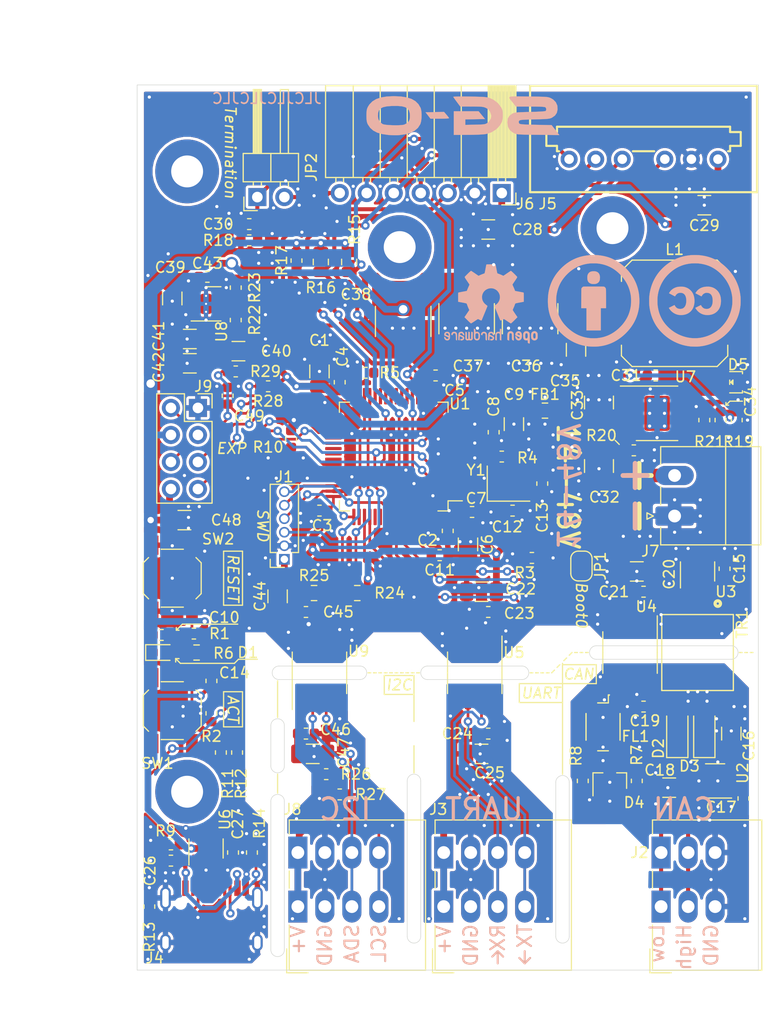
<source format=kicad_pcb>
(kicad_pcb (version 20171130) (host pcbnew "(5.1.5)-3")
  (layers (0 F.Cu signal) (31 B.Cu signal) (34 B.Paste user) (35 F.Paste user) (36 B.SilkS user) (37 F.SilkS user) (38 B.Mask user) (39 F.Mask user) (44 Edge.Cuts user))
  (net 0 "")
  (net 1 GND)
  (net 2 +3V3)
  (net 3 VDDA)
  (net 4 /BUTTON)
  (net 5 /RESET)
  (net 6 /BOOT0)
  (net 7 "Net-(C13-Pad1)")
  (net 8 "Net-(C34-Pad2)")
  (net 9 +12V)
  (net 10 /FD_FB)
  (net 11 +24V)
  (net 12 "Net-(D1-Pad2)")
  (net 13 "Net-(D2-Pad2)")
  (net 14 "Net-(D3-Pad2)")
  (net 15 "Net-(FL1-Pad1)")
  (net 16 "Net-(FL1-Pad3)")
  (net 17 /SWCLK)
  (net 18 /SWDIO)
  (net 19 /TRSWO)
  (net 20 "Net-(J4-Pad4)")
  (net 21 /FD_FAULT)
  (net 22 /FD_SCL)
  (net 23 /FD_SDA)
  (net 24 /FD_ID)
  (net 25 /BOOT1)
  (net 26 /LED)
  (net 27 VBUS)
  (net 28 /IO_SCL)
  (net 29 "Net-(TR1-Pad1)")
  (net 30 "Net-(TR1-Pad3)")
  (net 31 /UART_TX)
  (net 32 /UART_RX)
  (net 33 /CAN_RX)
  (net 34 /CAN_TX)
  (net 35 /USB_N)
  (net 36 /USB_P)
  (net 37 /CAN/CAN_ISO_GND)
  (net 38 /CAN/CAN_ISO_VCC)
  (net 39 /UART/UART_ISO_VCC)
  (net 40 /UART/UART_ISO_GND)
  (net 41 /Power/B1_SW)
  (net 42 /I2C/I2C_ISO_GND)
  (net 43 /I2C/I2C_ISO_VCC)
  (net 44 "Net-(C12-Pad1)")
  (net 45 "Net-(C16-Pad1)")
  (net 46 "Net-(C26-Pad1)")
  (net 47 "Net-(C31-Pad2)")
  (net 48 "Net-(C43-Pad1)")
  (net 49 "Net-(J4-Pad10)")
  (net 50 "Net-(R4-Pad1)")
  (net 51 "Net-(R20-Pad1)")
  (net 52 "Net-(R22-Pad2)")
  (net 53 /EXT_RX)
  (net 54 /EXT_MODE)
  (net 55 /EXT_TX)
  (net 56 /IO_SDA)
  (net 57 /EXT_RESET)
  (net 58 /CAN/ISO_CANH)
  (net 59 /CAN/ISO_CANL)
  (net 60 /UART/ISO_TX)
  (net 61 /UART/ISO_RX)
  (net 62 /I2C/ISO_SDA)
  (net 63 /I2C/ISO_SCL)
  (net 64 /USB/USB_E_N)
  (net 65 /USB/USB_E_P)
  (net 66 /USB/USB_R_N)
  (net 67 /USB/USB_R_P)
  (module MountingHole:MountingHole_3mm_Pad (layer F.Cu) (at 209.804 95.631)
    (fp_text reference REF** hide)
    (fp_text value MountingHole_3mm_Pad)
    (pad 1 thru_hole circle (at 0 0) (size 6 6) (drill 3) (layers *.Cu *.Mask))
  )
  (module MountingHole:MountingHole_3mm_Pad (layer F.Cu) (at 249.809 42.672)
    (fp_text reference REF** hide)
    (fp_text value MountingHole_3mm_Pad)
    (pad 1 thru_hole circle (at 0 0) (size 6 6) (drill 3) (layers *.Cu *.Mask))
  )
  (module Package_SO:SOIC-8-1EP_3.9x4.9mm_P1.27mm_EP2.41x3.3mm_ThermalVias (layer F.Cu) (at 254 60.071)
    (fp_text reference U7 (at 2.667 -3.429) (layer F.SilkS))
    (fp_text value LMR16020)
    (pad 8 smd roundrect (at 2.475 -1.905) (size 1.95 0.6) (layers F.Cu F.Paste F.Mask) (net 41 /Power/B1_SW))
    (pad 7 smd roundrect (at 2.475 -0.635) (size 1.95 0.6) (layers F.Cu F.Paste F.Mask) (net 1 GND))
    (pad 6 smd roundrect (at 2.475 0.635) (size 1.95 0.6) (layers F.Cu F.Paste F.Mask))
    (pad 5 smd roundrect (at 2.475 1.905) (size 1.95 0.6) (layers F.Cu F.Paste F.Mask) (net 8 "Net-(C34-Pad2)"))
    (pad 4 smd roundrect (at -2.475 1.905) (size 1.95 0.6) (layers F.Cu F.Paste F.Mask) (net 51 "Net-(R20-Pad1)"))
    (pad 3 smd roundrect (at -2.475 0.635) (size 1.95 0.6) (layers F.Cu F.Paste F.Mask) (net 11 +24V))
    (pad 2 smd roundrect (at -2.475 -0.635) (size 1.95 0.6) (layers F.Cu F.Paste F.Mask) (net 11 +24V))
    (pad 1 smd roundrect (at -2.475 -1.905) (size 1.95 0.6) (layers F.Cu F.Paste F.Mask) (net 47 "Net-(C31-Pad2)"))
    (pad 9 smd roundrect (at 0 0) (size 1.9 2.9) (layers B.Cu) (roundrect_rratio 0.131579) (net 1 GND))
    (pad 9 thru_hole circle (at 0.7 1.2) (size 0.6 0.6) (drill 0.3) (layers *.Cu) (net 1 GND))
    (pad 9 thru_hole circle (at -0.7 1.2) (size 0.6 0.6) (drill 0.3) (layers *.Cu) (net 1 GND))
    (pad 9 thru_hole circle (at 0.7 0) (size 0.6 0.6) (drill 0.3) (layers *.Cu) (net 1 GND))
    (pad 9 thru_hole circle (at -0.7 0) (size 0.6 0.6) (drill 0.3) (layers *.Cu) (net 1 GND))
    (pad 9 thru_hole circle (at 0.7 -1.2) (size 0.6 0.6) (drill 0.3) (layers *.Cu) (net 1 GND))
    (pad 9 thru_hole circle (at -0.7 -1.2) (size 0.6 0.6) (drill 0.3) (layers *.Cu) (net 1 GND))
    (pad 9 smd roundrect (at 0 0) (size 2.41 3.3) (layers F.Cu F.Mask) (roundrect_rratio 0.103734) (net 1 GND))
  )
  (module MountingHole:MountingHole_3mm_Pad (layer F.Cu) (at 229.7938 44.45)
    (fp_text reference REF** hide)
    (fp_text value MountingHole_3mm_Pad)
    (pad 1 thru_hole circle (at 0 0) (size 6 6) (drill 3) (layers *.Cu *.Mask))
  )
  (module MountingHole:MountingHole_3mm_Pad (layer F.Cu) (at 209.804 37.338)
    (fp_text reference REF** hide)
    (fp_text value MountingHole_3mm_Pad)
    (pad 1 thru_hole circle (at 0 0) (size 6 6) (drill 3) (layers *.Cu *.Mask))
  )
  (module MountingHole:MountingHole_3mm (layer F.Cu) (at 249.809 106.426)
    (fp_text reference REF** hide)
    (fp_text value MountingHole_3mm)
    (pad 1 np_thru_hole circle (at 0 0) (size 3 3) (drill 3) (layers *.Cu *.Mask))
  )
  (module MountingHole:MountingHole_3mm (layer F.Cu) (at 229.804 90.17)
    (fp_text reference REF** hide)
    (fp_text value MountingHole_3mm)
    (pad 1 np_thru_hole circle (at 0 0) (size 3 3) (drill 3) (layers *.Cu *.Mask))
  )
  (module Resistor_SMD:R_0805_2012Metric (layer F.Cu) (at 225.044 45.847 270)
    (fp_text reference R15 (at -3.048 -0.508 90) (layer F.SilkS))
    (fp_text value 1k5)
    (pad 1 smd roundrect (at -0.9375 0 270) (size 0.975 1.4) (layers F.Cu F.Paste F.Mask) (net 2 +3V3))
    (pad 2 smd roundrect (at 0.9375 0 270) (size 0.975 1.4) (layers F.Cu F.Paste F.Mask) (net 23 /FD_SDA))
  )
  (module global:BY (layer B.Cu) (at 248.031 49.53 180)
    (fp_text reference G*** hide)
    (fp_text value LOGO hide)
  )
  (module global:CC (layer B.Cu) (at 257.556 49.53 180)
    (fp_text reference G*** hide)
    (fp_text value LOGO hide)
  )
  (module Symbol:OSHW-Logo2_9.8x8mm_SilkScreen (layer B.Cu) (at 238.379 49.784 180)
    (fp_text reference REF** hide)
    (fp_text value OSHW-Logo2_9.8x8mm_SilkScreen hide)
  )
  (module global:Logo_SG-O (layer B.Cu) (at 235.712 32.131 180)
    (fp_text reference G*** hide)
    (fp_text value LOGO hide)
  )
  (module Connector_PinSocket_1.27mm:PinSocket_1x06_P1.27mm_Vertical (layer F.Cu) (at 218.948 73.787 180)
    (fp_text reference J1 (at 0 7.747) (layer F.SilkS))
    (fp_text value SWD)
    (pad 1 thru_hole rect (at 0 0 180) (size 1 1) (drill 0.7) (layers *.Cu *.Mask) (net 2 +3V3))
    (pad 2 thru_hole oval (at 0 1.27 180) (size 1 1) (drill 0.7) (layers *.Cu *.Mask) (net 1 GND))
    (pad 3 thru_hole oval (at 0 2.54 180) (size 1 1) (drill 0.7) (layers *.Cu *.Mask) (net 5 /RESET))
    (pad 4 thru_hole oval (at 0 3.81 180) (size 1 1) (drill 0.7) (layers *.Cu *.Mask) (net 17 /SWCLK))
    (pad 5 thru_hole oval (at 0 5.08 180) (size 1 1) (drill 0.7) (layers *.Cu *.Mask) (net 18 /SWDIO))
    (pad 6 thru_hole oval (at 0 6.35 180) (size 1 1) (drill 0.7) (layers *.Cu *.Mask) (net 19 /TRSWO))
  )
  (module global:DO-220AA (layer F.Cu) (at 259.334 57.15)
    (fp_text reference D5 (at 2.286 -1.651) (layer F.SilkS))
    (fp_text value SS2PH10-M3 hide)
    (pad 1 smd rect (at 0 0) (size 2.67 2.54) (layers F.Cu F.Paste F.Mask) (net 41 /Power/B1_SW))
    (pad 2 smd rect (at 2.351 0) (size 0.762 1.27) (layers F.Cu F.Paste F.Mask) (net 1 GND))
  )
  (module global:Inductor10x10mm (layer F.Cu) (at 255.651 50.673 180)
    (fp_text reference L1 (at 0 6) (layer F.SilkS))
    (fp_text value 33u)
    (pad 2 smd roundrect (at 4.1 0 180) (size 2 5.5) (layers F.Cu F.Paste F.Mask) (net 9 +12V))
    (pad 1 smd roundrect (at -4.1 0 180) (size 2 5.5) (layers F.Cu F.Paste F.Mask) (net 41 /Power/B1_SW))
  )
  (module Package_LGA:Texas_SIL0008D_MicroSiP-8-1EP_2.8x3mm_P0.65mm_EP1.1x1.9mm_ThermalVias (layer F.Cu) (at 211.582 49.784)
    (fp_text reference U8 (at 1.4605 2.6035 90) (layer F.SilkS))
    (fp_text value TPS82140)
    (pad 8 smd roundrect (at 1.0625 -0.975) (size 0.625 0.5) (layers F.Cu F.Paste F.Mask) (net 48 "Net-(C43-Pad1)"))
    (pad 7 smd roundrect (at 1.0625 -0.325) (size 0.625 0.5) (layers F.Cu F.Paste F.Mask))
    (pad 6 smd roundrect (at 1.0625 0.325) (size 0.625 0.5) (layers F.Cu F.Paste F.Mask) (net 52 "Net-(R22-Pad2)"))
    (pad 5 smd roundrect (at 1.0625 0.975) (size 0.625 0.5) (layers F.Cu F.Paste F.Mask) (net 2 +3V3))
    (pad 4 smd roundrect (at -1.0625 0.975) (size 0.625 0.5) (layers F.Cu F.Paste F.Mask) (net 2 +3V3))
    (pad 3 smd roundrect (at -1.0625 0.325) (size 0.625 0.5) (layers F.Cu F.Paste F.Mask) (net 1 GND))
    (pad 2 smd roundrect (at -1.0625 -0.325) (size 0.625 0.5) (layers F.Cu F.Paste F.Mask) (net 9 +12V))
    (pad 1 smd roundrect (at -1.0625 -0.975) (size 0.625 0.5) (layers F.Cu F.Paste F.Mask) (net 9 +12V))
    (pad 9 smd roundrect (at 0 0) (size 0.5 2) (layers B.Cu) (net 1 GND))
    (pad 9 thru_hole circle (at 0 0.75) (size 0.5 0.5) (drill 0.2) (layers *.Cu) (net 1 GND))
    (pad 9 thru_hole circle (at 0 0) (size 0.5 0.5) (drill 0.2) (layers *.Cu) (net 1 GND))
    (pad 9 thru_hole circle (at 0 -0.75) (size 0.5 0.5) (drill 0.2) (layers *.Cu) (net 1 GND))
    (pad 9 smd roundrect (at 0 0) (size 1.1 1.9) (layers F.Cu F.Mask) (roundrect_rratio 0.227273) (net 1 GND))
  )
  (module global:TerminalBlock_KaiFeng_KF141R-3_1x03_P2.54mm (layer F.Cu) (at 254.381 101.346)
    (fp_text reference J2 (at -2.032 0) (layer F.SilkS))
    (fp_text value CAN)
    (pad 3 thru_hole oval (at 5.08 5.08) (size 1.8 3) (drill 1.2) (layers *.Cu *.Mask) (net 37 /CAN/CAN_ISO_GND))
    (pad 3 thru_hole oval (at 5.08 0) (size 1.8 3) (drill 1.2) (layers *.Cu *.Mask) (net 37 /CAN/CAN_ISO_GND))
    (pad 2 thru_hole oval (at 2.54 5.08) (size 1.8 3) (drill 1.2) (layers *.Cu *.Mask) (net 58 /CAN/ISO_CANH))
    (pad 2 thru_hole oval (at 2.54 0) (size 1.8 3) (drill 1.2) (layers *.Cu *.Mask) (net 58 /CAN/ISO_CANH))
    (pad 1 thru_hole rect (at 0 5.08) (size 1.8 3) (drill 1.2) (layers *.Cu *.Mask) (net 59 /CAN/ISO_CANL))
    (pad 1 thru_hole rect (at 0 0) (size 1.8 3) (drill 1.2) (layers *.Cu *.Mask) (net 59 /CAN/ISO_CANL))
  )
  (module global:HRO-TYPE-C-31-M-12-Assembly (layer F.Cu) (at 212.09 112.395)
    (fp_text reference J4 (at -5.334 -1.143 180) (layer F.SilkS))
    (fp_text value USB)
    (pad 12 smd rect (at 3.225 -7.695) (size 0.6 1.45) (layers F.Cu F.Paste F.Mask) (net 1 GND))
    (pad 1 smd rect (at -3.225 -7.695) (size 0.6 1.45) (layers F.Cu F.Paste F.Mask) (net 1 GND))
    (pad 11 smd rect (at 2.45 -7.695) (size 0.6 1.45) (layers F.Cu F.Paste F.Mask) (net 46 "Net-(C26-Pad1)"))
    (pad 2 smd rect (at -2.45 -7.695) (size 0.6 1.45) (layers F.Cu F.Paste F.Mask) (net 46 "Net-(C26-Pad1)"))
    (pad 3 smd rect (at -1.75 -7.695) (size 0.3 1.45) (layers F.Cu F.Paste F.Mask))
    (pad 10 smd rect (at 1.75 -7.695) (size 0.3 1.45) (layers F.Cu F.Paste F.Mask) (net 49 "Net-(J4-Pad10)"))
    (pad 4 smd rect (at -1.25 -7.695) (size 0.3 1.45) (layers F.Cu F.Paste F.Mask) (net 20 "Net-(J4-Pad4)"))
    (pad 9 smd rect (at 1.25 -7.695) (size 0.3 1.45) (layers F.Cu F.Paste F.Mask))
    (pad 5 smd rect (at -0.75 -7.695) (size 0.3 1.45) (layers F.Cu F.Paste F.Mask) (net 64 /USB/USB_E_N))
    (pad 8 smd rect (at 0.75 -7.695) (size 0.3 1.45) (layers F.Cu F.Paste F.Mask) (net 65 /USB/USB_E_P))
    (pad 7 smd rect (at 0.25 -7.695) (size 0.3 1.45) (layers F.Cu F.Paste F.Mask) (net 64 /USB/USB_E_N))
    (pad 6 smd rect (at -0.25 -7.695) (size 0.3 1.45) (layers F.Cu F.Paste F.Mask) (net 65 /USB/USB_E_P))
    (pad "" np_thru_hole circle (at 2.89 -6.25) (size 0.65 0.65) (drill 0.65) (layers *.Cu *.Mask))
    (pad "" np_thru_hole circle (at -2.89 -6.25) (size 0.65 0.65) (drill 0.65) (layers *.Cu *.Mask))
    (pad 13 thru_hole oval (at -4.32 -6.78) (size 1 2.1) (drill oval 0.6 1.7) (layers *.Cu *.Mask) (net 1 GND))
    (pad 13 thru_hole oval (at 4.32 -6.78) (size 1 2.1) (drill oval 0.6 1.7) (layers *.Cu *.Mask) (net 1 GND))
    (pad 13 thru_hole oval (at -4.32 -2.6) (size 1 1.6) (drill oval 0.6 1.2) (layers *.Cu *.Mask) (net 1 GND))
    (pad 13 thru_hole oval (at 4.32 -2.6) (size 1 1.6) (drill oval 0.6 1.2) (layers *.Cu *.Mask) (net 1 GND))
  )
  (module Capacitor_SMD:C_1206_3216Metric (layer F.Cu) (at 222.25 56.134 90)
    (fp_text reference C1 (at 2.921 0 180) (layer F.SilkS))
    (fp_text value 10u)
    (pad 2 smd roundrect (at 1.4 0 90) (size 1.25 1.75) (layers F.Cu F.Paste F.Mask) (roundrect_rratio 0.2) (net 1 GND))
    (pad 1 smd roundrect (at -1.4 0 90) (size 1.25 1.75) (layers F.Cu F.Paste F.Mask) (roundrect_rratio 0.2) (net 2 +3V3))
  )
  (module Capacitor_SMD:C_0603_1608Metric (layer F.Cu) (at 234.315 71.12 270)
    (fp_text reference C2 (at 0.889 1.905 180) (layer F.SilkS))
    (fp_text value 100n)
    (pad 1 smd roundrect (at -0.7875 0 270) (size 0.875 0.95) (layers F.Cu F.Paste F.Mask) (net 2 +3V3))
    (pad 2 smd roundrect (at 0.7875 0 270) (size 0.875 0.95) (layers F.Cu F.Paste F.Mask) (net 1 GND))
  )
  (module Capacitor_SMD:C_0603_1608Metric (layer F.Cu) (at 222.25 69.215 180)
    (fp_text reference C3 (at -0.254 -1.397 180) (layer F.SilkS))
    (fp_text value 100n)
    (pad 1 smd roundrect (at -0.7875 0 180) (size 0.875 0.95) (layers F.Cu F.Paste F.Mask) (net 2 +3V3))
    (pad 2 smd roundrect (at 0.7875 0 180) (size 0.875 0.95) (layers F.Cu F.Paste F.Mask) (net 1 GND))
  )
  (module Capacitor_SMD:C_0603_1608Metric (layer F.Cu) (at 224.155 57.15 90)
    (fp_text reference C4 (at 2.413 0.254 90) (layer F.SilkS))
    (fp_text value 100n)
    (pad 2 smd roundrect (at 0.7875 0 90) (size 0.875 0.95) (layers F.Cu F.Paste F.Mask) (net 1 GND))
    (pad 1 smd roundrect (at -0.7875 0 90) (size 0.875 0.95) (layers F.Cu F.Paste F.Mask) (net 2 +3V3))
  )
  (module Capacitor_SMD:C_0603_1608Metric (layer F.Cu) (at 233.172 56.515)
    (fp_text reference C5 (at 1.778 1.397) (layer F.SilkS))
    (fp_text value 100n)
    (pad 1 smd roundrect (at -0.7875 0) (size 0.875 0.95) (layers F.Cu F.Paste F.Mask) (net 2 +3V3))
    (pad 2 smd roundrect (at 0.7875 0) (size 0.875 0.95) (layers F.Cu F.Paste F.Mask) (net 1 GND))
  )
  (module Capacitor_SMD:C_1206_3216Metric (layer F.Cu) (at 236.22 72.39 270)
    (fp_text reference C6 (at 0 -1.82 90) (layer F.SilkS))
    (fp_text value 10u)
    (pad 1 smd roundrect (at -1.4 0 270) (size 1.25 1.75) (layers F.Cu F.Paste F.Mask) (roundrect_rratio 0.2) (net 2 +3V3))
    (pad 2 smd roundrect (at 1.4 0 270) (size 1.25 1.75) (layers F.Cu F.Paste F.Mask) (roundrect_rratio 0.2) (net 1 GND))
  )
  (module Capacitor_SMD:C_0603_1608Metric (layer F.Cu) (at 236.601 69.342)
    (fp_text reference C7 (at 0.381 -1.27) (layer F.SilkS))
    (fp_text value 100n)
    (pad 1 smd roundrect (at -0.7875 0) (size 0.875 0.95) (layers F.Cu F.Paste F.Mask) (net 2 +3V3))
    (pad 2 smd roundrect (at 0.7875 0) (size 0.875 0.95) (layers F.Cu F.Paste F.Mask) (net 1 GND))
  )
  (module Capacitor_SMD:C_0603_1608Metric (layer F.Cu) (at 212.09 85.217 90)
    (fp_text reference C14 (at 0.762 2.159 180) (layer F.SilkS))
    (fp_text value 100n)
    (pad 1 smd roundrect (at -0.7875 0 90) (size 0.875 0.95) (layers F.Cu F.Paste F.Mask) (net 2 +3V3))
    (pad 2 smd roundrect (at 0.7875 0 90) (size 0.875 0.95) (layers F.Cu F.Paste F.Mask) (net 4 /BUTTON))
  )
  (module Capacitor_SMD:C_0603_1608Metric (layer F.Cu) (at 238.633 61.849 270)
    (fp_text reference C8 (at -2.413 0 90) (layer F.SilkS))
    (fp_text value 100n)
    (pad 1 smd roundrect (at -0.7875 0 270) (size 0.875 0.95) (layers F.Cu F.Paste F.Mask) (net 3 VDDA))
    (pad 2 smd roundrect (at 0.7875 0 270) (size 0.875 0.95) (layers F.Cu F.Paste F.Mask) (net 1 GND))
  )
  (module Capacitor_SMD:C_1206_3216Metric (layer F.Cu) (at 240.538 61.087 270)
    (fp_text reference C9 (at -2.794 0 180) (layer F.SilkS))
    (fp_text value 10u)
    (pad 2 smd roundrect (at 1.4 0 270) (size 1.25 1.75) (layers F.Cu F.Paste F.Mask) (roundrect_rratio 0.2) (net 1 GND))
    (pad 1 smd roundrect (at -1.4 0 270) (size 1.25 1.75) (layers F.Cu F.Paste F.Mask) (roundrect_rratio 0.2) (net 3 VDDA))
  )
  (module Capacitor_SMD:C_0603_1608Metric (layer F.Cu) (at 207.391 80.899 180)
    (fp_text reference C10 (at -5.9055 1.651) (layer F.SilkS))
    (fp_text value 100n)
    (pad 1 smd roundrect (at -0.7875 0 180) (size 0.875 0.95) (layers F.Cu F.Paste F.Mask) (net 5 /RESET))
    (pad 2 smd roundrect (at 0.7875 0 180) (size 0.875 0.95) (layers F.Cu F.Paste F.Mask) (net 1 GND))
  )
  (module Capacitor_SMD:C_0603_1608Metric (layer F.Cu) (at 233.553 73.406)
    (fp_text reference C11 (at 0 1.397) (layer F.SilkS))
    (fp_text value 100n)
    (pad 1 smd roundrect (at -0.7875 0) (size 0.875 0.95) (layers F.Cu F.Paste F.Mask) (net 6 /BOOT0))
    (pad 2 smd roundrect (at 0.7875 0) (size 0.875 0.95) (layers F.Cu F.Paste F.Mask) (net 1 GND))
  )
  (module Capacitor_SMD:C_0603_1608Metric (layer F.Cu) (at 240.411 69.215)
    (fp_text reference C12 (at -0.508 1.524) (layer F.SilkS))
    (fp_text value 27p)
    (pad 2 smd roundrect (at 0.7875 0) (size 0.875 0.95) (layers F.Cu F.Paste F.Mask) (net 1 GND))
    (pad 1 smd roundrect (at -0.7875 0) (size 0.875 0.95) (layers F.Cu F.Paste F.Mask) (net 44 "Net-(C12-Pad1)"))
  )
  (module Capacitor_SMD:C_0603_1608Metric (layer F.Cu) (at 243.205 66.675 270)
    (fp_text reference C13 (at 3.175 0 90) (layer F.SilkS))
    (fp_text value 27p)
    (pad 2 smd roundrect (at 0.7875 0 270) (size 0.875 0.95) (layers F.Cu F.Paste F.Mask) (net 1 GND))
    (pad 1 smd roundrect (at -0.7875 0 270) (size 0.875 0.95) (layers F.Cu F.Paste F.Mask) (net 7 "Net-(C13-Pad1)"))
  )
  (module Capacitor_SMD:C_0603_1608Metric (layer F.Cu) (at 260.35 74.676 90)
    (fp_text reference C15 (at 0 1.397 270) (layer F.SilkS))
    (fp_text value 100n)
    (pad 1 smd roundrect (at -0.7875 0 90) (size 0.875 0.95) (layers F.Cu F.Paste F.Mask) (net 2 +3V3))
    (pad 2 smd roundrect (at 0.7875 0 90) (size 0.875 0.95) (layers F.Cu F.Paste F.Mask) (net 1 GND))
  )
  (module Capacitor_SMD:C_1206_3216Metric (layer F.Cu) (at 260.985 90.17 90)
    (fp_text reference C16 (at -1.143 1.651 90) (layer F.SilkS))
    (fp_text value 10u)
    (pad 2 smd roundrect (at 1.4 0 90) (size 1.25 1.75) (layers F.Cu F.Paste F.Mask) (roundrect_rratio 0.2) (net 37 /CAN/CAN_ISO_GND))
    (pad 1 smd roundrect (at -1.4 0 90) (size 1.25 1.75) (layers F.Cu F.Paste F.Mask) (roundrect_rratio 0.2) (net 45 "Net-(C16-Pad1)"))
  )
  (module Capacitor_SMD:C_0603_1608Metric (layer F.Cu) (at 262.128 96.266 270)
    (fp_text reference C17 (at 0.8128 2.1082 180) (layer F.SilkS))
    (fp_text value 100n)
    (pad 2 smd roundrect (at 0.7875 0 270) (size 0.875 0.95) (layers F.Cu F.Paste F.Mask) (net 37 /CAN/CAN_ISO_GND))
    (pad 1 smd roundrect (at -0.7875 0 270) (size 0.875 0.95) (layers F.Cu F.Paste F.Mask) (net 45 "Net-(C16-Pad1)"))
  )
  (module Capacitor_SMD:C_1206_3216Metric (layer F.Cu) (at 255.143 95.25 180)
    (fp_text reference C18 (at 0.889 1.651) (layer F.SilkS))
    (fp_text value 10u)
    (pad 2 smd roundrect (at 1.4 0 180) (size 1.25 1.75) (layers F.Cu F.Paste F.Mask) (roundrect_rratio 0.2) (net 37 /CAN/CAN_ISO_GND))
    (pad 1 smd roundrect (at -1.4 0 180) (size 1.25 1.75) (layers F.Cu F.Paste F.Mask) (roundrect_rratio 0.2) (net 38 /CAN/CAN_ISO_VCC))
  )
  (module Capacitor_SMD:C_0603_1608Metric (layer F.Cu) (at 252.73 87.63)
    (fp_text reference C19 (at 0.127 1.3335) (layer F.SilkS))
    (fp_text value 100n)
    (pad 1 smd roundrect (at -0.7875 0) (size 0.875 0.95) (layers F.Cu F.Paste F.Mask) (net 37 /CAN/CAN_ISO_GND))
    (pad 2 smd roundrect (at 0.7875 0) (size 0.875 0.95) (layers F.Cu F.Paste F.Mask) (net 38 /CAN/CAN_ISO_VCC))
  )
  (module Capacitor_SMD:C_1206_3216Metric (layer F.Cu) (at 237.49 76.835 180)
    (fp_text reference C22 (at -3.683 0.254) (layer F.SilkS))
    (fp_text value 10u)
    (pad 2 smd roundrect (at 1.4 0 180) (size 1.25 1.75) (layers F.Cu F.Paste F.Mask) (roundrect_rratio 0.2) (net 1 GND))
    (pad 1 smd roundrect (at -1.4 0 180) (size 1.25 1.75) (layers F.Cu F.Paste F.Mask) (roundrect_rratio 0.2) (net 2 +3V3))
  )
  (module Capacitor_SMD:C_0603_1608Metric (layer F.Cu) (at 238.125 78.74 180)
    (fp_text reference C23 (at -2.921 -0.127) (layer F.SilkS))
    (fp_text value 100n)
    (pad 2 smd roundrect (at 0.7875 0 180) (size 0.875 0.95) (layers F.Cu F.Paste F.Mask) (net 1 GND))
    (pad 1 smd roundrect (at -0.7875 0 180) (size 0.875 0.95) (layers F.Cu F.Paste F.Mask) (net 2 +3V3))
  )
  (module Capacitor_SMD:C_0603_1608Metric (layer F.Cu) (at 238.125 90.17 180)
    (fp_text reference C24 (at 2.921 0) (layer F.SilkS))
    (fp_text value 100n)
    (pad 1 smd roundrect (at -0.7875 0 180) (size 0.875 0.95) (layers F.Cu F.Paste F.Mask) (net 39 /UART/UART_ISO_VCC))
    (pad 2 smd roundrect (at 0.7875 0 180) (size 0.875 0.95) (layers F.Cu F.Paste F.Mask) (net 40 /UART/UART_ISO_GND))
  )
  (module Capacitor_SMD:C_1206_3216Metric (layer F.Cu) (at 237.49 92.075 180)
    (fp_text reference C25 (at -0.762 -1.778 180) (layer F.SilkS))
    (fp_text value 10u)
    (pad 1 smd roundrect (at -1.4 0 180) (size 1.25 1.75) (layers F.Cu F.Paste F.Mask) (roundrect_rratio 0.2) (net 39 /UART/UART_ISO_VCC))
    (pad 2 smd roundrect (at 1.4 0 180) (size 1.25 1.75) (layers F.Cu F.Paste F.Mask) (roundrect_rratio 0.2) (net 40 /UART/UART_ISO_GND))
  )
  (module Capacitor_SMD:C_0603_1608Metric (layer F.Cu) (at 208.28 102.108 180)
    (fp_text reference C26 (at 1.9685 -0.9525 90) (layer F.SilkS))
    (fp_text value 100n)
    (pad 2 smd roundrect (at 0.7875 0 180) (size 0.875 0.95) (layers F.Cu F.Paste F.Mask) (net 1 GND))
    (pad 1 smd roundrect (at -0.7875 0 180) (size 0.875 0.95) (layers F.Cu F.Paste F.Mask) (net 46 "Net-(C26-Pad1)"))
  )
  (module Capacitor_SMD:C_0603_1608Metric (layer F.Cu) (at 214.122 101.346 270)
    (fp_text reference C27 (at -2.667 -0.4445 270) (layer F.SilkS))
    (fp_text value 100n)
    (pad 1 smd roundrect (at -0.7875 0 270) (size 0.875 0.95) (layers F.Cu F.Paste F.Mask) (net 2 +3V3))
    (pad 2 smd roundrect (at 0.7875 0 270) (size 0.875 0.95) (layers F.Cu F.Paste F.Mask) (net 1 GND))
  )
  (module Capacitor_SMD:C_1206_3216Metric (layer F.Cu) (at 238.125 42.799 180)
    (fp_text reference C28 (at -3.683 0) (layer F.SilkS))
    (fp_text value 10u)
    (pad 1 smd roundrect (at -1.4 0 180) (size 1.25 1.75) (layers F.Cu F.Paste F.Mask) (roundrect_rratio 0.2) (net 9 +12V))
    (pad 2 smd roundrect (at 1.4 0 180) (size 1.25 1.75) (layers F.Cu F.Paste F.Mask) (roundrect_rratio 0.2) (net 1 GND))
  )
  (module Capacitor_SMD:C_1206_3216Metric (layer F.Cu) (at 258.445 40.513 180)
    (fp_text reference C29 (at 0 -1.905 180) (layer F.SilkS))
    (fp_text value 10u)
    (pad 1 smd roundrect (at -1.4 0 180) (size 1.25 1.75) (layers F.Cu F.Paste F.Mask) (roundrect_rratio 0.2) (net 9 +12V))
    (pad 2 smd roundrect (at 1.4 0 180) (size 1.25 1.75) (layers F.Cu F.Paste F.Mask) (roundrect_rratio 0.2) (net 1 GND))
  )
  (module Capacitor_SMD:C_0603_1608Metric (layer F.Cu) (at 215.646 42.291 180)
    (fp_text reference C30 (at 2.921 0 180) (layer F.SilkS))
    (fp_text value 100n)
    (pad 1 smd roundrect (at -0.7875 0 180) (size 0.875 0.95) (layers F.Cu F.Paste F.Mask) (net 10 /FD_FB))
    (pad 2 smd roundrect (at 0.7875 0 180) (size 0.875 0.95) (layers F.Cu F.Paste F.Mask) (net 1 GND))
  )
  (module Capacitor_SMD:C_0603_1608Metric (layer F.Cu) (at 253.873 56.515 180)
    (fp_text reference C31 (at 2.794 0) (layer F.SilkS))
    (fp_text value 100n)
    (pad 2 smd roundrect (at 0.7875 0 180) (size 0.875 0.95) (layers F.Cu F.Paste F.Mask) (net 47 "Net-(C31-Pad2)"))
    (pad 1 smd roundrect (at -0.7875 0 180) (size 0.875 0.95) (layers F.Cu F.Paste F.Mask) (net 41 /Power/B1_SW))
  )
  (module Capacitor_SMD:C_1210_3225Metric (layer F.Cu) (at 248.539 65.024 270)
    (fp_text reference C32 (at 2.921 -0.508) (layer F.SilkS))
    (fp_text value "10u 50V")
    (pad 1 smd roundrect (at -1.4 0 270) (size 1.25 2.65) (layers F.Cu F.Paste F.Mask) (roundrect_rratio 0.2) (net 11 +24V))
    (pad 2 smd roundrect (at 1.4 0 270) (size 1.25 2.65) (layers F.Cu F.Paste F.Mask) (roundrect_rratio 0.2) (net 1 GND))
  )
  (module Capacitor_SMD:C_1210_3225Metric (layer F.Cu) (at 248.539 59.055 90)
    (fp_text reference C33 (at -0.254 -2.032 90) (layer F.SilkS))
    (fp_text value "10u 50V")
    (pad 2 smd roundrect (at 1.4 0 90) (size 1.25 2.65) (layers F.Cu F.Paste F.Mask) (roundrect_rratio 0.2) (net 1 GND))
    (pad 1 smd roundrect (at -1.4 0 90) (size 1.25 2.65) (layers F.Cu F.Paste F.Mask) (roundrect_rratio 0.2) (net 11 +24V))
  )
  (module Capacitor_SMD:C_0603_1608Metric (layer F.Cu) (at 259.969 60.706 270)
    (fp_text reference C34 (at -1.7272 -2.8194 90) (layer F.SilkS))
    (fp_text value 220p)
    (pad 2 smd roundrect (at 0.7875 0 270) (size 0.875 0.95) (layers F.Cu F.Paste F.Mask) (net 8 "Net-(C34-Pad2)"))
    (pad 1 smd roundrect (at -0.7875 0 270) (size 0.875 0.95) (layers F.Cu F.Paste F.Mask) (net 9 +12V))
  )
  (module Capacitor_SMD:C_1206_3216Metric (layer F.Cu) (at 246.38 54.102 270)
    (fp_text reference C35 (at 2.921 1.016 180) (layer F.SilkS))
    (fp_text value 10u)
    (pad 2 smd roundrect (at 1.4 0 270) (size 1.25 1.75) (layers F.Cu F.Paste F.Mask) (roundrect_rratio 0.2) (net 1 GND))
    (pad 1 smd roundrect (at -1.4 0 270) (size 1.25 1.75) (layers F.Cu F.Paste F.Mask) (roundrect_rratio 0.2) (net 9 +12V))
  )
  (module Capacitor_SMD:C_2220_5650Metric (layer F.Cu) (at 242.062 51.181 270)
    (fp_text reference C36 (at 4.445 0.381 180) (layer F.SilkS))
    (fp_text value 47u)
    (pad 1 smd roundrect (at -2.55 0 270) (size 1.8 5.4) (layers F.Cu F.Paste F.Mask) (roundrect_rratio 0.138889) (net 9 +12V))
    (pad 2 smd roundrect (at 2.55 0 270) (size 1.8 5.4) (layers F.Cu F.Paste F.Mask) (roundrect_rratio 0.139) (net 1 GND))
  )
  (module Capacitor_SMD:C_2220_5650Metric (layer F.Cu) (at 236.093 51.181 270)
    (fp_text reference C37 (at 4.445 -0.127 180) (layer F.SilkS))
    (fp_text value 47u)
    (pad 2 smd roundrect (at 2.55 0 270) (size 1.8 5.4) (layers F.Cu F.Paste F.Mask) (roundrect_rratio 0.139) (net 1 GND))
    (pad 1 smd roundrect (at -2.55 0 270) (size 1.8 5.4) (layers F.Cu F.Paste F.Mask) (roundrect_rratio 0.138889) (net 9 +12V))
  )
  (module Capacitor_SMD:C_2220_5650Metric (layer F.Cu) (at 230.124 51.435 270)
    (fp_text reference C38 (at -2.54 4.445 180) (layer F.SilkS))
    (fp_text value 47u)
    (pad 2 smd roundrect (at 2.55 0 270) (size 1.8 5.4) (layers F.Cu F.Paste F.Mask) (roundrect_rratio 0.139) (net 1 GND))
    (pad 1 smd roundrect (at -2.55 0 270) (size 1.8 5.4) (layers F.Cu F.Paste F.Mask) (roundrect_rratio 0.138889) (net 9 +12V))
  )
  (module Capacitor_SMD:C_1206_3216Metric (layer F.Cu) (at 214.63 54.229)
    (fp_text reference C40 (at 3.556 0 180) (layer F.SilkS))
    (fp_text value 10u)
    (pad 1 smd roundrect (at -1.4 0) (size 1.25 1.75) (layers F.Cu F.Paste F.Mask) (roundrect_rratio 0.2) (net 2 +3V3))
    (pad 2 smd roundrect (at 1.4 0) (size 1.25 1.75) (layers F.Cu F.Paste F.Mask) (roundrect_rratio 0.2) (net 1 GND))
  )
  (module Capacitor_SMD:C_1206_3216Metric (layer F.Cu) (at 218.313 77.2668 270)
    (fp_text reference C44 (at 0 1.651 90) (layer F.SilkS))
    (fp_text value 10u)
    (pad 2 smd roundrect (at 1.4 0 270) (size 1.25 1.75) (layers F.Cu F.Paste F.Mask) (roundrect_rratio 0.2) (net 1 GND))
    (pad 1 smd roundrect (at -1.4 0 270) (size 1.25 1.75) (layers F.Cu F.Paste F.Mask) (roundrect_rratio 0.2) (net 2 +3V3))
  )
  (module Capacitor_SMD:C_0603_1608Metric (layer F.Cu) (at 220.98 78.74)
    (fp_text reference C45 (at 3.048 0 180) (layer F.SilkS))
    (fp_text value 100n)
    (pad 2 smd roundrect (at 0.7875 0) (size 0.875 0.95) (layers F.Cu F.Paste F.Mask) (net 1 GND))
    (pad 1 smd roundrect (at -0.7875 0) (size 0.875 0.95) (layers F.Cu F.Paste F.Mask) (net 2 +3V3))
  )
  (module Capacitor_SMD:C_0603_1608Metric (layer F.Cu) (at 220.98 90.17)
    (fp_text reference C46 (at 2.794 -0.381) (layer F.SilkS))
    (fp_text value 100n)
    (pad 2 smd roundrect (at 0.7875 0) (size 0.875 0.95) (layers F.Cu F.Paste F.Mask) (net 42 /I2C/I2C_ISO_GND))
    (pad 1 smd roundrect (at -0.7875 0) (size 0.875 0.95) (layers F.Cu F.Paste F.Mask) (net 43 /I2C/I2C_ISO_VCC))
  )
  (module Capacitor_SMD:C_1206_3216Metric (layer F.Cu) (at 221.615 92.075)
    (fp_text reference C47 (at 2.921 -0.127 90) (layer F.SilkS))
    (fp_text value 10u)
    (pad 1 smd roundrect (at -1.4 0) (size 1.25 1.75) (layers F.Cu F.Paste F.Mask) (roundrect_rratio 0.2) (net 43 /I2C/I2C_ISO_VCC))
    (pad 2 smd roundrect (at 1.4 0) (size 1.25 1.75) (layers F.Cu F.Paste F.Mask) (roundrect_rratio 0.2) (net 42 /I2C/I2C_ISO_GND))
  )
  (module LED_SMD:LED_0603_1608Metric (layer F.Cu) (at 207.391 82.55)
    (fp_text reference D1 (at 8.128 0) (layer F.SilkS))
    (fp_text value RED)
    (pad 1 smd roundrect (at -0.7875 0) (size 0.875 0.95) (layers F.Cu F.Paste F.Mask) (net 1 GND))
    (pad 2 smd roundrect (at 0.7875 0) (size 0.875 0.95) (layers F.Cu F.Paste F.Mask) (net 12 "Net-(D1-Pad2)"))
  )
  (module Diode_SMD:D_SOD-123 (layer F.Cu) (at 255.905 90.17 90)
    (fp_text reference D2 (at -1.397 -1.778 90) (layer F.SilkS))
    (fp_text value MBR0520L)
    (pad 1 smd rect (at -1.65 0 90) (size 0.9 1.2) (layers F.Cu F.Paste F.Mask) (net 45 "Net-(C16-Pad1)"))
    (pad 2 smd rect (at 1.65 0 90) (size 0.9 1.2) (layers F.Cu F.Paste F.Mask) (net 13 "Net-(D2-Pad2)"))
  )
  (module Diode_SMD:D_SOD-123 (layer F.Cu) (at 258.445 90.17 90)
    (fp_text reference D3 (at -3.048 -1.397 180) (layer F.SilkS))
    (fp_text value MBR0520L)
    (pad 2 smd rect (at 1.65 0 90) (size 0.9 1.2) (layers F.Cu F.Paste F.Mask) (net 14 "Net-(D3-Pad2)"))
    (pad 1 smd rect (at -1.65 0 90) (size 0.9 1.2) (layers F.Cu F.Paste F.Mask) (net 45 "Net-(C16-Pad1)"))
  )
  (module Package_TO_SOT_SMD:SOT-23 (layer F.Cu) (at 249.555 94.615 90)
    (fp_text reference D4 (at -2.032 2.286 180) (layer F.SilkS))
    (fp_text value ESDCAN24)
    (pad 1 smd rect (at -1 -0.95 90) (size 0.9 0.8) (layers F.Cu F.Paste F.Mask) (net 59 /CAN/ISO_CANL))
    (pad 2 smd rect (at -1 0.95 90) (size 0.9 0.8) (layers F.Cu F.Paste F.Mask) (net 58 /CAN/ISO_CANH))
    (pad 3 smd rect (at 1 0 90) (size 0.9 0.8) (layers F.Cu F.Paste F.Mask) (net 37 /CAN/CAN_ISO_GND))
  )
  (module Inductor_SMD:L_0805_2012Metric (layer F.Cu) (at 243.459 59.817)
    (fp_text reference FB1 (at 0 -1.524 180) (layer F.SilkS))
    (fp_text value 600R_2A)
    (pad 1 smd roundrect (at -0.9375 0) (size 0.975 1.4) (layers F.Cu F.Paste F.Mask) (net 3 VDDA))
    (pad 2 smd roundrect (at 0.9375 0) (size 0.975 1.4) (layers F.Cu F.Paste F.Mask) (net 2 +3V3))
  )
  (module global:FIL_ACT45B-510-2P-TL003 (layer F.Cu) (at 248.92 89.535 270)
    (fp_text reference FL1 (at 0.889 -3.048 180) (layer F.SilkS))
    (fp_text value DNP)
    (pad 1 smd rect (at -2.275 -1.25 270) (size 1.35 0.9) (layers F.Cu F.Paste F.Mask) (net 15 "Net-(FL1-Pad1)"))
    (pad 2 smd rect (at 2.275 -1.25 270) (size 1.35 0.9) (layers F.Cu F.Paste F.Mask) (net 58 /CAN/ISO_CANH))
    (pad 3 smd rect (at -2.275 1.25 270) (size 1.35 0.9) (layers F.Cu F.Paste F.Mask) (net 16 "Net-(FL1-Pad3)"))
    (pad 4 smd rect (at 2.275 1.25 270) (size 1.35 0.9) (layers F.Cu F.Paste F.Mask) (net 59 /CAN/ISO_CANL))
  )
  (module global:TerminalBlock_KaiFeng_KF141R-4_1x04_P2.54mm (layer F.Cu) (at 233.934 101.346)
    (fp_text reference J3 (at -0.508 -4.06) (layer F.SilkS))
    (fp_text value UART)
    (pad 4 thru_hole oval (at 7.62 5.08) (size 1.8 3) (drill 1.2) (layers *.Cu *.Mask) (net 60 /UART/ISO_TX))
    (pad 4 thru_hole oval (at 7.62 0) (size 1.8 3) (drill 1.2) (layers *.Cu *.Mask) (net 60 /UART/ISO_TX))
    (pad 3 thru_hole oval (at 5.08 5.08) (size 1.8 3) (drill 1.2) (layers *.Cu *.Mask) (net 61 /UART/ISO_RX))
    (pad 3 thru_hole oval (at 5.08 0) (size 1.8 3) (drill 1.2) (layers *.Cu *.Mask) (net 61 /UART/ISO_RX))
    (pad 2 thru_hole oval (at 2.54 5.08) (size 1.8 3) (drill 1.2) (layers *.Cu *.Mask) (net 40 /UART/UART_ISO_GND))
    (pad 2 thru_hole oval (at 2.54 0) (size 1.8 3) (drill 1.2) (layers *.Cu *.Mask) (net 40 /UART/UART_ISO_GND))
    (pad 1 thru_hole rect (at 0 5.08) (size 1.8 3) (drill 1.2) (layers *.Cu *.Mask) (net 39 /UART/UART_ISO_VCC))
    (pad 1 thru_hole rect (at 0 0) (size 1.8 3) (drill 1.2) (layers *.Cu *.Mask) (net 39 /UART/UART_ISO_VCC))
  )
  (module global:PogoEdgeConnector (layer F.Cu) (at 252.73 34.29 180)
    (fp_text reference J5 (at 9.017 -6.096) (layer F.SilkS))
    (fp_text value Feeder)
    (pad 1 thru_hole circle (at -7 -1.9 180) (size 1.6 1.6) (drill 0.9) (layers *.Cu *.Mask) (net 9 +12V))
    (pad 2 thru_hole circle (at -4.5 -1.9 180) (size 1.6 1.6) (drill 0.9) (layers *.Cu *.Mask) (net 1 GND))
    (pad 3 thru_hole circle (at -2 -1.9 180) (size 1.6 1.6) (drill 0.9) (layers *.Cu *.Mask) (net 21 /FD_FAULT))
    (pad 4 thru_hole circle (at 2 -1.9 180) (size 1.6 1.6) (drill 0.9) (layers *.Cu *.Mask) (net 10 /FD_FB))
    (pad 5 thru_hole circle (at 4.5 -1.9 180) (size 1.6 1.6) (drill 0.9) (layers *.Cu *.Mask) (net 22 /FD_SCL))
    (pad 6 thru_hole circle (at 7 -1.9 180) (size 1.6 1.6) (drill 0.9) (layers *.Cu *.Mask) (net 23 /FD_SDA))
  )
  (module Connector_PinSocket_2.54mm:PinSocket_1x07_P2.54mm_Horizontal (layer F.Cu) (at 239.395 39.37 270)
    (fp_text reference J6 (at 1.016 -2.2098 180) (layer F.SilkS))
    (fp_text value Chain)
    (pad 1 thru_hole rect (at 0 0 270) (size 1.7 1.7) (drill 1) (layers *.Cu *.Mask) (net 9 +12V))
    (pad 2 thru_hole oval (at 0 2.54 270) (size 1.7 1.7) (drill 1) (layers *.Cu *.Mask) (net 1 GND))
    (pad 3 thru_hole oval (at 0 5.08 270) (size 1.7 1.7) (drill 1) (layers *.Cu *.Mask) (net 21 /FD_FAULT))
    (pad 4 thru_hole oval (at 0 7.62 270) (size 1.7 1.7) (drill 1) (layers *.Cu *.Mask) (net 10 /FD_FB))
    (pad 5 thru_hole oval (at 0 10.16 270) (size 1.7 1.7) (drill 1) (layers *.Cu *.Mask) (net 22 /FD_SCL))
    (pad 6 thru_hole oval (at 0 12.7 270) (size 1.7 1.7) (drill 1) (layers *.Cu *.Mask) (net 23 /FD_SDA))
    (pad 7 thru_hole oval (at 0 15.24 270) (size 1.7 1.7) (drill 1) (layers *.Cu *.Mask) (net 24 /FD_ID))
  )
  (module Connector_Phoenix_MC:PhoenixContact_MC_1,5_2-G-3.81_1x02_P3.81mm_Horizontal (layer F.Cu) (at 255.651 69.723 90)
    (fp_text reference J7 (at -3.302 -2.286 180) (layer F.SilkS))
    (fp_text value VIn)
    (pad 1 thru_hole roundrect (at 0 0 90) (size 1.8 3.6) (drill 1.2) (layers *.Cu *.Mask) (roundrect_rratio 0.138889) (net 1 GND))
    (pad 2 thru_hole oval (at 3.81 0 90) (size 1.8 3.6) (drill 1.2) (layers *.Cu *.Mask) (net 11 +24V))
  )
  (module global:TerminalBlock_KaiFeng_KF141R-4_1x04_P2.54mm (layer F.Cu) (at 220.218 101.346)
    (fp_text reference J8 (at -0.508 -4.064) (layer F.SilkS))
    (fp_text value I2C)
    (pad 1 thru_hole rect (at 0 0) (size 1.8 3) (drill 1.2) (layers *.Cu *.Mask) (net 43 /I2C/I2C_ISO_VCC))
    (pad 1 thru_hole rect (at 0 5.08) (size 1.8 3) (drill 1.2) (layers *.Cu *.Mask) (net 43 /I2C/I2C_ISO_VCC))
    (pad 2 thru_hole oval (at 2.54 0) (size 1.8 3) (drill 1.2) (layers *.Cu *.Mask) (net 42 /I2C/I2C_ISO_GND))
    (pad 2 thru_hole oval (at 2.54 5.08) (size 1.8 3) (drill 1.2) (layers *.Cu *.Mask) (net 42 /I2C/I2C_ISO_GND))
    (pad 3 thru_hole oval (at 5.08 0) (size 1.8 3) (drill 1.2) (layers *.Cu *.Mask) (net 62 /I2C/ISO_SDA))
    (pad 3 thru_hole oval (at 5.08 5.08) (size 1.8 3) (drill 1.2) (layers *.Cu *.Mask) (net 62 /I2C/ISO_SDA))
    (pad 4 thru_hole oval (at 7.62 0) (size 1.8 3) (drill 1.2) (layers *.Cu *.Mask) (net 63 /I2C/ISO_SCL))
    (pad 4 thru_hole oval (at 7.62 5.08) (size 1.8 3) (drill 1.2) (layers *.Cu *.Mask) (net 63 /I2C/ISO_SCL))
  )
  (module Jumper:SolderJumper-2_P1.3mm_Open_RoundedPad1.0x1.5mm (layer F.Cu) (at 246.888 74.422 90)
    (fp_text reference JP1 (at 0 1.778 270) (layer F.SilkS))
    (fp_text value BOOT0)
    (pad 2 smd custom (at 0.65 0 90) (size 1 0.5) (layers F.Cu F.Mask) (net 2 +3V3) (options (clearance outline) (anchor rect)) (primitives (gr_circle (center 0 0.25) (end 0.5 0.25) (width 0)) (gr_circle (center 0 -0.25) (end 0.5 -0.25) (width 0)) (gr_poly (pts (xy 0 -0.75) (xy -0.5 -0.75) (xy -0.5 0.75) (xy 0 0.75)) (width 0))))
    (pad 1 smd custom (at -0.65 0 90) (size 1 0.5) (layers F.Cu F.Mask) (net 6 /BOOT0) (options (clearance outline) (anchor rect)) (primitives (gr_circle (center 0 0.25) (end 0.5 0.25) (width 0)) (gr_circle (center 0 -0.25) (end 0.5 -0.25) (width 0)) (gr_poly (pts (xy 0 -0.75) (xy 0.5 -0.75) (xy 0.5 0.75) (xy 0 0.75)) (width 0))))
  )
  (module Resistor_SMD:R_0603_1608Metric (layer F.Cu) (at 210.439 80.772 180)
    (fp_text reference R1 (at -2.413 0) (layer F.SilkS))
    (fp_text value 10k)
    (pad 2 smd roundrect (at 0.7875 0 180) (size 0.875 0.95) (layers F.Cu F.Paste F.Mask) (net 5 /RESET))
    (pad 1 smd roundrect (at -0.7875 0 180) (size 0.875 0.95) (layers F.Cu F.Paste F.Mask) (net 2 +3V3))
  )
  (module Resistor_SMD:R_0603_1608Metric (layer F.Cu) (at 212.09 88.265 270)
    (fp_text reference R2 (at 2.159 0 180) (layer F.SilkS))
    (fp_text value 10k)
    (pad 1 smd roundrect (at -0.7875 0 270) (size 0.875 0.95) (layers F.Cu F.Paste F.Mask) (net 1 GND))
    (pad 2 smd roundrect (at 0.7875 0 270) (size 0.875 0.95) (layers F.Cu F.Paste F.Mask) (net 4 /BUTTON))
  )
  (module Resistor_SMD:R_0603_1608Metric (layer F.Cu) (at 242.227 73.66 180)
    (fp_text reference R3 (at 0.673 -1.397) (layer F.SilkS))
    (fp_text value 10k)
    (pad 2 smd roundrect (at 0.7875 0 180) (size 0.875 0.95) (layers F.Cu F.Paste F.Mask) (net 1 GND))
    (pad 1 smd roundrect (at -0.7875 0 180) (size 0.875 0.95) (layers F.Cu F.Paste F.Mask) (net 6 /BOOT0))
  )
  (module Resistor_SMD:R_0603_1608Metric (layer F.Cu) (at 239.395 64.135)
    (fp_text reference R4 (at 2.413 0.127) (layer F.SilkS))
    (fp_text value 150R)
    (pad 1 smd roundrect (at -0.7875 0) (size 0.875 0.95) (layers F.Cu F.Paste F.Mask) (net 50 "Net-(R4-Pad1)"))
    (pad 2 smd roundrect (at 0.7875 0) (size 0.875 0.95) (layers F.Cu F.Paste F.Mask) (net 7 "Net-(C13-Pad1)"))
  )
  (module Resistor_SMD:R_0603_1608Metric (layer F.Cu) (at 226.568 56.261)
    (fp_text reference R5 (at 2.286 0) (layer F.SilkS))
    (fp_text value 10k)
    (pad 1 smd roundrect (at -0.7875 0) (size 0.875 0.95) (layers F.Cu F.Paste F.Mask) (net 1 GND))
    (pad 2 smd roundrect (at 0.7875 0) (size 0.875 0.95) (layers F.Cu F.Paste F.Mask) (net 25 /BOOT1))
  )
  (module Resistor_SMD:R_0805_2012Metric (layer F.Cu) (at 210.693 82.55)
    (fp_text reference R6 (at 2.54 0.0635) (layer F.SilkS))
    (fp_text value 1k5)
    (pad 1 smd roundrect (at -0.9375 0) (size 0.975 1.4) (layers F.Cu F.Paste F.Mask) (net 12 "Net-(D1-Pad2)"))
    (pad 2 smd roundrect (at 0.9375 0) (size 0.975 1.4) (layers F.Cu F.Paste F.Mask) (net 26 /LED))
  )
  (module Resistor_SMD:R_0603_1608Metric (layer F.Cu) (at 252.095 94.615 90)
    (fp_text reference R7 (at 2.413 0 90) (layer F.SilkS))
    (fp_text value 0R)
    (pad 2 smd roundrect (at 0.7875 0 90) (size 0.875 0.95) (layers F.Cu F.Paste F.Mask) (net 15 "Net-(FL1-Pad1)"))
    (pad 1 smd roundrect (at -0.7875 0 90) (size 0.875 0.95) (layers F.Cu F.Paste F.Mask) (net 58 /CAN/ISO_CANH))
  )
  (module Resistor_SMD:R_0603_1608Metric (layer F.Cu) (at 247.015 94.615 90)
    (fp_text reference R8 (at 2.3495 -0.635 90) (layer F.SilkS))
    (fp_text value 0R)
    (pad 1 smd roundrect (at -0.7875 0 90) (size 0.875 0.95) (layers F.Cu F.Paste F.Mask) (net 59 /CAN/ISO_CANL))
    (pad 2 smd roundrect (at 0.7875 0 90) (size 0.875 0.95) (layers F.Cu F.Paste F.Mask) (net 16 "Net-(FL1-Pad3)"))
  )
  (module Resistor_SMD:R_0603_1608Metric (layer F.Cu) (at 208.28 100.584)
    (fp_text reference R9 (at -0.508 -1.27 180) (layer F.SilkS))
    (fp_text value 5k1)
    (pad 1 smd roundrect (at -0.7875 0) (size 0.875 0.95) (layers F.Cu F.Paste F.Mask) (net 46 "Net-(C26-Pad1)"))
    (pad 2 smd roundrect (at 0.7875 0) (size 0.875 0.95) (layers F.Cu F.Paste F.Mask) (net 27 VBUS))
  )
  (module Resistor_SMD:R_0603_1608Metric (layer F.Cu) (at 219.583 62.484 90)
    (fp_text reference R10 (at -0.762 -2.159) (layer F.SilkS))
    (fp_text value 10k)
    (pad 2 smd roundrect (at 0.7875 0 90) (size 0.875 0.95) (layers F.Cu F.Paste F.Mask) (net 1 GND))
    (pad 1 smd roundrect (at -0.7875 0 90) (size 0.875 0.95) (layers F.Cu F.Paste F.Mask) (net 27 VBUS))
  )
  (module Resistor_SMD:R_0603_1608Metric (layer F.Cu) (at 212.979 91.948 90)
    (fp_text reference R11 (at -2.921 0.635 270) (layer F.SilkS))
    (fp_text value 22R)
    (pad 2 smd roundrect (at 0.7875 0 90) (size 0.875 0.95) (layers F.Cu F.Paste F.Mask) (net 35 /USB_N))
    (pad 1 smd roundrect (at -0.7875 0 90) (size 0.875 0.95) (layers F.Cu F.Paste F.Mask) (net 66 /USB/USB_R_N))
  )
  (module Resistor_SMD:R_0603_1608Metric (layer F.Cu) (at 214.503 91.948 90)
    (fp_text reference R12 (at -2.921 0.381 90) (layer F.SilkS))
    (fp_text value 22R)
    (pad 1 smd roundrect (at -0.7875 0 90) (size 0.875 0.95) (layers F.Cu F.Paste F.Mask) (net 67 /USB/USB_R_P))
    (pad 2 smd roundrect (at 0.7875 0 90) (size 0.875 0.95) (layers F.Cu F.Paste F.Mask) (net 36 /USB_P))
  )
  (module Resistor_SMD:R_0603_1608Metric (layer F.Cu) (at 206.248 106.426 90)
    (fp_text reference R13 (at -2.8575 0 90) (layer F.SilkS))
    (fp_text value 5k1)
    (pad 1 smd roundrect (at -0.7875 0 90) (size 0.875 0.95) (layers F.Cu F.Paste F.Mask) (net 20 "Net-(J4-Pad4)"))
    (pad 2 smd roundrect (at 0.7875 0 90) (size 0.875 0.95) (layers F.Cu F.Paste F.Mask) (net 1 GND))
  )
  (module Resistor_SMD:R_0603_1608Metric (layer F.Cu) (at 215.9 101.346 90)
    (fp_text reference R14 (at 2.7305 0.6985 90) (layer F.SilkS))
    (fp_text value 5k1)
    (pad 2 smd roundrect (at 0.7875 0 90) (size 0.875 0.95) (layers F.Cu F.Paste F.Mask) (net 1 GND))
    (pad 1 smd roundrect (at -0.7875 0 90) (size 0.875 0.95) (layers F.Cu F.Paste F.Mask) (net 49 "Net-(J4-Pad10)"))
  )
  (module Resistor_SMD:R_0805_2012Metric (layer F.Cu) (at 222.377 45.847 270)
    (fp_text reference R16 (at 2.413 0 180) (layer F.SilkS))
    (fp_text value 1k5)
    (pad 2 smd roundrect (at 0.9375 0 270) (size 0.975 1.4) (layers F.Cu F.Paste F.Mask) (net 22 /FD_SCL))
    (pad 1 smd roundrect (at -0.9375 0 270) (size 0.975 1.4) (layers F.Cu F.Paste F.Mask) (net 2 +3V3))
  )
  (module Resistor_SMD:R_0603_1608Metric (layer F.Cu) (at 220.091 45.72 270)
    (fp_text reference R17 (at 0 1.397 270) (layer F.SilkS))
    (fp_text value 10k)
    (pad 1 smd roundrect (at -0.7875 0 270) (size 0.875 0.95) (layers F.Cu F.Paste F.Mask) (net 2 +3V3))
    (pad 2 smd roundrect (at 0.7875 0 270) (size 0.875 0.95) (layers F.Cu F.Paste F.Mask) (net 21 /FD_FAULT))
  )
  (module Resistor_SMD:R_0603_1608Metric (layer F.Cu) (at 215.646 43.815 180)
    (fp_text reference R18 (at 2.921 0) (layer F.SilkS))
    (fp_text value 100R)
    (pad 2 smd roundrect (at 0.7875 0 180) (size 0.875 0.95) (layers F.Cu F.Paste F.Mask) (net 1 GND))
    (pad 1 smd roundrect (at -0.7875 0 180) (size 0.875 0.95) (layers F.Cu F.Paste F.Mask) (net 10 /FD_FB))
  )
  (module Resistor_SMD:R_0603_1608Metric (layer F.Cu) (at 261.493 60.706 270)
    (fp_text reference R19 (at 2.032 -0.1778 180) (layer F.SilkS))
    (fp_text value 150k)
    (pad 1 smd roundrect (at -0.7875 0 270) (size 0.875 0.95) (layers F.Cu F.Paste F.Mask) (net 9 +12V))
    (pad 2 smd roundrect (at 0.7875 0 270) (size 0.875 0.95) (layers F.Cu F.Paste F.Mask) (net 8 "Net-(C34-Pad2)"))
  )
  (module Resistor_SMD:R_0603_1608Metric (layer F.Cu) (at 251.8156 63.5508)
    (fp_text reference R20 (at -3.048 -1.397) (layer F.SilkS))
    (fp_text value 15k8)
    (pad 1 smd roundrect (at -0.7875 0) (size 0.875 0.95) (layers F.Cu F.Paste F.Mask) (net 51 "Net-(R20-Pad1)"))
    (pad 2 smd roundrect (at 0.7875 0) (size 0.875 0.95) (layers F.Cu F.Paste F.Mask) (net 1 GND))
  )
  (module Resistor_SMD:R_0603_1608Metric (layer F.Cu) (at 258.445 60.706 90)
    (fp_text reference R21 (at -2.032 0.4826) (layer F.SilkS))
    (fp_text value 10k)
    (pad 2 smd roundrect (at 0.7875 0 90) (size 0.875 0.95) (layers F.Cu F.Paste F.Mask) (net 1 GND))
    (pad 1 smd roundrect (at -0.7875 0 90) (size 0.875 0.95) (layers F.Cu F.Paste F.Mask) (net 8 "Net-(C34-Pad2)"))
  )
  (module Resistor_SMD:R_0603_1608Metric (layer F.Cu) (at 214.376 51.308 90)
    (fp_text reference R22 (at 0 1.778 90) (layer F.SilkS))
    (fp_text value 309k)
    (pad 2 smd roundrect (at 0.7875 0 90) (size 0.875 0.95) (layers F.Cu F.Paste F.Mask) (net 52 "Net-(R22-Pad2)"))
    (pad 1 smd roundrect (at -0.7875 0 90) (size 0.875 0.95) (layers F.Cu F.Paste F.Mask) (net 2 +3V3))
  )
  (module Resistor_SMD:R_0603_1608Metric (layer F.Cu) (at 214.376 48.26 90)
    (fp_text reference R23 (at 0 1.778 90) (layer F.SilkS))
    (fp_text value 100k)
    (pad 2 smd roundrect (at 0.7875 0 90) (size 0.875 0.95) (layers F.Cu F.Paste F.Mask) (net 1 GND))
    (pad 1 smd roundrect (at -0.7875 0 90) (size 0.875 0.95) (layers F.Cu F.Paste F.Mask) (net 52 "Net-(R22-Pad2)"))
  )
  (module Resistor_SMD:R_0805_2012Metric (layer F.Cu) (at 225.806 76.962 180)
    (fp_text reference R24 (at -3.048 0) (layer F.SilkS))
    (fp_text value 1k5)
    (pad 1 smd roundrect (at -0.9375 0 180) (size 0.975 1.4) (layers F.Cu F.Paste F.Mask) (net 2 +3V3))
    (pad 2 smd roundrect (at 0.9375 0 180) (size 0.975 1.4) (layers F.Cu F.Paste F.Mask) (net 28 /IO_SCL))
  )
  (module Resistor_SMD:R_0805_2012Metric (layer F.Cu) (at 221.742 76.962)
    (fp_text reference R25 (at 0 -1.65) (layer F.SilkS))
    (fp_text value 1k5)
    (pad 2 smd roundrect (at 0.9375 0) (size 0.975 1.4) (layers F.Cu F.Paste F.Mask) (net 56 /IO_SDA))
    (pad 1 smd roundrect (at -0.9375 0) (size 0.975 1.4) (layers F.Cu F.Paste F.Mask) (net 2 +3V3))
  )
  (module Resistor_SMD:R_0603_1608Metric (layer F.Cu) (at 222.885 93.98)
    (fp_text reference R26 (at 2.794 0) (layer F.SilkS))
    (fp_text value 10k)
    (pad 1 smd roundrect (at -0.7875 0) (size 0.875 0.95) (layers F.Cu F.Paste F.Mask) (net 43 /I2C/I2C_ISO_VCC))
    (pad 2 smd roundrect (at 0.7875 0) (size 0.875 0.95) (layers F.Cu F.Paste F.Mask) (net 62 /I2C/ISO_SDA))
  )
  (module Resistor_SMD:R_0603_1608Metric (layer F.Cu) (at 224.155 95.885)
    (fp_text reference R27 (at 2.921 0) (layer F.SilkS))
    (fp_text value 10k)
    (pad 2 smd roundrect (at 0.7875 0) (size 0.875 0.95) (layers F.Cu F.Paste F.Mask) (net 63 /I2C/ISO_SCL))
    (pad 1 smd roundrect (at -0.7875 0) (size 0.875 0.95) (layers F.Cu F.Paste F.Mask) (net 43 /I2C/I2C_ISO_VCC))
  )
  (module Button_Switch_SMD:SW_SPST_SKQG_WithStem (layer F.Cu) (at 208.407 88.011 270)
    (fp_text reference SW1 (at 4.953 1.397 180) (layer F.SilkS))
    (fp_text value Button)
    (pad 1 smd rect (at -3.1 -1.85 270) (size 1.8 1.1) (layers F.Cu F.Paste F.Mask) (net 4 /BUTTON))
    (pad 1 smd rect (at 3.1 -1.85 270) (size 1.8 1.1) (layers F.Cu F.Paste F.Mask) (net 4 /BUTTON))
    (pad 2 smd rect (at -3.1 1.85 270) (size 1.8 1.1) (layers F.Cu F.Paste F.Mask) (net 2 +3V3))
    (pad 2 smd rect (at 3.1 1.85 270) (size 1.8 1.1) (layers F.Cu F.Paste F.Mask) (net 2 +3V3))
  )
  (module Button_Switch_SMD:SW_SPST_SKQG_WithStem (layer F.Cu) (at 208.407 75.565 270)
    (fp_text reference SW2 (at -3.683 -4.318 180) (layer F.SilkS))
    (fp_text value Reset)
    (pad 2 smd rect (at 3.1 1.85 270) (size 1.8 1.1) (layers F.Cu F.Paste F.Mask) (net 1 GND))
    (pad 2 smd rect (at -3.1 1.85 270) (size 1.8 1.1) (layers F.Cu F.Paste F.Mask) (net 1 GND))
    (pad 1 smd rect (at 3.1 -1.85 270) (size 1.8 1.1) (layers F.Cu F.Paste F.Mask) (net 5 /RESET))
    (pad 1 smd rect (at -3.1 -1.85 270) (size 1.8 1.1) (layers F.Cu F.Paste F.Mask) (net 5 /RESET))
  )
  (module "global:TOROID_SMD_6PIN_(1109)" (layer F.Cu) (at 257.81 82.55 270)
    (fp_text reference TR1 (at -2.667 -4.191 270) (layer F.SilkS))
    (fp_text value 1:2.1)
    (pad 1 smd rect (at -4.572 -2.54 270) (size 0.762 0.6604) (layers F.Cu F.Paste F.Mask) (net 29 "Net-(TR1-Pad1)"))
    (pad 2 smd rect (at -4.572 0 270) (size 0.762 0.6604) (layers F.Cu F.Paste F.Mask) (net 2 +3V3))
    (pad 3 smd rect (at -4.572 2.54 270) (size 0.762 0.6604) (layers F.Cu F.Paste F.Mask) (net 30 "Net-(TR1-Pad3)"))
    (pad 6 smd rect (at 4.572 -2.54 270) (size 0.762 0.6604) (layers F.Cu F.Paste F.Mask) (net 14 "Net-(D3-Pad2)"))
    (pad 5 smd rect (at 4.572 0 270) (size 0.762 0.6604) (layers F.Cu F.Paste F.Mask) (net 37 /CAN/CAN_ISO_GND))
    (pad 4 smd rect (at 4.572 2.54 270) (size 0.762 0.6604) (layers F.Cu F.Paste F.Mask) (net 13 "Net-(D2-Pad2)"))
  )
  (module Package_QFP:LQFP-64_10x10mm_P0.5mm (layer F.Cu) (at 229.235 64.135 180)
    (fp_text reference U1 (at -6.223 4.953) (layer F.SilkS))
    (fp_text value STM32F105Rx)
    (pad 1 smd roundrect (at -5.675 -3.75 180) (size 1.55 0.3) (layers F.Cu F.Paste F.Mask) (net 2 +3V3))
    (pad 2 smd roundrect (at -5.675 -3.25 180) (size 1.55 0.3) (layers F.Cu F.Paste F.Mask) (net 26 /LED))
    (pad 3 smd roundrect (at -5.675 -2.75 180) (size 1.55 0.3) (layers F.Cu F.Paste F.Mask))
    (pad 4 smd roundrect (at -5.675 -2.25 180) (size 1.55 0.3) (layers F.Cu F.Paste F.Mask))
    (pad 5 smd roundrect (at -5.675 -1.75 180) (size 1.55 0.3) (layers F.Cu F.Paste F.Mask) (net 44 "Net-(C12-Pad1)"))
    (pad 6 smd roundrect (at -5.675 -1.25 180) (size 1.55 0.3) (layers F.Cu F.Paste F.Mask) (net 50 "Net-(R4-Pad1)"))
    (pad 7 smd roundrect (at -5.675 -0.75 180) (size 1.55 0.3) (layers F.Cu F.Paste F.Mask) (net 5 /RESET))
    (pad 8 smd roundrect (at -5.675 -0.25 180) (size 1.55 0.3) (layers F.Cu F.Paste F.Mask))
    (pad 9 smd roundrect (at -5.675 0.25 180) (size 1.55 0.3) (layers F.Cu F.Paste F.Mask))
    (pad 10 smd roundrect (at -5.675 0.75 180) (size 1.55 0.3) (layers F.Cu F.Paste F.Mask))
    (pad 11 smd roundrect (at -5.675 1.25 180) (size 1.55 0.3) (layers F.Cu F.Paste F.Mask))
    (pad 12 smd roundrect (at -5.675 1.75 180) (size 1.55 0.3) (layers F.Cu F.Paste F.Mask) (net 1 GND))
    (pad 13 smd roundrect (at -5.675 2.25 180) (size 1.55 0.3) (layers F.Cu F.Paste F.Mask) (net 3 VDDA))
    (pad 14 smd roundrect (at -5.675 2.75 180) (size 1.55 0.3) (layers F.Cu F.Paste F.Mask) (net 4 /BUTTON))
    (pad 15 smd roundrect (at -5.675 3.25 180) (size 1.55 0.3) (layers F.Cu F.Paste F.Mask))
    (pad 16 smd roundrect (at -5.675 3.75 180) (size 1.55 0.3) (layers F.Cu F.Paste F.Mask))
    (pad 17 smd roundrect (at -3.75 5.675 180) (size 0.3 1.55) (layers F.Cu F.Paste F.Mask))
    (pad 18 smd roundrect (at -3.25 5.675 180) (size 0.3 1.55) (layers F.Cu F.Paste F.Mask) (net 1 GND))
    (pad 19 smd roundrect (at -2.75 5.675 180) (size 0.3 1.55) (layers F.Cu F.Paste F.Mask) (net 2 +3V3))
    (pad 20 smd roundrect (at -2.25 5.675 180) (size 0.3 1.55) (layers F.Cu F.Paste F.Mask) (net 24 /FD_ID))
    (pad 21 smd roundrect (at -1.75 5.675 180) (size 0.3 1.55) (layers F.Cu F.Paste F.Mask) (net 10 /FD_FB))
    (pad 22 smd roundrect (at -1.25 5.675 180) (size 0.3 1.55) (layers F.Cu F.Paste F.Mask))
    (pad 23 smd roundrect (at -0.75 5.675 180) (size 0.3 1.55) (layers F.Cu F.Paste F.Mask))
    (pad 24 smd roundrect (at -0.25 5.675 180) (size 0.3 1.55) (layers F.Cu F.Paste F.Mask))
    (pad 25 smd roundrect (at 0.25 5.675 180) (size 0.3 1.55) (layers F.Cu F.Paste F.Mask))
    (pad 26 smd roundrect (at 0.75 5.675 180) (size 0.3 1.55) (layers F.Cu F.Paste F.Mask))
    (pad 27 smd roundrect (at 1.25 5.675 180) (size 0.3 1.55) (layers F.Cu F.Paste F.Mask))
    (pad 28 smd roundrect (at 1.75 5.675 180) (size 0.3 1.55) (layers F.Cu F.Paste F.Mask) (net 25 /BOOT1))
    (pad 29 smd roundrect (at 2.25 5.675 180) (size 0.3 1.55) (layers F.Cu F.Paste F.Mask) (net 28 /IO_SCL))
    (pad 30 smd roundrect (at 2.75 5.675 180) (size 0.3 1.55) (layers F.Cu F.Paste F.Mask) (net 56 /IO_SDA))
    (pad 31 smd roundrect (at 3.25 5.675 180) (size 0.3 1.55) (layers F.Cu F.Paste F.Mask) (net 1 GND))
    (pad 32 smd roundrect (at 3.75 5.675 180) (size 0.3 1.55) (layers F.Cu F.Paste F.Mask) (net 2 +3V3))
    (pad 33 smd roundrect (at 5.675 3.75 180) (size 1.55 0.3) (layers F.Cu F.Paste F.Mask) (net 53 /EXT_RX))
    (pad 34 smd roundrect (at 5.675 3.25 180) (size 1.55 0.3) (layers F.Cu F.Paste F.Mask) (net 55 /EXT_TX))
    (pad 35 smd roundrect (at 5.675 2.75 180) (size 1.55 0.3) (layers F.Cu F.Paste F.Mask) (net 57 /EXT_RESET))
    (pad 36 smd roundrect (at 5.675 2.25 180) (size 1.55 0.3) (layers F.Cu F.Paste F.Mask) (net 54 /EXT_MODE))
    (pad 37 smd roundrect (at 5.675 1.75 180) (size 1.55 0.3) (layers F.Cu F.Paste F.Mask))
    (pad 38 smd roundrect (at 5.675 1.25 180) (size 1.55 0.3) (layers F.Cu F.Paste F.Mask))
    (pad 39 smd roundrect (at 5.675 0.75 180) (size 1.55 0.3) (layers F.Cu F.Paste F.Mask))
    (pad 40 smd roundrect (at 5.675 0.25 180) (size 1.55 0.3) (layers F.Cu F.Paste F.Mask))
    (pad 41 smd roundrect (at 5.675 -0.25 180) (size 1.55 0.3) (layers F.Cu F.Paste F.Mask))
    (pad 42 smd roundrect (at 5.675 -0.75 180) (size 1.55 0.3) (layers F.Cu F.Paste F.Mask) (net 27 VBUS))
    (pad 43 smd roundrect (at 5.675 -1.25 180) (size 1.55 0.3) (layers F.Cu F.Paste F.Mask))
    (pad 44 smd roundrect (at 5.675 -1.75 180) (size 1.55 0.3) (layers F.Cu F.Paste F.Mask) (net 35 /USB_N))
    (pad 45 smd roundrect (at 5.675 -2.25 180) (size 1.55 0.3) (layers F.Cu F.Paste F.Mask) (net 36 /USB_P))
    (pad 46 smd roundrect (at 5.675 -2.75 180) (size 1.55 0.3) (layers F.Cu F.Paste F.Mask) (net 18 /SWDIO))
    (pad 47 smd roundrect (at 5.675 -3.25 180) (size 1.55 0.3) (layers F.Cu F.Paste F.Mask) (net 1 GND))
    (pad 48 smd roundrect (at 5.675 -3.75 180) (size 1.55 0.3) (layers F.Cu F.Paste F.Mask) (net 2 +3V3))
    (pad 49 smd roundrect (at 3.75 -5.675 180) (size 0.3 1.55) (layers F.Cu F.Paste F.Mask) (net 17 /SWCLK))
    (pad 50 smd roundrect (at 3.25 -5.675 180) (size 0.3 1.55) (layers F.Cu F.Paste F.Mask))
    (pad 51 smd roundrect (at 2.75 -5.675 180) (size 0.3 1.55) (layers F.Cu F.Paste F.Mask) (net 31 /UART_TX))
    (pad 52 smd roundrect (at 2.25 -5.675 180) (size 0.3 1.55) (layers F.Cu F.Paste F.Mask) (net 32 /UART_RX))
    (pad 53 smd roundrect (at 1.75 -5.675 180) (size 0.3 1.55) (layers F.Cu F.Paste F.Mask))
    (pad 54 smd roundrect (at 1.25 -5.675 180) (size 0.3 1.55) (layers F.Cu F.Paste F.Mask))
    (pad 55 smd roundrect (at 0.75 -5.675 180) (size 0.3 1.55) (layers F.Cu F.Paste F.Mask) (net 19 /TRSWO))
    (pad 56 smd roundrect (at 0.25 -5.675 180) (size 0.3 1.55) (layers F.Cu F.Paste F.Mask))
    (pad 57 smd roundrect (at -0.25 -5.675 180) (size 0.3 1.55) (layers F.Cu F.Paste F.Mask) (net 33 /CAN_RX))
    (pad 58 smd roundrect (at -0.75 -5.675 180) (size 0.3 1.55) (layers F.Cu F.Paste F.Mask) (net 34 /CAN_TX))
    (pad 59 smd roundrect (at -1.25 -5.675 180) (size 0.3 1.55) (layers F.Cu F.Paste F.Mask) (net 21 /FD_FAULT))
    (pad 60 smd roundrect (at -1.75 -5.675 180) (size 0.3 1.55) (layers F.Cu F.Paste F.Mask) (net 6 /BOOT0))
    (pad 61 smd roundrect (at -2.25 -5.675 180) (size 0.3 1.55) (layers F.Cu F.Paste F.Mask) (net 22 /FD_SCL))
    (pad 62 smd roundrect (at -2.75 -5.675 180) (size 0.3 1.55) (layers F.Cu F.Paste F.Mask) (net 23 /FD_SDA))
    (pad 63 smd roundrect (at -3.25 -5.675 180) (size 0.3 1.55) (layers F.Cu F.Paste F.Mask) (net 1 GND))
    (pad 64 smd roundrect (at -3.75 -5.675 180) (size 0.3 1.55) (layers F.Cu F.Paste F.Mask) (net 2 +3V3))
  )
  (module Package_TO_SOT_SMD:SOT-23-5 (layer F.Cu) (at 259.461 94.615 180)
    (fp_text reference U2 (at -2.5908 0.7366 90) (layer F.SilkS))
    (fp_text value TPS76350)
    (pad 1 smd rect (at -1.1 -0.95 180) (size 1.06 0.65) (layers F.Cu F.Paste F.Mask) (net 45 "Net-(C16-Pad1)"))
    (pad 2 smd rect (at -1.1 0 180) (size 1.06 0.65) (layers F.Cu F.Paste F.Mask) (net 37 /CAN/CAN_ISO_GND))
    (pad 3 smd rect (at -1.1 0.95 180) (size 1.06 0.65) (layers F.Cu F.Paste F.Mask) (net 45 "Net-(C16-Pad1)"))
    (pad 4 smd rect (at 1.1 0.95 180) (size 1.06 0.65) (layers F.Cu F.Paste F.Mask))
    (pad 5 smd rect (at 1.1 -0.95 180) (size 1.06 0.65) (layers F.Cu F.Paste F.Mask) (net 38 /CAN/CAN_ISO_VCC))
  )
  (module Package_TO_SOT_SMD:SOT-23-6 (layer F.Cu) (at 257.81 74.93 90)
    (fp_text reference U3 (at -1.905 2.667 180) (layer F.SilkS))
    (fp_text value SN6505B)
    (pad 5 smd rect (at 1.1 0 90) (size 1.06 0.65) (layers F.Cu F.Paste F.Mask) (net 2 +3V3))
    (pad 6 smd rect (at 1.1 -0.95 90) (size 1.06 0.65) (layers F.Cu F.Paste F.Mask) (net 1 GND))
    (pad 4 smd rect (at 1.1 0.95 90) (size 1.06 0.65) (layers F.Cu F.Paste F.Mask) (net 1 GND))
    (pad 3 smd rect (at -1.1 0.95 90) (size 1.06 0.65) (layers F.Cu F.Paste F.Mask) (net 29 "Net-(TR1-Pad1)"))
    (pad 2 smd rect (at -1.1 0 90) (size 1.06 0.65) (layers F.Cu F.Paste F.Mask) (net 2 +3V3))
    (pad 1 smd rect (at -1.1 -0.95 90) (size 1.06 0.65) (layers F.Cu F.Paste F.Mask) (net 30 "Net-(TR1-Pad3)"))
  )
  (module Package_SO:SOIC-8_3.9x4.9mm_P1.27mm (layer F.Cu) (at 251.46 82.55 270)
    (fp_text reference U4 (at -4.318 -1.524 180) (layer F.SilkS))
    (fp_text value ISO1044)
    (pad 1 smd roundrect (at -2.475 -1.905 270) (size 1.95 0.6) (layers F.Cu F.Paste F.Mask) (net 2 +3V3))
    (pad 2 smd roundrect (at -2.475 -0.635 270) (size 1.95 0.6) (layers F.Cu F.Paste F.Mask) (net 34 /CAN_TX))
    (pad 3 smd roundrect (at -2.475 0.635 270) (size 1.95 0.6) (layers F.Cu F.Paste F.Mask) (net 33 /CAN_RX))
    (pad 4 smd roundrect (at -2.475 1.905 270) (size 1.95 0.6) (layers F.Cu F.Paste F.Mask) (net 1 GND))
    (pad 5 smd roundrect (at 2.475 1.905 270) (size 1.95 0.6) (layers F.Cu F.Paste F.Mask) (net 16 "Net-(FL1-Pad3)"))
    (pad 6 smd roundrect (at 2.475 0.635 270) (size 1.95 0.6) (layers F.Cu F.Paste F.Mask) (net 15 "Net-(FL1-Pad1)"))
    (pad 7 smd roundrect (at 2.475 -0.635 270) (size 1.95 0.6) (layers F.Cu F.Paste F.Mask) (net 37 /CAN/CAN_ISO_GND))
    (pad 8 smd roundrect (at 2.475 -1.905 270) (size 1.95 0.6) (layers F.Cu F.Paste F.Mask) (net 38 /CAN/CAN_ISO_VCC))
  )
  (module Package_SO:SOIC-8_3.9x4.9mm_P1.27mm (layer F.Cu) (at 236.855 84.455 270)
    (fp_text reference U5 (at -1.905 -3.683 180) (layer F.SilkS))
    (fp_text value "ISO6721 / ISO7721")
    (pad 1 smd roundrect (at -2.475 -1.905 270) (size 1.95 0.6) (layers F.Cu F.Paste F.Mask) (net 2 +3V3))
    (pad 2 smd roundrect (at -2.475 -0.635 270) (size 1.95 0.6) (layers F.Cu F.Paste F.Mask) (net 32 /UART_RX))
    (pad 3 smd roundrect (at -2.475 0.635 270) (size 1.95 0.6) (layers F.Cu F.Paste F.Mask) (net 31 /UART_TX))
    (pad 4 smd roundrect (at -2.475 1.905 270) (size 1.95 0.6) (layers F.Cu F.Paste F.Mask) (net 1 GND))
    (pad 5 smd roundrect (at 2.475 1.905 270) (size 1.95 0.6) (layers F.Cu F.Paste F.Mask) (net 40 /UART/UART_ISO_GND))
    (pad 6 smd roundrect (at 2.475 0.635 270) (size 1.95 0.6) (layers F.Cu F.Paste F.Mask) (net 60 /UART/ISO_TX))
    (pad 7 smd roundrect (at 2.475 -0.635 270) (size 1.95 0.6) (layers F.Cu F.Paste F.Mask) (net 61 /UART/ISO_RX))
    (pad 8 smd roundrect (at 2.475 -1.905 270) (size 1.95 0.6) (layers F.Cu F.Paste F.Mask) (net 39 /UART/UART_ISO_VCC))
  )
  (module Package_TO_SOT_SMD:SOT-23-6 (layer F.Cu) (at 211.582 100.965 90)
    (fp_text reference U6 (at 2.7305 1.778 270) (layer F.SilkS))
    (fp_text value USBLC6-2SC6)
    (pad 1 smd rect (at -1.1 -0.95 90) (size 1.06 0.65) (layers F.Cu F.Paste F.Mask) (net 64 /USB/USB_E_N))
    (pad 2 smd rect (at -1.1 0 90) (size 1.06 0.65) (layers F.Cu F.Paste F.Mask) (net 1 GND))
    (pad 3 smd rect (at -1.1 0.95 90) (size 1.06 0.65) (layers F.Cu F.Paste F.Mask) (net 65 /USB/USB_E_P))
    (pad 4 smd rect (at 1.1 0.95 90) (size 1.06 0.65) (layers F.Cu F.Paste F.Mask) (net 67 /USB/USB_R_P))
    (pad 6 smd rect (at 1.1 -0.95 90) (size 1.06 0.65) (layers F.Cu F.Paste F.Mask) (net 66 /USB/USB_R_N))
    (pad 5 smd rect (at 1.1 0 90) (size 1.06 0.65) (layers F.Cu F.Paste F.Mask) (net 2 +3V3))
  )
  (module Package_SO:SOIC-8_3.9x4.9mm_P1.27mm (layer F.Cu) (at 222.25 84.455 90)
    (fp_text reference U9 (at 2.032 3.683 180) (layer F.SilkS))
    (fp_text value ISO1541)
    (pad 8 smd roundrect (at 2.475 -1.905 90) (size 1.95 0.6) (layers F.Cu F.Paste F.Mask) (net 2 +3V3))
    (pad 7 smd roundrect (at 2.475 -0.635 90) (size 1.95 0.6) (layers F.Cu F.Paste F.Mask) (net 56 /IO_SDA))
    (pad 6 smd roundrect (at 2.475 0.635 90) (size 1.95 0.6) (layers F.Cu F.Paste F.Mask) (net 28 /IO_SCL))
    (pad 5 smd roundrect (at 2.475 1.905 90) (size 1.95 0.6) (layers F.Cu F.Paste F.Mask) (net 1 GND))
    (pad 4 smd roundrect (at -2.475 1.905 90) (size 1.95 0.6) (layers F.Cu F.Paste F.Mask) (net 42 /I2C/I2C_ISO_GND))
    (pad 3 smd roundrect (at -2.475 0.635 90) (size 1.95 0.6) (layers F.Cu F.Paste F.Mask) (net 63 /I2C/ISO_SCL))
    (pad 2 smd roundrect (at -2.475 -0.635 90) (size 1.95 0.6) (layers F.Cu F.Paste F.Mask) (net 62 /I2C/ISO_SDA))
    (pad 1 smd roundrect (at -2.475 -1.905 90) (size 1.95 0.6) (layers F.Cu F.Paste F.Mask) (net 43 /I2C/I2C_ISO_VCC))
  )
  (module Crystal:Crystal_SMD_3225-4Pin_3.2x2.5mm (layer F.Cu) (at 240.03 66.675)
    (fp_text reference Y1 (at -3.048 -1.27) (layer F.SilkS))
    (fp_text value "25MHz ±10ppm 20pF 40Ω")
    (pad 1 smd rect (at -1.1 0.85) (size 1.4 1.2) (layers F.Cu F.Paste F.Mask) (net 44 "Net-(C12-Pad1)"))
    (pad 2 smd rect (at 1.1 0.85) (size 1.4 1.2) (layers F.Cu F.Paste F.Mask) (net 1 GND))
    (pad 3 smd rect (at 1.1 -0.85) (size 1.4 1.2) (layers F.Cu F.Paste F.Mask) (net 7 "Net-(C13-Pad1)"))
    (pad 4 smd rect (at -1.1 -0.85) (size 1.4 1.2) (layers F.Cu F.Paste F.Mask) (net 1 GND))
  )
  (module Capacitor_SMD:C_1206_3216Metric (layer F.Cu) (at 252.095 74.93 180)
    (fp_text reference C20 (at -3.048 -0.254 90) (layer F.SilkS))
    (fp_text value 10u)
    (pad 1 smd roundrect (at -1.4 0 180) (size 1.25 1.75) (layers F.Cu F.Paste F.Mask) (roundrect_rratio 0.2) (net 2 +3V3))
    (pad 2 smd roundrect (at 1.4 0 180) (size 1.25 1.75) (layers F.Cu F.Paste F.Mask) (roundrect_rratio 0.2) (net 1 GND))
  )
  (module Capacitor_SMD:C_0603_1608Metric (layer F.Cu) (at 252.73 76.835 180)
    (fp_text reference C21 (at 2.794 0 180) (layer F.SilkS))
    (fp_text value 100n)
    (pad 1 smd roundrect (at -0.7875 0 180) (size 0.875 0.95) (layers F.Cu F.Paste F.Mask) (net 2 +3V3))
    (pad 2 smd roundrect (at 0.7875 0 180) (size 0.875 0.95) (layers F.Cu F.Paste F.Mask) (net 1 GND))
  )
  (module Capacitor_SMD:C_1206_3216Metric (layer F.Cu) (at 208.407 49.276 270)
    (fp_text reference C39 (at -2.921 0.1905 180) (layer F.SilkS))
    (fp_text value 10u)
    (pad 1 smd roundrect (at -1.4 0 270) (size 1.25 1.75) (layers F.Cu F.Paste F.Mask) (roundrect_rratio 0.2) (net 9 +12V))
    (pad 2 smd roundrect (at 1.4 0 270) (size 1.25 1.75) (layers F.Cu F.Paste F.Mask) (roundrect_rratio 0.2) (net 1 GND))
  )
  (module Capacitor_SMD:C_1206_3216Metric (layer F.Cu) (at 210.058 53.086 180)
    (fp_text reference C41 (at 2.921 0.254 90) (layer F.SilkS))
    (fp_text value 10u)
    (pad 2 smd roundrect (at 1.4 0 180) (size 1.25 1.75) (layers F.Cu F.Paste F.Mask) (roundrect_rratio 0.2) (net 1 GND))
    (pad 1 smd roundrect (at -1.4 0 180) (size 1.25 1.75) (layers F.Cu F.Paste F.Mask) (roundrect_rratio 0.2) (net 2 +3V3))
  )
  (module Capacitor_SMD:C_1206_3216Metric (layer F.Cu) (at 210.058 55.372 180)
    (fp_text reference C42 (at 2.921 -0.381 270) (layer F.SilkS))
    (fp_text value 10u)
    (pad 1 smd roundrect (at -1.4 0 180) (size 1.25 1.75) (layers F.Cu F.Paste F.Mask) (roundrect_rratio 0.2) (net 2 +3V3))
    (pad 2 smd roundrect (at 1.4 0 180) (size 1.25 1.75) (layers F.Cu F.Paste F.Mask) (roundrect_rratio 0.2) (net 1 GND))
  )
  (module Capacitor_SMD:C_0603_1608Metric (layer F.Cu) (at 211.709 47.244 180)
    (fp_text reference C43 (at 0 1.27) (layer F.SilkS))
    (fp_text value 2n2)
    (pad 1 smd roundrect (at -0.7875 0 180) (size 0.875 0.95) (layers F.Cu F.Paste F.Mask) (net 48 "Net-(C43-Pad1)"))
    (pad 2 smd roundrect (at 0.7875 0 180) (size 0.875 0.95) (layers F.Cu F.Paste F.Mask) (net 1 GND))
  )
  (module Capacitor_SMD:C_1206_3216Metric (layer F.Cu) (at 209.55 70.104)
    (fp_text reference C48 (at 3.937 0) (layer F.SilkS))
    (fp_text value 10u)
    (pad 1 smd roundrect (at -1.4 0) (size 1.25 1.75) (layers F.Cu F.Paste F.Mask) (roundrect_rratio 0.2) (net 2 +3V3))
    (pad 2 smd roundrect (at 1.4 0) (size 1.25 1.75) (layers F.Cu F.Paste F.Mask) (roundrect_rratio 0.2) (net 1 GND))
  )
  (module Capacitor_SMD:C_0603_1608Metric (layer F.Cu) (at 213.614 58.42 90)
    (fp_text reference C49 (at -1.905 2.032 180) (layer F.SilkS))
    (fp_text value 100n)
    (pad 1 smd roundrect (at -0.7875 0 90) (size 0.875 0.95) (layers F.Cu F.Paste F.Mask) (net 57 /EXT_RESET))
    (pad 2 smd roundrect (at 0.7875 0 90) (size 0.875 0.95) (layers F.Cu F.Paste F.Mask) (net 1 GND))
  )
  (module Connector_PinSocket_2.54mm:PinSocket_2x04_P2.54mm_Vertical (layer F.Cu) (at 210.82 59.563)
    (fp_text reference J9 (at 0.508 -2.032) (layer F.SilkS))
    (fp_text value EXT)
    (pad 1 thru_hole rect (at 0 0) (size 1.7 1.7) (drill 1) (layers *.Cu *.Mask) (net 1 GND))
    (pad 2 thru_hole oval (at -2.54 0) (size 1.7 1.7) (drill 1) (layers *.Cu *.Mask) (net 53 /EXT_RX))
    (pad 3 thru_hole oval (at 0 2.54) (size 1.7 1.7) (drill 1) (layers *.Cu *.Mask))
    (pad 4 thru_hole oval (at -2.54 2.54) (size 1.7 1.7) (drill 1) (layers *.Cu *.Mask) (net 2 +3V3))
    (pad 5 thru_hole oval (at 0 5.08) (size 1.7 1.7) (drill 1) (layers *.Cu *.Mask) (net 54 /EXT_MODE))
    (pad 6 thru_hole oval (at -2.54 5.08) (size 1.7 1.7) (drill 1) (layers *.Cu *.Mask) (net 57 /EXT_RESET))
    (pad 7 thru_hole oval (at 0 7.62) (size 1.7 1.7) (drill 1) (layers *.Cu *.Mask) (net 55 /EXT_TX))
    (pad 8 thru_hole oval (at -2.54 7.62) (size 1.7 1.7) (drill 1) (layers *.Cu *.Mask) (net 2 +3V3))
  )
  (module Resistor_SMD:R_0603_1608Metric (layer F.Cu) (at 217.424 57.531)
    (fp_text reference R28 (at 0 1.397) (layer F.SilkS))
    (fp_text value 10k)
    (pad 1 smd roundrect (at -0.7875 0) (size 0.875 0.95) (layers F.Cu F.Paste F.Mask) (net 54 /EXT_MODE))
    (pad 2 smd roundrect (at 0.7875 0) (size 0.875 0.95) (layers F.Cu F.Paste F.Mask) (net 2 +3V3))
  )
  (module Resistor_SMD:R_0603_1608Metric (layer F.Cu) (at 214.376 56.134)
    (fp_text reference R29 (at 2.794 0) (layer F.SilkS))
    (fp_text value 10k)
    (pad 2 smd roundrect (at 0.7875 0) (size 0.875 0.95) (layers F.Cu F.Paste F.Mask) (net 2 +3V3))
    (pad 1 smd roundrect (at -0.7875 0) (size 0.875 0.95) (layers F.Cu F.Paste F.Mask) (net 57 /EXT_RESET))
  )
  (module Connector_PinHeader_2.54mm:PinHeader_1x02_P2.54mm_Horizontal (layer F.Cu) (at 216.408 39.751 90)
    (fp_text reference JP2 (at 2.794 5.08 270) (layer F.SilkS))
    (fp_text value END)
    (pad 1 thru_hole rect (at 0 0 90) (size 1.7 1.7) (drill 1) (layers *.Cu *.Mask) (net 10 /FD_FB))
    (pad 2 thru_hole oval (at 0 2.54 90) (size 1.7 1.7) (drill 1) (layers *.Cu *.Mask) (net 24 /FD_ID))
  )
  (gr_line (start 260.858 58.928) (end 262.0264 58.928) (layer F.SilkS) (width 0.12))
  (gr_text EXP (at 213.995 63.373) (layer F.SilkS) (effects (font (size 1 1) (thickness 0.15) italic)))
  (gr_text High (at 256.54 107.95 90) (layer B.SilkS) (effects (font (size 1.3 1.3) (thickness 0.2)) (justify left mirror)))
  (gr_text TX (at 241.554 107.95 90) (layer B.SilkS) (effects (font (size 1.3 1.3) (thickness 0.2)) (justify left mirror)))
  (gr_text SCL (at 227.838 107.95 90) (layer B.SilkS) (effects (font (size 1.3 1.3) (thickness 0.2)) (justify left mirror)))
  (gr_text GND (at 259.08 107.95 90) (layer B.SilkS) (effects (font (size 1.3 1.3) (thickness 0.2)) (justify left mirror)))
  (gr_text GND (at 222.758 107.95 90) (layer B.SilkS) (effects (font (size 1.3 1.3) (thickness 0.2)) (justify left mirror)))
  (gr_text V+ (at 220.218 108.077 90) (layer B.SilkS) (effects (font (size 1.3 1.3) (thickness 0.2)) (justify left mirror)))
  (gr_text GND (at 236.474 107.95 90) (layer B.SilkS) (effects (font (size 1.3 1.3) (thickness 0.2)) (justify left mirror)))
  (gr_text V+ (at 233.934 108.077 90) (layer B.SilkS) (effects (font (size 1.3 1.3) (thickness 0.2)) (justify left mirror)))
  (gr_line (start 209.169 83.566) (end 208.7245 83.1215) (layer F.SilkS) (width 0.12))
  (gr_line (start 214.249 83.566) (end 209.169 83.566) (layer F.SilkS) (width 0.12))
  (gr_line (start 214.63 83.185) (end 214.249 83.566) (layer F.SilkS) (width 0.12))
  (gr_line (start 216.408 83.185) (end 214.63 83.185) (layer F.SilkS) (width 0.12))
  (gr_line (start 250.063 62.611) (end 250.444 62.992) (layer F.SilkS) (width 0.12))
  (gr_text Termination (at 213.868 35.56 270) (layer F.SilkS) (effects (font (size 1 1) (thickness 0.15) italic)))
  (gr_text Boot0 (at 246.888 78.105 270) (layer F.SilkS) (effects (font (size 1 1) (thickness 0.15) italic)))
  (gr_text JLCJLCJLCJLC (at 217.297 30.48) (layer B.SilkS) (effects (font (size 1 1)) (justify mirror)))
  (gr_text 14-48V (at 245.618 66.929 270) (layer B.SilkS) (effects (font (size 2 2) (thickness 0.3)) (justify mirror)))
  (gr_text 14-48V (at 245.618 66.929 270) (layer F.SilkS) (effects (font (size 2 2) (thickness 0.3))))
  (gr_text + (at 251.714 65.913 90) (layer B.SilkS) (effects (font (size 3 3) (thickness 0.45)) (justify mirror)))
  (gr_text - (at 251.714 69.723 90) (layer B.SilkS) (effects (font (size 3 3) (thickness 0.45)) (justify mirror)))
  (gr_text - (at 252.095 69.723 90) (layer F.SilkS) (effects (font (size 3 3) (thickness 0.45))))
  (gr_text + (at 252.095 65.913 90) (layer F.SilkS) (effects (font (size 3 3) (thickness 0.45))))
  (gr_text I2C (at 224.663 97.282) (layer B.SilkS) (effects (font (size 2 2) (thickness 0.3)) (justify mirror)))
  (gr_text UART (at 237.744 97.282) (layer B.SilkS) (effects (font (size 2 2) (thickness 0.3)) (justify mirror)))
  (gr_text CAN (at 256.54 97.282) (layer B.SilkS) (effects (font (size 2 2) (thickness 0.3)) (justify mirror)))
  (gr_text Low (at 254 107.95 90) (layer B.SilkS) (effects (font (size 1.3 1.3) (thickness 0.2)) (justify left mirror)))
  (gr_line (start 241.554 111.76) (end 241.046 111.252) (layer B.SilkS) (width 0.2))
  (gr_line (start 241.554 111.76) (end 242.062 111.252) (layer B.SilkS) (width 0.2))
  (gr_line (start 241.554 110.617) (end 241.554 111.76) (layer B.SilkS) (width 0.2))
  (gr_line (start 239.014 110.617) (end 239.522 111.125) (layer B.SilkS) (width 0.2))
  (gr_line (start 239.014 110.617) (end 238.506 111.125) (layer B.SilkS) (width 0.2))
  (gr_line (start 239.014 110.617) (end 239.014 111.76) (layer B.SilkS) (width 0.2))
  (gr_text RX (at 239.014 107.95 90) (layer B.SilkS) (effects (font (size 1.3 1.3) (thickness 0.2)) (justify left mirror)))
  (gr_text SDA (at 225.298 107.95 90) (layer B.SilkS) (effects (font (size 1.3 1.3) (thickness 0.2)) (justify left mirror)))
  (gr_text SWD (at 216.916 70.612 270) (layer F.SilkS) (effects (font (size 1 1) (thickness 0.15) italic)))
  (gr_text ACT (at 214.122 87.884 270) (layer F.SilkS) (effects (font (size 1 1) (thickness 0.15) italic)))
  (gr_line (start 215.011 89.535) (end 215.011 86.233) (layer F.SilkS) (width 0.12))
  (gr_line (start 213.233 86.233) (end 213.233 89.535) (layer F.SilkS) (width 0.12))
  (gr_line (start 213.233 89.535) (end 215.011 89.535) (layer F.SilkS) (width 0.12))
  (gr_line (start 215.011 86.233) (end 213.233 86.233) (layer F.SilkS) (width 0.12))
  (gr_line (start 215.011 73.025) (end 213.233 73.025) (layer F.SilkS) (width 0.12))
  (gr_line (start 215.011 78.105) (end 215.011 73.025) (layer F.SilkS) (width 0.12))
  (gr_line (start 213.233 78.105) (end 215.011 78.105) (layer F.SilkS) (width 0.12))
  (gr_line (start 213.233 73.025) (end 213.233 78.105) (layer F.SilkS) (width 0.12))
  (gr_text RESET (at 214.122 75.565 270) (layer F.SilkS) (effects (font (size 1 1) (thickness 0.15) italic)))
  (gr_line (start 248.285 83.693) (end 245.11 83.693) (layer F.SilkS) (width 0.12))
  (gr_line (start 248.285 85.471) (end 248.285 83.693) (layer F.SilkS) (width 0.12))
  (gr_line (start 245.11 85.471) (end 248.285 85.471) (layer F.SilkS) (width 0.12))
  (gr_line (start 231.14 84.709) (end 228.346 84.709) (layer F.SilkS) (width 0.12))
  (gr_line (start 228.346 86.487) (end 231.14 86.487) (layer F.SilkS) (width 0.12))
  (gr_line (start 228.346 84.709) (end 228.346 86.487) (layer F.SilkS) (width 0.12))
  (gr_line (start 241.046 87.249) (end 245.11 87.249) (layer F.SilkS) (width 0.12))
  (gr_line (start 241.046 85.471) (end 241.046 87.249) (layer F.SilkS) (width 0.12))
  (gr_line (start 245.11 85.471) (end 241.046 85.471) (layer F.SilkS) (width 0.12))
  (gr_text CAN (at 246.634 84.582) (layer F.SilkS) (effects (font (size 1 1) (thickness 0.15) italic)))
  (gr_text UART (at 243.078 86.36) (layer F.SilkS) (effects (font (size 1 1) (thickness 0.15) italic)))
  (gr_text I2C (at 229.743 85.598) (layer F.SilkS) (effects (font (size 1 1) (thickness 0.15) italic)))
  (gr_line (start 263.017 82.55) (end 262.763 82.55) (layer F.SilkS) (width 0.12))
  (gr_line (start 262.509 82.55) (end 262.255 82.55) (layer F.SilkS) (width 0.12))
  (gr_line (start 262.001 82.55) (end 261.747 82.55) (layer F.SilkS) (width 0.12))
  (gr_line (start 231.14 89.027) (end 231.14 84.709) (layer F.SilkS) (width 0.12))
  (gr_line (start 231.14 93.853) (end 231.14 91.313) (layer F.SilkS) (width 0.12))
  (gr_line (start 245.11 93.98) (end 245.11 83.566) (layer F.SilkS) (width 0.12))
  (gr_line (start 245.745 82.804) (end 245.999 82.55) (layer F.SilkS) (width 0.12))
  (gr_line (start 245.237 83.312) (end 245.491 83.058) (layer F.SilkS) (width 0.12))
  (gr_line (start 244.602 83.947) (end 244.856 83.693) (layer F.SilkS) (width 0.12))
  (gr_line (start 244.094 84.455) (end 244.348 84.201) (layer F.SilkS) (width 0.12))
  (gr_line (start 247.015 82.55) (end 246.761 82.55) (layer F.SilkS) (width 0.12))
  (gr_line (start 246.507 82.55) (end 246.253 82.55) (layer F.SilkS) (width 0.12))
  (gr_line (start 247.523 82.55) (end 247.269 82.55) (layer F.SilkS) (width 0.12))
  (gr_line (start 242.824 84.455) (end 242.57 84.455) (layer F.SilkS) (width 0.12))
  (gr_line (start 242.316 84.455) (end 242.062 84.455) (layer F.SilkS) (width 0.12))
  (gr_line (start 243.332 84.455) (end 243.078 84.455) (layer F.SilkS) (width 0.12))
  (gr_line (start 243.84 84.455) (end 243.586 84.455) (layer F.SilkS) (width 0.12))
  (gr_line (start 230.632 84.455) (end 230.378 84.455) (layer F.SilkS) (width 0.12))
  (gr_line (start 231.648 84.455) (end 231.394 84.455) (layer F.SilkS) (width 0.12))
  (gr_line (start 229.616 84.455) (end 229.362 84.455) (layer F.SilkS) (width 0.12))
  (gr_line (start 231.14 84.455) (end 230.886 84.455) (layer F.SilkS) (width 0.12))
  (gr_line (start 230.124 84.455) (end 229.87 84.455) (layer F.SilkS) (width 0.12))
  (gr_line (start 227.076 84.455) (end 226.822 84.455) (layer F.SilkS) (width 0.12))
  (gr_line (start 227.584 84.455) (end 227.33 84.455) (layer F.SilkS) (width 0.12))
  (gr_line (start 228.092 84.455) (end 227.838 84.455) (layer F.SilkS) (width 0.12))
  (gr_line (start 228.6 84.455) (end 228.346 84.455) (layer F.SilkS) (width 0.12))
  (gr_line (start 229.108 84.455) (end 228.854 84.455) (layer F.SilkS) (width 0.12))
  (gr_line (start 218.313 88.646) (end 218.313 85.217) (layer F.SilkS) (width 0.12))
  (gr_line (start 218.313 95.758) (end 218.313 93.98) (layer F.SilkS) (width 0.12))
  (gr_line (start 208.788 80.4545) (end 209.042 80.4545) (layer F.SilkS) (width 0.12))
  (gr_line (start 208.788 80.4545) (end 208.788 80.2005) (layer F.SilkS) (width 0.12))
  (gr_line (start 209.3595 79.883) (end 208.788 80.4545) (layer F.SilkS) (width 0.12))
  (gr_line (start 214.5665 79.883) (end 209.3595 79.883) (layer F.SilkS) (width 0.12))
  (gr_line (start 208.7245 83.1215) (end 208.7245 83.439) (layer F.SilkS) (width 0.12))
  (gr_line (start 208.7245 83.1215) (end 209.042 83.1215) (layer F.SilkS) (width 0.12))
  (gr_line (start 260.477 59.309) (end 260.731 59.309) (layer F.SilkS) (width 0.12))
  (gr_line (start 260.477 59.309) (end 260.477 59.055) (layer F.SilkS) (width 0.12))
  (gr_line (start 260.858 58.928) (end 260.477 59.309) (layer F.SilkS) (width 0.12))
  (gr_line (start 218.948 93.218) (end 218.948 89.408) (layer Edge.Cuts) (width 0.05))
  (gr_line (start 217.678 89.408) (end 217.678 93.218) (layer Edge.Cuts) (width 0.05))
  (gr_arc (start 218.313 93.218) (end 217.678 93.218) (angle -180) (layer Edge.Cuts) (width 0.05))
  (gr_arc (start 218.313 89.408) (end 218.948 89.408) (angle -180) (layer Edge.Cuts) (width 0.05))
  (gr_arc (start 245.11 109.22) (end 244.475 109.22) (angle -180) (layer Edge.Cuts) (width 0.05))
  (gr_arc (start 245.11 94.742) (end 245.745 94.742) (angle -180) (layer Edge.Cuts) (width 0.05))
  (gr_line (start 244.475 94.742) (end 244.475 109.22) (layer Edge.Cuts) (width 0.05))
  (gr_line (start 245.745 109.22) (end 245.745 94.742) (layer Edge.Cuts) (width 0.05))
  (gr_line (start 231.775 109.22) (end 231.775 94.615) (layer Edge.Cuts) (width 0.05))
  (gr_arc (start 231.14 109.22) (end 230.505 109.22) (angle -180) (layer Edge.Cuts) (width 0.05))
  (gr_arc (start 231.14 94.615) (end 231.775 94.615) (angle -180) (layer Edge.Cuts) (width 0.05))
  (gr_line (start 230.505 94.615) (end 230.505 109.22) (layer Edge.Cuts) (width 0.05))
  (gr_arc (start 218.313 96.52) (end 218.948 96.52) (angle -180) (layer Edge.Cuts) (width 0.05))
  (gr_arc (start 218.313 110.49) (end 217.678 110.49) (angle -180) (layer Edge.Cuts) (width 0.05))
  (gr_line (start 217.678 96.52) (end 217.678 110.49) (layer Edge.Cuts) (width 0.05))
  (gr_line (start 218.948 110.49) (end 218.948 96.52) (layer Edge.Cuts) (width 0.05))
  (gr_arc (start 218.44 84.455) (end 218.44 83.82) (angle -180) (layer Edge.Cuts) (width 0.05))
  (gr_arc (start 232.41 84.455) (end 232.41 83.82) (angle -180) (layer Edge.Cuts) (width 0.05))
  (gr_arc (start 241.3 84.455) (end 241.3 85.09) (angle -180) (layer Edge.Cuts) (width 0.05))
  (gr_arc (start 226.06 84.455) (end 226.06 85.09) (angle -180) (layer Edge.Cuts) (width 0.05))
  (gr_line (start 226.06 85.09) (end 218.44 85.09) (layer Edge.Cuts) (width 0.05))
  (gr_line (start 226.06 83.82) (end 218.44 83.82) (layer Edge.Cuts) (width 0.05))
  (gr_line (start 241.3 85.09) (end 232.41 85.09) (layer Edge.Cuts) (width 0.05))
  (gr_line (start 232.41 83.82) (end 241.3 83.82) (layer Edge.Cuts) (width 0.05))
  (gr_arc (start 248.285 82.55) (end 248.285 81.915) (angle -180) (layer Edge.Cuts) (width 0.05))
  (gr_arc (start 260.985 82.55) (end 260.985 83.185) (angle -180) (layer Edge.Cuts) (width 0.05))
  (gr_line (start 260.985 83.185) (end 248.285 83.185) (layer Edge.Cuts) (width 0.05))
  (gr_line (start 260.985 81.915) (end 248.285 81.915) (layer Edge.Cuts) (width 0.05))
  (gr_line (start 263.525 29.21) (end 205.105 29.21) (layer Edge.Cuts) (width 0.05))
  (gr_line (start 263.525 112.395) (end 263.525 29.21) (layer Edge.Cuts) (width 0.05))
  (gr_line (start 205.105 112.395) (end 263.525 112.395) (layer Edge.Cuts) (width 0.05))
  (gr_line (start 205.105 29.21) (end 205.105 112.395) (layer Edge.Cuts) (width 0.05))
  (segment (start 232.485 58.46) (end 232.485 57.685) (width 0.254) (layer F.Cu) (net 1))
  (segment (start 233.655 56.515) (end 233.9595 56.515) (width 0.254) (layer F.Cu) (net 1))
  (segment (start 232.485 57.685) (end 233.655 56.515) (width 0.254) (layer F.Cu) (net 1))
  (segment (start 225.985 56.4655) (end 225.7805 56.261) (width 0.254) (layer F.Cu) (net 1))
  (segment (start 225.985 58.46) (end 225.985 56.4655) (width 0.254) (layer F.Cu) (net 1))
  (segment (start 221.4625 68.4785) (end 221.4625 68.74) (width 0.254) (layer F.Cu) (net 1))
  (segment (start 221.4625 68.74) (end 221.4625 69.215) (width 0.254) (layer F.Cu) (net 1))
  (segment (start 223.56 67.385) (end 222.556 67.385) (width 0.254) (layer F.Cu) (net 1))
  (segment (start 222.556 67.385) (end 221.4625 68.4785) (width 0.254) (layer F.Cu) (net 1))
  (segment (start 232.485 69.81) (end 232.485 71.322) (width 0.254) (layer F.Cu) (net 1))
  (segment (start 233.0705 71.9075) (end 233.4005 71.9075) (width 0.254) (layer F.Cu) (net 1))
  (segment (start 232.485 71.322) (end 233.0705 71.9075) (width 0.254) (layer F.Cu) (net 1))
  (segment (start 238.3815 62.385) (end 238.633 62.6365) (width 0.254) (layer F.Cu) (net 1))
  (segment (start 234.91 62.385) (end 238.3815 62.385) (width 0.254) (layer F.Cu) (net 1))
  (segment (start 254.635 59.436) (end 254 60.071) (width 0.635) (layer F.Cu) (net 1))
  (segment (start 256.475 59.436) (end 254.635 59.436) (width 0.635) (layer F.Cu) (net 1))
  (segment (start 257.9625 59.436) (end 258.445 59.9185) (width 0.635) (layer F.Cu) (net 1))
  (segment (start 256.475 59.436) (end 257.683 59.436) (width 0.635) (layer F.Cu) (net 1))
  (segment (start 258.383 59.436) (end 256.475 59.436) (width 0.635) (layer F.Cu) (net 1))
  (via (at 220.472 69.469) (size 0.6) (drill 0.3) (layers F.Cu B.Cu) (net 1))
  (via (at 220.472 70.358) (size 0.6) (drill 0.3) (layers F.Cu B.Cu) (net 1))
  (via (at 221.488 70.231) (size 0.6) (drill 0.3) (layers F.Cu B.Cu) (net 1))
  (via (at 223.139 74.295) (size 0.6) (drill 0.3) (layers F.Cu B.Cu) (net 1))
  (via (at 222.123 74.295) (size 0.6) (drill 0.3) (layers F.Cu B.Cu) (net 1))
  (via (at 223.393 71.12) (size 0.6) (drill 0.3) (layers F.Cu B.Cu) (net 1))
  (via (at 221.234 79.883) (size 0.8) (drill 0.4) (layers F.Cu B.Cu) (net 1))
  (via (at 224.155 80.391) (size 0.6) (drill 0.3) (layers F.Cu B.Cu) (net 1))
  (via (at 225.298 80.391) (size 0.6) (drill 0.3) (layers F.Cu B.Cu) (net 1))
  (via (at 225.298 81.407) (size 0.6) (drill 0.3) (layers F.Cu B.Cu) (net 1))
  (via (at 233.807 80.772) (size 0.6) (drill 0.3) (layers F.Cu B.Cu) (net 1))
  (via (at 233.807 81.915) (size 0.6) (drill 0.3) (layers F.Cu B.Cu) (net 1))
  (via (at 236.347 78.486) (size 0.6) (drill 0.3) (layers F.Cu B.Cu) (net 1))
  (via (at 237.871 79.756) (size 0.6) (drill 0.3) (layers F.Cu B.Cu) (net 1))
  (via (at 248.412 78.994) (size 0.6) (drill 0.3) (layers F.Cu B.Cu) (net 1))
  (via (at 248.412 79.883) (size 0.6) (drill 0.3) (layers F.Cu B.Cu) (net 1))
  (via (at 252.476 77.851) (size 0.6) (drill 0.3) (layers F.Cu B.Cu) (net 1))
  (via (at 252.095 75.819) (size 0.6) (drill 0.3) (layers F.Cu B.Cu) (net 1))
  (via (at 252.095 74.93) (size 0.6) (drill 0.3) (layers F.Cu B.Cu) (net 1))
  (via (at 249.301 74.93) (size 0.6) (drill 0.3) (layers F.Cu B.Cu) (net 1))
  (via (at 249.301 73.914) (size 0.6) (drill 0.3) (layers F.Cu B.Cu) (net 1))
  (via (at 249.301 75.946) (size 0.6) (drill 0.3) (layers F.Cu B.Cu) (net 1))
  (via (at 256.921 72.771) (size 0.6) (drill 0.3) (layers F.Cu B.Cu) (net 1))
  (via (at 255.778 72.771) (size 0.6) (drill 0.3) (layers F.Cu B.Cu) (net 1))
  (via (at 255.778 73.787) (size 0.6) (drill 0.3) (layers F.Cu B.Cu) (net 1))
  (via (at 260.35 72.771) (size 0.6) (drill 0.3) (layers F.Cu B.Cu) (net 1))
  (via (at 261.366 72.771) (size 0.6) (drill 0.3) (layers F.Cu B.Cu) (net 1))
  (via (at 261.366 73.787) (size 0.6) (drill 0.3) (layers F.Cu B.Cu) (net 1))
  (segment (start 233.4005 71.9075) (end 234.315 71.9075) (width 0.254) (layer F.Cu) (net 1))
  (via (at 233.4005 71.9075) (size 0.6) (drill 0.3) (layers F.Cu B.Cu) (net 1))
  (via (at 232.485 71.322) (size 0.6) (drill 0.3) (layers F.Cu B.Cu) (net 1))
  (via (at 234.823 74.295) (size 0.6) (drill 0.3) (layers F.Cu B.Cu) (net 1))
  (via (at 237.617 73.914) (size 0.6) (drill 0.3) (layers F.Cu B.Cu) (net 1))
  (via (at 238.379 69.342) (size 0.6) (drill 0.3) (layers F.Cu B.Cu) (net 1))
  (via (at 238.379 70.358) (size 0.6) (drill 0.3) (layers F.Cu B.Cu) (net 1))
  (via (at 237.617 70.358) (size 0.6) (drill 0.3) (layers F.Cu B.Cu) (net 1))
  (via (at 242.062 69.215) (size 0.6) (drill 0.3) (layers F.Cu B.Cu) (net 1))
  (via (at 241.3 70.104) (size 0.6) (drill 0.3) (layers F.Cu B.Cu) (net 1))
  (via (at 244.094 67.437) (size 0.6) (drill 0.3) (layers F.Cu B.Cu) (net 1))
  (via (at 243.205 68.326) (size 0.6) (drill 0.3) (layers F.Cu B.Cu) (net 1))
  (via (at 241.935 62.484) (size 0.6) (drill 0.3) (layers F.Cu B.Cu) (net 1))
  (via (at 241.935 63.5) (size 0.6) (drill 0.3) (layers F.Cu B.Cu) (net 1))
  (via (at 240.538 61.087) (size 0.6) (drill 0.3) (layers F.Cu B.Cu) (net 1))
  (segment (start 240.3885 62.6365) (end 240.538 62.487) (width 0.635) (layer F.Cu) (net 1))
  (segment (start 238.633 62.6365) (end 239.3695 62.6365) (width 0.635) (layer F.Cu) (net 1))
  (via (at 233.934 57.404) (size 0.6) (drill 0.3) (layers F.Cu B.Cu) (net 1))
  (via (at 234.823 56.515) (size 0.6) (drill 0.3) (layers F.Cu B.Cu) (net 1))
  (via (at 237.744 66.167) (size 0.6) (drill 0.3) (layers F.Cu B.Cu) (net 1))
  (via (at 220.853 54.991) (size 0.6) (drill 0.3) (layers F.Cu B.Cu) (net 1))
  (via (at 223.647 54.991) (size 0.6) (drill 0.3) (layers F.Cu B.Cu) (net 1))
  (via (at 222.25 56.134) (size 0.6) (drill 0.3) (layers F.Cu B.Cu) (net 1))
  (via (at 224.917 55.626) (size 0.6) (drill 0.3) (layers F.Cu B.Cu) (net 1))
  (via (at 225.806 55.245) (size 0.6) (drill 0.3) (layers F.Cu B.Cu) (net 1))
  (via (at 252.349 71.628) (size 0.6) (drill 0.3) (layers F.Cu B.Cu) (net 1))
  (via (at 250.825 71.628) (size 0.6) (drill 0.3) (layers F.Cu B.Cu) (net 1))
  (via (at 253.365 71.628) (size 0.6) (drill 0.3) (layers F.Cu B.Cu) (net 1))
  (via (at 209.804 53.086) (size 0.6) (drill 0.3) (layers F.Cu B.Cu) (net 1))
  (via (at 209.804 55.372) (size 0.6) (drill 0.3) (layers F.Cu B.Cu) (net 1))
  (via (at 209.804 51.943) (size 0.6) (drill 0.3) (layers F.Cu B.Cu) (net 1))
  (via (at 209.804 54.229) (size 0.6) (drill 0.3) (layers F.Cu B.Cu) (net 1))
  (via (at 208.407 49.53) (size 0.6) (drill 0.3) (layers F.Cu B.Cu) (net 1))
  (via (at 211.582 51.308) (size 0.6) (drill 0.3) (layers F.Cu B.Cu) (net 1))
  (via (at 215.646 49.022) (size 0.6) (drill 0.3) (layers F.Cu B.Cu) (net 1))
  (segment (start 211.257 50.109) (end 211.582 49.784) (width 0.381) (layer F.Cu) (net 1))
  (segment (start 210.5195 50.109) (end 211.257 50.109) (width 0.381) (layer F.Cu) (net 1))
  (segment (start 211.582 49.784) (end 211.582 51.308) (width 0.381) (layer F.Cu) (net 1))
  (segment (start 211.582 49.784) (end 211.582 51.308) (width 0.381) (layer B.Cu) (net 1))
  (via (at 211.582 48.26) (size 0.6) (drill 0.3) (layers F.Cu B.Cu) (net 1))
  (segment (start 211.582 49.784) (end 211.582 48.26) (width 0.381) (layer F.Cu) (net 1))
  (segment (start 211.582 48.26) (end 211.582 49.034) (width 0.381) (layer B.Cu) (net 1))
  (segment (start 208.661 49.784) (end 208.407 49.53) (width 0.381) (layer B.Cu) (net 1))
  (segment (start 211.582 49.784) (end 208.661 49.784) (width 0.381) (layer B.Cu) (net 1))
  (via (at 213.487 48.26) (size 0.6) (drill 0.3) (layers F.Cu B.Cu) (net 1))
  (segment (start 211.582 49.784) (end 212.725 49.784) (width 0.381) (layer B.Cu) (net 1))
  (segment (start 213.487 49.022) (end 213.487 48.26) (width 0.381) (layer B.Cu) (net 1))
  (segment (start 212.725 49.784) (end 213.487 49.022) (width 0.381) (layer B.Cu) (net 1))
  (via (at 208.407 51.689) (size 0.6) (drill 0.3) (layers F.Cu B.Cu) (net 1))
  (via (at 209.677 50.8) (size 0.6) (drill 0.3) (layers F.Cu B.Cu) (net 1))
  (segment (start 209.677 50.375736) (end 209.677 50.8) (width 0.381) (layer F.Cu) (net 1))
  (segment (start 210.5195 50.109) (end 209.943736 50.109) (width 0.381) (layer F.Cu) (net 1))
  (segment (start 209.943736 50.109) (end 209.677 50.375736) (width 0.381) (layer F.Cu) (net 1))
  (segment (start 209.733 50.109) (end 209.733 50.094) (width 0.381) (layer F.Cu) (net 1))
  (segment (start 210.5195 50.109) (end 209.733 50.109) (width 0.381) (layer F.Cu) (net 1))
  (segment (start 209.169 49.53) (end 208.407 49.53) (width 0.381) (layer F.Cu) (net 1))
  (segment (start 209.733 50.094) (end 209.169 49.53) (width 0.381) (layer F.Cu) (net 1))
  (via (at 208.407 72.517) (size 0.6) (drill 0.3) (layers F.Cu B.Cu) (net 1))
  (via (at 208.407 78.613) (size 0.6) (drill 0.3) (layers F.Cu B.Cu) (net 1))
  (via (at 208.407 75.565) (size 0.6) (drill 0.3) (layers F.Cu B.Cu) (net 1))
  (via (at 208.534 103.251) (size 0.6) (drill 0.3) (layers F.Cu B.Cu) (net 1))
  (via (at 207.772 103.251) (size 0.6) (drill 0.3) (layers F.Cu B.Cu) (net 1))
  (via (at 207.772 104.013) (size 0.6) (drill 0.3) (layers F.Cu B.Cu) (net 1))
  (via (at 215.392 103.378) (size 0.6) (drill 0.3) (layers F.Cu B.Cu) (net 1))
  (via (at 215.392 99.568) (size 0.6) (drill 0.3) (layers F.Cu B.Cu) (net 1))
  (via (at 216.281 99.568) (size 0.6) (drill 0.3) (layers F.Cu B.Cu) (net 1))
  (segment (start 215.724 105.615) (end 216.41 105.615) (width 0.381) (layer F.Cu) (net 1))
  (segment (start 215.315 104.7) (end 215.315 105.206) (width 0.381) (layer F.Cu) (net 1))
  (segment (start 215.315 105.206) (end 215.724 105.615) (width 0.381) (layer F.Cu) (net 1))
  (segment (start 208.456 105.615) (end 207.77 105.615) (width 0.381) (layer F.Cu) (net 1))
  (segment (start 208.865 104.7) (end 208.865 105.206) (width 0.381) (layer F.Cu) (net 1))
  (segment (start 208.865 105.206) (end 208.456 105.615) (width 0.381) (layer F.Cu) (net 1))
  (via (at 206.248 104.648) (size 0.6) (drill 0.3) (layers F.Cu B.Cu) (net 1))
  (via (at 206.248 103.632) (size 0.6) (drill 0.3) (layers F.Cu B.Cu) (net 1))
  (via (at 206.375 102.108) (size 0.6) (drill 0.3) (layers F.Cu B.Cu) (net 1))
  (via (at 222.758 59.055) (size 0.6) (drill 0.3) (layers F.Cu B.Cu) (net 1))
  (via (at 217.17 50.8) (size 0.6) (drill 0.3) (layers F.Cu B.Cu) (net 1))
  (via (at 225.298 61.976) (size 0.6) (drill 0.3) (layers F.Cu B.Cu) (net 1))
  (via (at 230.378 62.103) (size 0.6) (drill 0.3) (layers F.Cu B.Cu) (net 1))
  (via (at 228.981 62.103) (size 0.6) (drill 0.3) (layers F.Cu B.Cu) (net 1))
  (via (at 230.378 65.405) (size 0.6) (drill 0.3) (layers F.Cu B.Cu) (net 1))
  (via (at 231.14 66.675) (size 0.6) (drill 0.3) (layers F.Cu B.Cu) (net 1))
  (via (at 216.535 44.958) (size 0.6) (drill 0.3) (layers F.Cu B.Cu) (net 1))
  (via (at 222.25 53.34) (size 0.6) (drill 0.3) (layers F.Cu B.Cu) (net 1))
  (via (at 206.248 30.353) (size 0.6) (drill 0.3) (layers F.Cu B.Cu) (net 1))
  (via (at 225.298 66.04) (size 0.6) (drill 0.3) (layers F.Cu B.Cu) (net 1))
  (via (at 232.918 67.818) (size 0.6) (drill 0.3) (layers F.Cu B.Cu) (net 1))
  (via (at 234.442 69.215) (size 0.6) (drill 0.3) (layers F.Cu B.Cu) (net 1))
  (via (at 233.426 62.484) (size 0.6) (drill 0.3) (layers F.Cu B.Cu) (net 1))
  (via (at 233.426 63.881) (size 0.6) (drill 0.3) (layers F.Cu B.Cu) (net 1))
  (segment (start 223.56 67.385) (end 224.588 67.385) (width 0.381) (layer F.Cu) (net 1))
  (segment (start 225.425 66.548) (end 225.425 66.04) (width 0.381) (layer F.Cu) (net 1))
  (segment (start 224.588 67.385) (end 225.425 66.548) (width 0.381) (layer F.Cu) (net 1))
  (segment (start 233.525 62.385) (end 233.426 62.484) (width 0.381) (layer F.Cu) (net 1))
  (segment (start 234.91 62.385) (end 233.525 62.385) (width 0.381) (layer F.Cu) (net 1))
  (segment (start 232.485 68.251) (end 232.918 67.818) (width 0.381) (layer F.Cu) (net 1))
  (segment (start 232.485 69.81) (end 232.485 68.251) (width 0.381) (layer F.Cu) (net 1))
  (via (at 236.855 62.865) (size 0.6) (drill 0.3) (layers F.Cu B.Cu) (net 1))
  (via (at 236.855 64.262) (size 0.6) (drill 0.3) (layers F.Cu B.Cu) (net 1))
  (segment (start 239.3695 62.6365) (end 240.3885 62.6365) (width 0.635) (layer F.Cu) (net 1))
  (via (at 239.3695 62.6365) (size 0.6) (drill 0.3) (layers F.Cu B.Cu) (net 1))
  (via (at 223.52 78.867) (size 0.6) (drill 0.3) (layers F.Cu B.Cu) (net 1))
  (via (at 228.6 71.374) (size 0.6) (drill 0.3) (layers F.Cu B.Cu) (net 1))
  (via (at 236.093 80.264) (size 0.6) (drill 0.3) (layers F.Cu B.Cu) (net 1))
  (via (at 227.965 74.422) (size 0.6) (drill 0.3) (layers F.Cu B.Cu) (net 1))
  (via (at 231.14 77.343) (size 0.6) (drill 0.3) (layers F.Cu B.Cu) (net 1))
  (via (at 241.681 77.216) (size 0.6) (drill 0.3) (layers F.Cu B.Cu) (net 1))
  (via (at 249.555 77.47) (size 0.6) (drill 0.3) (layers F.Cu B.Cu) (net 1))
  (via (at 239.776 80.518) (size 0.6) (drill 0.3) (layers F.Cu B.Cu) (net 1))
  (via (at 239.776 81.534) (size 0.6) (drill 0.3) (layers F.Cu B.Cu) (net 1))
  (via (at 254.381 78.994) (size 0.6) (drill 0.3) (layers F.Cu B.Cu) (net 1))
  (via (at 254.381 79.883) (size 0.6) (drill 0.3) (layers F.Cu B.Cu) (net 1))
  (via (at 215.646 80.264) (size 0.6) (drill 0.3) (layers F.Cu B.Cu) (net 1))
  (via (at 219.329 82.169) (size 0.6) (drill 0.3) (layers F.Cu B.Cu) (net 1))
  (via (at 219.329 80.645) (size 0.6) (drill 0.3) (layers F.Cu B.Cu) (net 1))
  (via (at 221.107 66.167) (size 0.6) (drill 0.3) (layers F.Cu B.Cu) (net 1))
  (via (at 239.903 73.914) (size 0.6) (drill 0.3) (layers F.Cu B.Cu) (net 1))
  (via (at 255.143 76.073) (size 0.6) (drill 0.3) (layers F.Cu B.Cu) (net 1))
  (via (at 215.519 66.167) (size 0.6) (drill 0.3) (layers F.Cu B.Cu) (net 1))
  (via (at 243.459 58.547) (size 0.6) (drill 0.3) (layers F.Cu B.Cu) (net 1))
  (via (at 243.459 61.087) (size 0.6) (drill 0.3) (layers F.Cu B.Cu) (net 1))
  (via (at 236.855 61.087) (size 0.6) (drill 0.3) (layers F.Cu B.Cu) (net 1))
  (via (at 237.109 58.039) (size 0.6) (drill 0.3) (layers F.Cu B.Cu) (net 1))
  (via (at 232.029 60.071) (size 0.6) (drill 0.3) (layers F.Cu B.Cu) (net 1))
  (via (at 231.775 61.976) (size 0.6) (drill 0.3) (layers F.Cu B.Cu) (net 1))
  (via (at 225.044 74.295) (size 0.6) (drill 0.3) (layers F.Cu B.Cu) (net 1))
  (segment (start 225.298 60.198) (end 225.298 61.976) (width 0.381) (layer F.Cu) (net 1))
  (segment (start 225.985 58.46) (end 225.985 59.511) (width 0.381) (layer F.Cu) (net 1))
  (segment (start 225.985 59.511) (end 225.298 60.198) (width 0.381) (layer F.Cu) (net 1))
  (via (at 206.121 111.379) (size 0.6) (drill 0.3) (layers F.Cu B.Cu) (net 1))
  (via (at 210.82 107.442) (size 0.6) (drill 0.3) (layers F.Cu B.Cu) (net 1))
  (via (at 215.011 101.346) (size 0.6) (drill 0.3) (layers F.Cu B.Cu) (net 1))
  (via (at 214.884 41.275) (size 0.6) (drill 0.3) (layers F.Cu B.Cu) (net 1))
  (via (at 213.741 42.291) (size 0.6) (drill 0.3) (layers F.Cu B.Cu) (net 1))
  (via (at 212.598 40.64) (size 0.6) (drill 0.3) (layers F.Cu B.Cu) (net 1))
  (via (at 213.741 41.275) (size 0.6) (drill 0.3) (layers F.Cu B.Cu) (net 1))
  (via (at 220.726 64.262) (size 0.6) (drill 0.3) (layers F.Cu B.Cu) (net 1))
  (via (at 217.424 64.262) (size 0.6) (drill 0.3) (layers F.Cu B.Cu) (net 1))
  (via (at 234.95 76.454) (size 0.6) (drill 0.3) (layers F.Cu B.Cu) (net 1))
  (via (at 237.236 76.454) (size 0.6) (drill 0.3) (layers F.Cu B.Cu) (net 1))
  (segment (start 235.836 73.406) (end 236.22 73.79) (width 0.381) (layer F.Cu) (net 1))
  (segment (start 234.3405 73.406) (end 235.836 73.406) (width 0.381) (layer F.Cu) (net 1))
  (segment (start 235.715 74.295) (end 236.22 73.79) (width 0.381) (layer F.Cu) (net 1))
  (segment (start 234.823 74.295) (end 235.715 74.295) (width 0.381) (layer F.Cu) (net 1))
  (via (at 236.474 72.136) (size 0.6) (drill 0.3) (layers F.Cu B.Cu) (net 1))
  (via (at 235.458 72.136) (size 0.6) (drill 0.3) (layers F.Cu B.Cu) (net 1))
  (via (at 240.411 73.279) (size 0.6) (drill 0.3) (layers F.Cu B.Cu) (net 1))
  (via (at 240.0935 76.5175) (size 0.6) (drill 0.3) (layers F.Cu B.Cu) (net 1))
  (via (at 242.443 75.692) (size 0.6) (drill 0.3) (layers F.Cu B.Cu) (net 1))
  (via (at 244.221 73.66) (size 0.6) (drill 0.3) (layers F.Cu B.Cu) (net 1))
  (via (at 209.931 47.625) (size 0.6) (drill 0.3) (layers F.Cu B.Cu) (net 1))
  (via (at 213.487 47.498) (size 0.6) (drill 0.3) (layers F.Cu B.Cu) (net 1))
  (via (at 206.121 47.117) (size 0.6) (drill 0.3) (layers F.Cu B.Cu) (net 1))
  (via (at 208.026 45.085) (size 0.6) (drill 0.3) (layers F.Cu B.Cu) (net 1))
  (via (at 217.17 54.229) (size 0.6) (drill 0.3) (layers F.Cu B.Cu) (net 1))
  (via (at 217.17 53.086) (size 0.6) (drill 0.3) (layers F.Cu B.Cu) (net 1))
  (via (at 214.63 57.531) (size 0.6) (drill 0.3) (layers F.Cu B.Cu) (net 1))
  (via (at 212.598 57.531) (size 0.6) (drill 0.3) (layers F.Cu B.Cu) (net 1))
  (via (at 209.931 69.85) (size 0.6) (drill 0.3) (layers F.Cu B.Cu) (net 1))
  (via (at 210.947 68.834) (size 0.6) (drill 0.3) (layers F.Cu B.Cu) (net 1))
  (via (at 209.931 68.834) (size 0.6) (drill 0.3) (layers F.Cu B.Cu) (net 1))
  (via (at 209.931 70.866) (size 0.6) (drill 0.3) (layers F.Cu B.Cu) (net 1))
  (via (at 255.651 68.199) (size 0.6) (drill 0.3) (layers F.Cu B.Cu) (net 1))
  (via (at 258.064 69.723) (size 0.6) (drill 0.3) (layers F.Cu B.Cu) (net 1))
  (via (at 255.651 71.247) (size 0.6) (drill 0.3) (layers F.Cu B.Cu) (net 1))
  (via (at 258.064 71.247) (size 0.6) (drill 0.3) (layers F.Cu B.Cu) (net 1))
  (via (at 258.064 68.199) (size 0.6) (drill 0.3) (layers F.Cu B.Cu) (net 1))
  (segment (start 255.651 68.199) (end 255.651 69.723) (width 1.27) (layer F.Cu) (net 1))
  (segment (start 255.651 69.723) (end 255.651 71.247) (width 1.27) (layer F.Cu) (net 1))
  (segment (start 255.651 69.723) (end 258.064 69.723) (width 1.27) (layer F.Cu) (net 1))
  (segment (start 255.651 68.199) (end 255.651 69.723) (width 1.27) (layer B.Cu) (net 1))
  (segment (start 255.651 69.723) (end 255.651 71.247) (width 1.27) (layer B.Cu) (net 1))
  (segment (start 255.651 69.723) (end 258.064 69.723) (width 1.27) (layer B.Cu) (net 1))
  (via (at 250.19 55.245) (size 0.6) (drill 0.3) (layers F.Cu B.Cu) (net 1))
  (via (at 253.365 55.245) (size 0.6) (drill 0.3) (layers F.Cu B.Cu) (net 1))
  (via (at 211.455 73.025) (size 0.6) (drill 0.3) (layers F.Cu B.Cu) (net 1))
  (via (at 211.455 78.613) (size 0.6) (drill 0.3) (layers F.Cu B.Cu) (net 1))
  (via (at 208.407 89.535) (size 0.6) (drill 0.3) (layers F.Cu B.Cu) (net 1))
  (via (at 215.646 111.379) (size 0.6) (drill 0.3) (layers F.Cu B.Cu) (net 1))
  (via (at 244.094 71.374) (size 0.6) (drill 0.3) (layers F.Cu B.Cu) (net 1))
  (via (at 246.761 69.215) (size 0.6) (drill 0.3) (layers F.Cu B.Cu) (net 1))
  (via (at 246.507 58.801) (size 0.6) (drill 0.3) (layers F.Cu B.Cu) (net 1))
  (via (at 245.999 63.246) (size 0.6) (drill 0.3) (layers F.Cu B.Cu) (net 1))
  (via (at 244.221 65.405) (size 0.6) (drill 0.3) (layers F.Cu B.Cu) (net 1))
  (via (at 242.062 58.039) (size 0.6) (drill 0.3) (layers F.Cu B.Cu) (net 1))
  (via (at 215.646 75.184) (size 0.6) (drill 0.3) (layers F.Cu B.Cu) (net 1))
  (via (at 217.17 73.66) (size 0.6) (drill 0.3) (layers F.Cu B.Cu) (net 1))
  (via (at 217.043 67.31) (size 0.6) (drill 0.3) (layers F.Cu B.Cu) (net 1))
  (via (at 218.186 66.167) (size 0.6) (drill 0.3) (layers F.Cu B.Cu) (net 1))
  (via (at 209.55 65.913) (size 0.6) (drill 0.3) (layers F.Cu B.Cu) (net 1))
  (via (at 262.509 60.706) (size 0.6) (drill 0.3) (layers F.Cu B.Cu) (net 1))
  (via (at 262.509 55.499) (size 0.6) (drill 0.3) (layers F.Cu B.Cu) (net 1))
  (via (at 260.731 62.357) (size 0.6) (drill 0.3) (layers F.Cu B.Cu) (net 1))
  (via (at 259.207 62.357) (size 0.6) (drill 0.3) (layers F.Cu B.Cu) (net 1))
  (via (at 254 62.357) (size 0.6) (drill 0.3) (layers F.Cu B.Cu) (net 1))
  (via (at 253.365 57.785) (size 0.6) (drill 0.3) (layers F.Cu B.Cu) (net 1))
  (via (at 222.504 72.39) (size 0.6) (drill 0.3) (layers F.Cu B.Cu) (net 1))
  (via (at 219.964 72.517) (size 0.6) (drill 0.3) (layers F.Cu B.Cu) (net 1))
  (via (at 220.726 72.009) (size 0.6) (drill 0.3) (layers F.Cu B.Cu) (net 1))
  (segment (start 236.855 42.669) (end 236.725 42.799) (width 0.635) (layer F.Cu) (net 1))
  (via (at 213.614 102.997) (size 0.6) (drill 0.3) (layers F.Cu B.Cu) (net 1))
  (via (at 211.582 102.997) (size 0.6) (drill 0.3) (layers F.Cu B.Cu) (net 1))
  (via (at 211.074 88.265) (size 0.6) (drill 0.3) (layers F.Cu B.Cu) (net 1))
  (via (at 211.074 87.63) (size 0.6) (drill 0.3) (layers F.Cu B.Cu) (net 1))
  (via (at 209.423 87.63) (size 0.6) (drill 0.3) (layers F.Cu B.Cu) (net 1))
  (via (at 209.423 88.519) (size 0.6) (drill 0.3) (layers F.Cu B.Cu) (net 1))
  (via (at 214.63 95.25) (size 0.6) (drill 0.3) (layers F.Cu B.Cu) (net 1))
  (via (at 214.63 97.409) (size 0.6) (drill 0.3) (layers F.Cu B.Cu) (net 1))
  (via (at 209.677 99.06) (size 0.6) (drill 0.3) (layers F.Cu B.Cu) (net 1))
  (via (at 206.375 100.203) (size 0.6) (drill 0.3) (layers F.Cu B.Cu) (net 1))
  (via (at 206.375 98.933) (size 0.6) (drill 0.3) (layers F.Cu B.Cu) (net 1))
  (via (at 257.048 38.989) (size 0.6) (drill 0.3) (layers F.Cu B.Cu) (net 1))
  (via (at 255.778 40.513) (size 0.6) (drill 0.3) (layers F.Cu B.Cu) (net 1))
  (via (at 255.778 38.989) (size 0.6) (drill 0.3) (layers F.Cu B.Cu) (net 1))
  (via (at 255.778 39.751) (size 0.6) (drill 0.3) (layers F.Cu B.Cu) (net 1))
  (via (at 258.445 38.989) (size 0.6) (drill 0.3) (layers F.Cu B.Cu) (net 1))
  (via (at 258.445 40.513) (size 0.6) (drill 0.3) (layers F.Cu B.Cu) (net 1))
  (via (at 258.445 39.751) (size 0.6) (drill 0.3) (layers F.Cu B.Cu) (net 1))
  (via (at 235.585 42.799) (size 0.6) (drill 0.3) (layers F.Cu B.Cu) (net 1))
  (via (at 236.728 44.323) (size 0.6) (drill 0.3) (layers F.Cu B.Cu) (net 1))
  (via (at 238.125 42.799) (size 0.6) (drill 0.3) (layers F.Cu B.Cu) (net 1))
  (via (at 238.125 44.323) (size 0.6) (drill 0.3) (layers F.Cu B.Cu) (net 1))
  (via (at 235.585 44.323) (size 0.6) (drill 0.3) (layers F.Cu B.Cu) (net 1))
  (via (at 235.585 43.561) (size 0.6) (drill 0.3) (layers F.Cu B.Cu) (net 1))
  (via (at 230.124 52.07) (size 0.6) (drill 0.3) (layers F.Cu B.Cu) (net 1))
  (via (at 236.093 52.07) (size 0.6) (drill 0.3) (layers F.Cu B.Cu) (net 1))
  (via (at 242.062 52.07) (size 0.6) (drill 0.3) (layers F.Cu B.Cu) (net 1))
  (via (at 241.046 52.07) (size 0.6) (drill 0.3) (layers F.Cu B.Cu) (net 1))
  (via (at 240.03 52.07) (size 0.6) (drill 0.3) (layers F.Cu B.Cu) (net 1))
  (via (at 243.078 52.07) (size 0.6) (drill 0.3) (layers F.Cu B.Cu) (net 1))
  (via (at 244.094 52.07) (size 0.6) (drill 0.3) (layers F.Cu B.Cu) (net 1))
  (via (at 237.109 52.07) (size 0.6) (drill 0.3) (layers F.Cu B.Cu) (net 1))
  (via (at 238.125 52.07) (size 0.6) (drill 0.3) (layers F.Cu B.Cu) (net 1))
  (via (at 235.077 52.07) (size 0.6) (drill 0.3) (layers F.Cu B.Cu) (net 1))
  (via (at 234.061 52.07) (size 0.6) (drill 0.3) (layers F.Cu B.Cu) (net 1))
  (via (at 231.14 52.07) (size 0.6) (drill 0.3) (layers F.Cu B.Cu) (net 1))
  (via (at 229.108 52.07) (size 0.6) (drill 0.3) (layers F.Cu B.Cu) (net 1))
  (via (at 244.094 55.372) (size 0.6) (drill 0.3) (layers F.Cu B.Cu) (net 1))
  (via (at 243.078 55.372) (size 0.6) (drill 0.3) (layers F.Cu B.Cu) (net 1))
  (via (at 242.062 55.372) (size 0.6) (drill 0.3) (layers F.Cu B.Cu) (net 1))
  (via (at 241.046 55.372) (size 0.6) (drill 0.3) (layers F.Cu B.Cu) (net 1))
  (via (at 240.03 55.372) (size 0.6) (drill 0.3) (layers F.Cu B.Cu) (net 1))
  (via (at 238.125 55.372) (size 0.6) (drill 0.3) (layers F.Cu B.Cu) (net 1))
  (via (at 237.109 55.372) (size 0.6) (drill 0.3) (layers F.Cu B.Cu) (net 1))
  (via (at 244.983 55.499) (size 0.6) (drill 0.3) (layers F.Cu B.Cu) (net 1))
  (via (at 246.38 56.769) (size 0.6) (drill 0.3) (layers F.Cu B.Cu) (net 1))
  (via (at 244.983 56.642) (size 0.6) (drill 0.3) (layers F.Cu B.Cu) (net 1))
  (via (at 248.539 65.278) (size 0.6) (drill 0.3) (layers F.Cu B.Cu) (net 1))
  (via (at 246.634 65.278) (size 0.6) (drill 0.3) (layers F.Cu B.Cu) (net 1))
  (via (at 248.539 67.691) (size 0.6) (drill 0.3) (layers F.Cu B.Cu) (net 1))
  (via (at 246.634 67.691) (size 0.6) (drill 0.3) (layers F.Cu B.Cu) (net 1))
  (via (at 246.634 66.421) (size 0.6) (drill 0.3) (layers F.Cu B.Cu) (net 1))
  (via (at 248.539 58.801) (size 0.6) (drill 0.3) (layers F.Cu B.Cu) (net 1))
  (via (at 246.507 57.658) (size 0.6) (drill 0.3) (layers F.Cu B.Cu) (net 1))
  (via (at 248.539 56.515) (size 0.6) (drill 0.3) (layers F.Cu B.Cu) (net 1))
  (via (at 247.523 56.515) (size 0.6) (drill 0.3) (layers F.Cu B.Cu) (net 1))
  (via (at 247.523 58.801) (size 0.6) (drill 0.3) (layers F.Cu B.Cu) (net 1))
  (via (at 249.555 58.801) (size 0.6) (drill 0.3) (layers F.Cu B.Cu) (net 1))
  (via (at 253.746 63.5) (size 0.6) (drill 0.3) (layers F.Cu B.Cu) (net 1))
  (via (at 253.746 64.516) (size 0.6) (drill 0.3) (layers F.Cu B.Cu) (net 1))
  (via (at 252.603 64.516) (size 0.6) (drill 0.3) (layers F.Cu B.Cu) (net 1))
  (via (at 245.999 62.103) (size 0.6) (drill 0.3) (layers F.Cu B.Cu) (net 1))
  (via (at 244.221 62.103) (size 0.6) (drill 0.3) (layers F.Cu B.Cu) (net 1))
  (via (at 244.221 63.246) (size 0.6) (drill 0.3) (layers F.Cu B.Cu) (net 1))
  (via (at 241.935 61.087) (size 0.6) (drill 0.3) (layers F.Cu B.Cu) (net 1))
  (via (at 240.03 58.039) (size 0.6) (drill 0.3) (layers F.Cu B.Cu) (net 1))
  (via (at 238.125 58.039) (size 0.6) (drill 0.3) (layers F.Cu B.Cu) (net 1))
  (via (at 262.382 30.353) (size 0.6) (drill 0.3) (layers F.Cu B.Cu) (net 1))
  (via (at 223.266 52.705) (size 0.6) (drill 0.3) (layers F.Cu B.Cu) (net 1))
  (via (at 224.663 47.879) (size 0.6) (drill 0.3) (layers F.Cu B.Cu) (net 1))
  (via (at 224.663 49.911) (size 0.6) (drill 0.3) (layers F.Cu B.Cu) (net 1))
  (via (at 224.663 48.895) (size 0.6) (drill 0.3) (layers F.Cu B.Cu) (net 1))
  (via (at 222.758 49.657) (size 0.6) (drill 0.3) (layers F.Cu B.Cu) (net 1))
  (via (at 219.964 47.752) (size 0.6) (drill 0.3) (layers F.Cu B.Cu) (net 1))
  (via (at 222.377 47.879) (size 0.6) (drill 0.3) (layers F.Cu B.Cu) (net 1))
  (via (at 220.345 48.768) (size 0.6) (drill 0.3) (layers F.Cu B.Cu) (net 1))
  (via (at 220.599 43.053) (size 0.6) (drill 0.3) (layers F.Cu B.Cu) (net 1))
  (via (at 222.885 40.767) (size 0.6) (drill 0.3) (layers F.Cu B.Cu) (net 1))
  (via (at 222.758 43.18) (size 0.6) (drill 0.3) (layers F.Cu B.Cu) (net 1))
  (via (at 223.901 42.037) (size 0.6) (drill 0.3) (layers F.Cu B.Cu) (net 1))
  (via (at 227.965 38.735) (size 0.6) (drill 0.3) (layers F.Cu B.Cu) (net 1))
  (via (at 225.425 35.941) (size 0.6) (drill 0.3) (layers F.Cu B.Cu) (net 1))
  (via (at 225.425 38.735) (size 0.6) (drill 0.3) (layers F.Cu B.Cu) (net 1))
  (via (at 233.045 38.735) (size 0.6) (drill 0.3) (layers F.Cu B.Cu) (net 1))
  (via (at 235.585 40.005) (size 0.6) (drill 0.3) (layers F.Cu B.Cu) (net 1))
  (via (at 230.505 40.005) (size 0.6) (drill 0.3) (layers F.Cu B.Cu) (net 1))
  (via (at 237.871 40.386) (size 0.6) (drill 0.3) (layers F.Cu B.Cu) (net 1))
  (via (at 236.728 41.3385) (size 0.6) (drill 0.3) (layers F.Cu B.Cu) (net 1))
  (via (at 262.382 78.486) (size 0.6) (drill 0.3) (layers F.Cu B.Cu) (net 1))
  (via (at 260.096 80.772) (size 0.6) (drill 0.3) (layers F.Cu B.Cu) (net 1))
  (via (at 227.965 35.433) (size 0.6) (drill 0.3) (layers F.Cu B.Cu) (net 1))
  (via (at 229.997 36.068) (size 0.6) (drill 0.3) (layers F.Cu B.Cu) (net 1))
  (via (at 244.348 35.941) (size 0.6) (drill 0.3) (layers F.Cu B.Cu) (net 1))
  (via (at 244.602 37.084) (size 0.6) (drill 0.3) (layers F.Cu B.Cu) (net 1))
  (via (at 231.902 35.179) (size 0.6) (drill 0.3) (layers F.Cu B.Cu) (net 1))
  (via (at 219.075 38.227) (size 0.6) (drill 0.3) (layers F.Cu B.Cu) (net 1))
  (via (at 220.218 38.989) (size 0.6) (drill 0.3) (layers F.Cu B.Cu) (net 1))
  (via (at 221.742 39.624) (size 0.6) (drill 0.3) (layers F.Cu B.Cu) (net 1))
  (via (at 220.345 40.513) (size 0.6) (drill 0.3) (layers F.Cu B.Cu) (net 1))
  (via (at 217.932 40.767) (size 0.6) (drill 0.3) (layers F.Cu B.Cu) (net 1))
  (via (at 217.805 43.18) (size 0.6) (drill 0.3) (layers F.Cu B.Cu) (net 1))
  (via (at 217.805 44.958) (size 0.6) (drill 0.3) (layers F.Cu B.Cu) (net 1))
  (via (at 217.805 45.974) (size 0.6) (drill 0.3) (layers F.Cu B.Cu) (net 1))
  (via (at 216.535 45.974) (size 0.6) (drill 0.3) (layers F.Cu B.Cu) (net 1))
  (via (at 217.805 47.752) (size 0.6) (drill 0.3) (layers F.Cu B.Cu) (net 1))
  (via (at 216.408 47.752) (size 0.6) (drill 0.3) (layers F.Cu B.Cu) (net 1))
  (via (at 238.633 46.101) (size 0.6) (drill 0.3) (layers F.Cu B.Cu) (net 1))
  (via (at 240.411 46.101) (size 0.6) (drill 0.3) (layers F.Cu B.Cu) (net 1))
  (via (at 240.411 44.323) (size 0.6) (drill 0.3) (layers F.Cu B.Cu) (net 1))
  (via (at 240.411 41.402) (size 0.6) (drill 0.3) (layers F.Cu B.Cu) (net 1))
  (via (at 240.919 40.386) (size 0.6) (drill 0.3) (layers F.Cu B.Cu) (net 1))
  (via (at 246.634 46.482) (size 0.6) (drill 0.3) (layers F.Cu B.Cu) (net 1))
  (via (at 261.366 46.736) (size 0.6) (drill 0.3) (layers F.Cu B.Cu) (net 1))
  (via (at 206.121 108.331) (size 0.6) (drill 0.3) (layers F.Cu B.Cu) (net 1))
  (via (at 217.043 108.331) (size 0.6) (drill 0.3) (layers F.Cu B.Cu) (net 1))
  (via (at 217.043 107.315) (size 0.6) (drill 0.3) (layers F.Cu B.Cu) (net 1))
  (via (at 217.043 104.14) (size 0.6) (drill 0.3) (layers F.Cu B.Cu) (net 1))
  (via (at 217.043 102.489) (size 0.6) (drill 0.3) (layers F.Cu B.Cu) (net 1))
  (via (at 217.043 100.584) (size 0.6) (drill 0.3) (layers F.Cu B.Cu) (net 1))
  (via (at 261.62 55.499) (size 0.6) (drill 0.3) (layers F.Cu B.Cu) (net 1))
  (via (at 262.509 57.15) (size 0.6) (drill 0.3) (layers F.Cu B.Cu) (net 1))
  (segment (start 257.683 59.436) (end 257.9625 59.436) (width 0.635) (layer F.Cu) (net 1))
  (via (at 257.683 59.436) (size 0.6) (drill 0.3) (layers F.Cu B.Cu) (net 1))
  (via (at 261.62 58.801) (size 0.6) (drill 0.3) (layers F.Cu B.Cu) (net 1))
  (via (at 262.509 58.801) (size 0.6) (drill 0.3) (layers F.Cu B.Cu) (net 1))
  (via (at 262.509 62.357) (size 0.6) (drill 0.3) (layers F.Cu B.Cu) (net 1))
  (via (at 219.837 60.706) (size 0.8) (drill 0.4) (layers F.Cu B.Cu) (net 1))
  (segment (start 223.56 68.6925) (end 223.0375 69.215) (width 0.254) (layer F.Cu) (net 2))
  (segment (start 223.56 67.885) (end 223.56 68.6925) (width 0.254) (layer F.Cu) (net 2))
  (segment (start 234.91 68.4385) (end 235.8135 69.342) (width 0.254) (layer F.Cu) (net 2))
  (segment (start 234.91 67.885) (end 234.91 68.4385) (width 0.254) (layer F.Cu) (net 2))
  (segment (start 233.7925 69.81) (end 234.315 70.3325) (width 0.254) (layer F.Cu) (net 2))
  (segment (start 232.985 69.81) (end 233.7925 69.81) (width 0.254) (layer F.Cu) (net 2))
  (segment (start 231.985 56.9145) (end 232.3845 56.515) (width 0.254) (layer F.Cu) (net 2))
  (segment (start 231.985 58.46) (end 231.985 56.9145) (width 0.254) (layer F.Cu) (net 2))
  (segment (start 224.6775 58.46) (end 224.155 57.9375) (width 0.254) (layer F.Cu) (net 2))
  (segment (start 225.485 58.46) (end 224.6775 58.46) (width 0.254) (layer F.Cu) (net 2))
  (segment (start 220.345 78.8925) (end 220.1925 78.74) (width 0.381) (layer F.Cu) (net 2))
  (segment (start 220.345 81.98) (end 220.345 78.8925) (width 0.381) (layer F.Cu) (net 2))
  (segment (start 213.7155 100.965) (end 214.122 100.5585) (width 0.635) (layer F.Cu) (net 2))
  (segment (start 211.582 99.865) (end 211.582 100.701502) (width 0.635) (layer F.Cu) (net 2))
  (segment (start 211.845498 100.965) (end 213.7155 100.965) (width 0.635) (layer F.Cu) (net 2))
  (segment (start 211.582 100.701502) (end 211.845498 100.965) (width 0.635) (layer F.Cu) (net 2))
  (segment (start 211.458 52.708) (end 211.458 53.086) (width 0.381) (layer F.Cu) (net 2))
  (segment (start 210.5195 50.759) (end 210.5195 51.7695) (width 0.381) (layer F.Cu) (net 2))
  (segment (start 210.5195 51.7695) (end 211.458 52.708) (width 0.381) (layer F.Cu) (net 2))
  (segment (start 211.458 52.956) (end 211.458 53.086) (width 0.381) (layer F.Cu) (net 2))
  (segment (start 212.6445 50.759) (end 212.6445 51.7695) (width 0.381) (layer F.Cu) (net 2))
  (segment (start 212.6445 51.7695) (end 211.458 52.956) (width 0.381) (layer F.Cu) (net 2))
  (segment (start 213.3855 53.086) (end 214.376 52.0955) (width 0.635) (layer F.Cu) (net 2))
  (segment (start 211.458 53.086) (end 213.3855 53.086) (width 0.635) (layer F.Cu) (net 2))
  (segment (start 235.5625 70.3325) (end 236.22 70.99) (width 0.635) (layer F.Cu) (net 2))
  (segment (start 234.315 70.3325) (end 235.5625 70.3325) (width 0.635) (layer F.Cu) (net 2))
  (segment (start 235.8135 70.5835) (end 236.22 70.99) (width 0.635) (layer F.Cu) (net 2))
  (segment (start 235.8135 69.342) (end 235.8135 70.5835) (width 0.635) (layer F.Cu) (net 2))
  (segment (start 257.81 76.03) (end 257.81 77.978) (width 0.635) (layer F.Cu) (net 2))
  (segment (start 257.81 74.93) (end 257.81 76.03) (width 0.635) (layer F.Cu) (net 2))
  (segment (start 257.81 73.83) (end 257.81 74.93) (width 0.635) (layer F.Cu) (net 2))
  (segment (start 257.175 74.93) (end 253.495 74.93) (width 0.635) (layer F.Cu) (net 2))
  (segment (start 257.81 74.93) (end 257.175 74.93) (width 0.635) (layer F.Cu) (net 2))
  (segment (start 253.5175 74.9525) (end 253.495 74.93) (width 0.635) (layer F.Cu) (net 2))
  (segment (start 253.5175 76.835) (end 253.5175 74.9525) (width 0.635) (layer F.Cu) (net 2))
  (segment (start 253.365 76.9875) (end 253.5175 76.835) (width 0.381) (layer F.Cu) (net 2))
  (segment (start 253.365 80.075) (end 253.365 76.9875) (width 0.381) (layer F.Cu) (net 2))
  (segment (start 220.1925 77.574) (end 220.8045 76.962) (width 0.635) (layer F.Cu) (net 2))
  (segment (start 220.1925 78.74) (end 220.1925 77.574) (width 0.635) (layer F.Cu) (net 2))
  (segment (start 238.76 78.8925) (end 238.9125 78.74) (width 0.381) (layer F.Cu) (net 2))
  (segment (start 238.76 81.98) (end 238.76 78.8925) (width 0.381) (layer F.Cu) (net 2))
  (segment (start 238.9125 76.8575) (end 238.89 76.835) (width 0.635) (layer F.Cu) (net 2))
  (segment (start 238.9125 78.74) (end 238.9125 76.8575) (width 0.635) (layer F.Cu) (net 2))
  (segment (start 236.598 70.99) (end 236.22 70.99) (width 0.635) (layer F.Cu) (net 2))
  (segment (start 238.89 76.835) (end 238.89 73.282) (width 0.635) (layer F.Cu) (net 2))
  (segment (start 238.89 73.282) (end 236.598 70.99) (width 0.635) (layer F.Cu) (net 2))
  (segment (start 238.89 73.276) (end 238.89 73.282) (width 0.635) (layer F.Cu) (net 2))
  (segment (start 239.776 72.39) (end 238.89 73.276) (width 0.635) (layer F.Cu) (net 2))
  (segment (start 253.495 74.93) (end 253.495 74.055) (width 0.635) (layer F.Cu) (net 2))
  (segment (start 253.495 74.055) (end 251.83 72.39) (width 0.635) (layer F.Cu) (net 2))
  (via (at 235.712 57.023) (size 0.8) (drill 0.4) (layers F.Cu B.Cu) (net 2))
  (segment (start 235.712 57.023) (end 243.459 57.023) (width 0.635) (layer F.Cu) (net 2))
  (segment (start 244.3965 57.9605) (end 244.3965 59.817) (width 0.635) (layer F.Cu) (net 2))
  (segment (start 243.459 57.023) (end 244.3965 57.9605) (width 0.635) (layer F.Cu) (net 2))
  (segment (start 235.712 57.658) (end 235.712 57.023) (width 0.635) (layer B.Cu) (net 2))
  (segment (start 226.187 61.087) (end 232.283 61.087) (width 0.635) (layer B.Cu) (net 2))
  (segment (start 232.283 61.087) (end 235.712 57.658) (width 0.635) (layer B.Cu) (net 2))
  (segment (start 244.3965 60.517) (end 245.11 61.2305) (width 0.635) (layer F.Cu) (net 2))
  (segment (start 244.3965 59.817) (end 244.3965 60.517) (width 0.635) (layer F.Cu) (net 2))
  (segment (start 245.11 61.2305) (end 245.11 72.39) (width 0.635) (layer F.Cu) (net 2))
  (segment (start 245.11 72.39) (end 239.776 72.39) (width 0.635) (layer F.Cu) (net 2))
  (via (at 221.615 72.898) (size 0.8) (drill 0.4) (layers F.Cu B.Cu) (net 2))
  (via (at 238.89 73.282) (size 0.8) (drill 0.4) (layers F.Cu B.Cu) (net 2))
  (via (at 210.185 100.965) (size 0.8) (drill 0.4) (layers F.Cu B.Cu) (net 2))
  (segment (start 210.185 100.965) (end 211.845498 100.965) (width 0.635) (layer F.Cu) (net 2))
  (segment (start 210.889315 79.629) (end 211.455 79.629) (width 0.635) (layer B.Cu) (net 2))
  (via (at 211.455 79.629) (size 0.8) (drill 0.4) (layers F.Cu B.Cu) (net 2))
  (segment (start 207.01 79.629) (end 210.889315 79.629) (width 0.635) (layer B.Cu) (net 2))
  (segment (start 211.455 80.137) (end 211.455 79.629) (width 0.635) (layer F.Cu) (net 2))
  (segment (start 211.2265 80.772) (end 211.2265 80.3655) (width 0.635) (layer F.Cu) (net 2))
  (segment (start 211.2265 80.3655) (end 211.455 80.137) (width 0.635) (layer F.Cu) (net 2))
  (segment (start 226.7435 75.643494) (end 226.821994 75.565) (width 0.635) (layer F.Cu) (net 2))
  (segment (start 226.821994 73.406006) (end 226.821994 74.999315) (width 0.635) (layer B.Cu) (net 2))
  (segment (start 226.7435 76.962) (end 226.7435 75.643494) (width 0.635) (layer F.Cu) (net 2))
  (via (at 226.821994 75.565) (size 0.8) (drill 0.4) (layers F.Cu B.Cu) (net 2))
  (segment (start 226.822 73.406) (end 226.821994 73.406006) (width 0.635) (layer B.Cu) (net 2))
  (segment (start 226.821994 74.999315) (end 226.821994 75.565) (width 0.635) (layer B.Cu) (net 2))
  (segment (start 238.633 73.025) (end 238.89 73.282) (width 0.635) (layer B.Cu) (net 2))
  (segment (start 227.711 73.406) (end 228.092 73.025) (width 0.635) (layer B.Cu) (net 2))
  (segment (start 228.092 73.025) (end 238.633 73.025) (width 0.635) (layer B.Cu) (net 2))
  (segment (start 221.615 72.898) (end 222.123 73.406) (width 0.635) (layer B.Cu) (net 2))
  (segment (start 222.123 73.406) (end 227.711 73.406) (width 0.635) (layer B.Cu) (net 2))
  (segment (start 246.888 73.272) (end 246.888 72.39) (width 0.254) (layer F.Cu) (net 2))
  (segment (start 246.888 73.772) (end 246.888 73.272) (width 0.254) (layer F.Cu) (net 2))
  (segment (start 251.83 72.39) (end 246.888 72.39) (width 0.635) (layer F.Cu) (net 2))
  (segment (start 246.888 72.39) (end 245.11 72.39) (width 0.635) (layer F.Cu) (net 2))
  (segment (start 206.375 79.629) (end 206.375 80.264) (width 1.27) (layer B.Cu) (net 2))
  (segment (start 206.375 80.264) (end 206.375 70.104) (width 1.27) (layer B.Cu) (net 2))
  (segment (start 206.375 69.215) (end 206.375 64.135) (width 1.27) (layer B.Cu) (net 2))
  (segment (start 221.615 71.625) (end 221.615 72.898) (width 0.635) (layer F.Cu) (net 2))
  (segment (start 223.0375 69.215) (end 223.0375 70.2025) (width 0.635) (layer F.Cu) (net 2))
  (segment (start 223.0375 70.2025) (end 221.615 71.625) (width 0.635) (layer F.Cu) (net 2))
  (segment (start 220.726 73.787) (end 221.615 72.898) (width 0.635) (layer F.Cu) (net 2))
  (segment (start 220.726 75.819) (end 220.726 73.787) (width 0.635) (layer F.Cu) (net 2))
  (segment (start 220.726 76.8835) (end 220.726 75.819) (width 0.635) (layer F.Cu) (net 2))
  (segment (start 220.8045 76.962) (end 220.726 76.8835) (width 0.635) (layer F.Cu) (net 2))
  (segment (start 213.23 54.229) (end 212.605 54.229) (width 0.635) (layer F.Cu) (net 2))
  (segment (start 212.605 54.229) (end 211.455 54.229) (width 0.635) (layer F.Cu) (net 2))
  (segment (start 211.458 53.086) (end 211.455 54.229) (width 0.635) (layer F.Cu) (net 2))
  (segment (start 211.455 54.229) (end 211.458 55.372) (width 0.635) (layer F.Cu) (net 2))
  (segment (start 211.458 53.086) (end 212.087 53.086) (width 0.635) (layer F.Cu) (net 2))
  (segment (start 211.458 55.372) (end 212.087 55.372) (width 0.635) (layer F.Cu) (net 2))
  (segment (start 212.087 53.086) (end 212.087 55.372) (width 0.635) (layer F.Cu) (net 2))
  (segment (start 212.406 53.405) (end 212.471 53.34) (width 0.635) (layer F.Cu) (net 2))
  (segment (start 212.406 55.053) (end 213.23 54.229) (width 0.635) (layer F.Cu) (net 2))
  (segment (start 212.087 53.086) (end 212.471 53.34) (width 0.635) (layer F.Cu) (net 2))
  (segment (start 212.087 55.372) (end 212.406 55.053) (width 0.635) (layer F.Cu) (net 2))
  (segment (start 212.471 53.34) (end 213.23 54.229) (width 0.635) (layer F.Cu) (net 2))
  (segment (start 212.406 55.053) (end 212.406 53.405) (width 0.635) (layer F.Cu) (net 2))
  (via (at 206.375 57.277) (size 1.2) (drill 0.8) (layers F.Cu B.Cu) (net 2))
  (segment (start 224.028 58.928) (end 223.901 58.928) (width 0.254) (layer B.Cu) (net 2))
  (segment (start 224.028 58.928) (end 226.187 61.087) (width 0.635) (layer B.Cu) (net 2))
  (via (at 220.091003 57.530997) (size 0.8) (drill 0.4) (layers F.Cu B.Cu) (net 2))
  (segment (start 220.656688 57.530997) (end 220.091003 57.530997) (width 0.635) (layer B.Cu) (net 2))
  (segment (start 224.028 58.928) (end 222.630997 57.530997) (width 0.635) (layer B.Cu) (net 2))
  (segment (start 222.630997 57.530997) (end 220.656688 57.530997) (width 0.635) (layer B.Cu) (net 2))
  (segment (start 220.094006 57.534) (end 220.091003 57.530997) (width 0.635) (layer F.Cu) (net 2))
  (segment (start 222.25 57.534) (end 220.094006 57.534) (width 0.635) (layer F.Cu) (net 2))
  (segment (start 223.647 57.658) (end 222.374 57.658) (width 0.635) (layer F.Cu) (net 2))
  (segment (start 224.155 57.9375) (end 223.9265 57.9375) (width 0.635) (layer F.Cu) (net 2))
  (segment (start 222.374 57.658) (end 222.25 57.534) (width 0.635) (layer F.Cu) (net 2))
  (segment (start 223.9265 57.9375) (end 223.647 57.658) (width 0.635) (layer F.Cu) (net 2))
  (segment (start 208.15 67.313) (end 208.28 67.183) (width 0.635) (layer F.Cu) (net 2))
  (segment (start 208.15 70.104) (end 208.15 67.313) (width 0.635) (layer F.Cu) (net 2))
  (segment (start 206.375 70.104) (end 206.375 69.215) (width 1.27) (layer B.Cu) (net 2))
  (via (at 206.375 70.104) (size 1) (drill 0.6) (layers F.Cu B.Cu) (net 2))
  (segment (start 208.15 70.104) (end 206.375 70.104) (width 0.635) (layer F.Cu) (net 2))
  (segment (start 208.28 62.103) (end 206.375 62.103) (width 0.635) (layer B.Cu) (net 2))
  (segment (start 206.375 64.135) (end 206.375 62.103) (width 1.27) (layer B.Cu) (net 2))
  (segment (start 206.375 62.103) (end 206.375 57.277) (width 1.27) (layer B.Cu) (net 2))
  (segment (start 211.458 55.372) (end 211.458 55.623) (width 1.27) (layer F.Cu) (net 2))
  (segment (start 209.804 57.277) (end 206.375 57.277) (width 1.27) (layer F.Cu) (net 2))
  (segment (start 211.458 55.623) (end 209.804 57.277) (width 1.27) (layer F.Cu) (net 2))
  (segment (start 213.23 54.229) (end 215.135 56.134) (width 0.635) (layer F.Cu) (net 2))
  (segment (start 215.135 56.134) (end 215.1635 56.134) (width 0.635) (layer F.Cu) (net 2))
  (via (at 219.201986 56.642) (size 0.8) (drill 0.4) (layers F.Cu B.Cu) (net 2))
  (segment (start 220.091003 57.530997) (end 219.202006 56.642) (width 0.635) (layer F.Cu) (net 2))
  (segment (start 215.1635 56.134) (end 218.693986 56.134) (width 0.635) (layer F.Cu) (net 2))
  (segment (start 218.801987 56.242001) (end 219.201986 56.642) (width 0.635) (layer F.Cu) (net 2))
  (segment (start 220.091003 57.530997) (end 219.202006 56.642) (width 0.635) (layer B.Cu) (net 2))
  (segment (start 219.202006 56.642) (end 219.201986 56.642) (width 0.635) (layer B.Cu) (net 2))
  (segment (start 219.202006 56.642) (end 219.201986 56.642) (width 0.635) (layer F.Cu) (net 2))
  (segment (start 218.693986 56.134) (end 218.801987 56.242001) (width 0.635) (layer F.Cu) (net 2))
  (segment (start 219.1005 56.642) (end 218.2115 57.531) (width 0.381) (layer F.Cu) (net 2))
  (segment (start 219.201986 56.642) (end 219.1005 56.642) (width 0.381) (layer F.Cu) (net 2))
  (segment (start 218.3608 75.819) (end 220.726 75.819) (width 0.635) (layer F.Cu) (net 2))
  (segment (start 218.313 75.8668) (end 218.3608 75.819) (width 0.635) (layer F.Cu) (net 2))
  (segment (start 218.313 75.816) (end 218.313 75.8668) (width 0.635) (layer F.Cu) (net 2))
  (segment (start 218.948 73.787) (end 218.948 75.181) (width 0.635) (layer F.Cu) (net 2))
  (segment (start 218.948 75.181) (end 218.313 75.816) (width 0.635) (layer F.Cu) (net 2))
  (segment (start 235.712 55.9435) (end 235.712 57.023) (width 0.635) (layer F.Cu) (net 2))
  (segment (start 232.9815 55.4355) (end 235.204 55.4355) (width 0.635) (layer F.Cu) (net 2))
  (segment (start 232.3845 56.515) (end 232.3845 56.0325) (width 0.635) (layer F.Cu) (net 2))
  (segment (start 235.204 55.4355) (end 235.712 55.9435) (width 0.635) (layer F.Cu) (net 2))
  (segment (start 232.3845 56.0325) (end 232.9815 55.4355) (width 0.635) (layer F.Cu) (net 2))
  (via (at 220.091 44.069) (size 0.8) (drill 0.4) (layers F.Cu B.Cu) (net 2))
  (segment (start 220.091 44.069) (end 220.091 44.9325) (width 0.635) (layer F.Cu) (net 2))
  (segment (start 213.867964 44.069) (end 220.091 44.069) (width 0.635) (layer B.Cu) (net 2))
  (segment (start 213.613982 43.815018) (end 213.867964 44.069) (width 0.635) (layer B.Cu) (net 2))
  (segment (start 206.375 56.428472) (end 206.375 57.277) (width 1.27) (layer B.Cu) (net 2))
  (segment (start 213.36 44.069) (end 211.455 45.974) (width 1.27) (layer B.Cu) (net 2))
  (segment (start 213.868 44.069) (end 213.36 44.069) (width 1.27) (layer B.Cu) (net 2))
  (segment (start 211.455 45.974) (end 209.042 45.974) (width 1.27) (layer B.Cu) (net 2))
  (segment (start 209.042 45.974) (end 206.375 48.641) (width 1.27) (layer B.Cu) (net 2))
  (segment (start 206.375 48.641) (end 206.375 56.428472) (width 1.27) (layer B.Cu) (net 2))
  (via (at 222.377 44.069) (size 0.8) (drill 0.4) (layers F.Cu B.Cu) (net 2))
  (segment (start 220.091 44.069) (end 222.377 44.069) (width 0.635) (layer B.Cu) (net 2))
  (segment (start 222.377 44.069) (end 222.377 44.9095) (width 0.635) (layer F.Cu) (net 2))
  (via (at 224.66299 44.069) (size 0.8) (drill 0.4) (layers F.Cu B.Cu) (net 2))
  (segment (start 222.377 44.069) (end 224.66299 44.069) (width 0.635) (layer B.Cu) (net 2))
  (segment (start 224.66299 44.52849) (end 224.66299 44.069) (width 0.635) (layer F.Cu) (net 2))
  (segment (start 225.044 44.9095) (end 224.66299 44.52849) (width 0.635) (layer F.Cu) (net 2))
  (segment (start 206.375 80.264) (end 206.375006 80.264006) (width 1.27) (layer B.Cu) (net 2))
  (via (at 206.375 92.837) (size 0.8) (drill 0.4) (layers F.Cu B.Cu) (net 2))
  (segment (start 206.557 84.911) (end 206.375006 85.092994) (width 0.635) (layer F.Cu) (net 2))
  (segment (start 206.375 84.896679) (end 206.375 92.837) (width 0.635) (layer F.Cu) (net 2))
  (segment (start 260.35 75.4635) (end 260.35 75.0825) (width 0.635) (layer F.Cu) (net 2))
  (segment (start 257.81 74.93) (end 259.8165 74.93) (width 0.635) (layer F.Cu) (net 2))
  (segment (start 259.8165 74.93) (end 260.35 75.4635) (width 0.635) (layer F.Cu) (net 2))
  (segment (start 212.09 86.0045) (end 211.8105 86.0045) (width 0.381) (layer F.Cu) (net 2))
  (segment (start 206.375006 80.264006) (end 206.375 86.614) (width 1.27) (layer B.Cu) (net 2))
  (via (at 211.074 86.614) (size 0.8) (drill 0.4) (layers F.Cu B.Cu) (net 2))
  (segment (start 212.09 86.0045) (end 211.6835 86.0045) (width 0.381) (layer F.Cu) (net 2))
  (segment (start 211.6835 86.0045) (end 211.074 86.614) (width 0.381) (layer F.Cu) (net 2))
  (segment (start 211.074 86.614) (end 206.375 86.614) (width 0.381) (layer B.Cu) (net 2))
  (segment (start 206.375 86.614) (end 206.375 92.837) (width 1.27) (layer B.Cu) (net 2))
  (segment (start 206.375006 92.837006) (end 206.375 92.837) (width 0.635) (layer B.Cu) (net 2))
  (segment (start 206.375006 92.963994) (end 206.375006 92.837006) (width 0.635) (layer B.Cu) (net 2))
  (segment (start 210.185 100.965) (end 209.804 100.965) (width 0.635) (layer B.Cu) (net 2))
  (segment (start 209.804 100.965) (end 206.121 97.282) (width 0.635) (layer B.Cu) (net 2))
  (segment (start 206.121 97.282) (end 206.121 93.218) (width 0.635) (layer B.Cu) (net 2))
  (segment (start 206.121 93.218) (end 206.375006 92.963994) (width 0.635) (layer B.Cu) (net 2))
  (segment (start 237.8095 61.885) (end 238.633 61.0615) (width 0.254) (layer F.Cu) (net 3))
  (segment (start 234.91 61.885) (end 237.8095 61.885) (width 0.254) (layer F.Cu) (net 3))
  (segment (start 240.0075 59.687) (end 238.633 61.0615) (width 0.635) (layer F.Cu) (net 3))
  (segment (start 240.538 59.687) (end 240.0075 59.687) (width 0.635) (layer F.Cu) (net 3))
  (segment (start 240.668 59.817) (end 240.538 59.687) (width 0.635) (layer F.Cu) (net 3))
  (segment (start 242.5215 59.817) (end 240.668 59.817) (width 0.635) (layer F.Cu) (net 3))
  (segment (start 210.257 91.481) (end 210.257 89.48) (width 0.254) (layer F.Cu) (net 4))
  (segment (start 233.382 61.385) (end 231.902 62.865) (width 0.254) (layer F.Cu) (net 4))
  (segment (start 234.91 61.385) (end 233.382 61.385) (width 0.254) (layer F.Cu) (net 4))
  (via (at 231.902 62.865) (size 0.8) (drill 0.4) (layers F.Cu B.Cu) (net 4))
  (via (at 220.853 61.72201) (size 0.8) (drill 0.4) (layers F.Cu B.Cu) (net 4))
  (segment (start 221.48801 61.72201) (end 220.853 61.72201) (width 0.254) (layer B.Cu) (net 4))
  (segment (start 231.902 62.865) (end 222.631 62.865) (width 0.254) (layer B.Cu) (net 4))
  (segment (start 222.631 62.865) (end 221.48801 61.72201) (width 0.254) (layer B.Cu) (net 4))
  (segment (start 210.257 89.48) (end 210.257 84.911) (width 0.254) (layer F.Cu) (net 4))
  (segment (start 211.6085 84.911) (end 212.09 84.4295) (width 0.254) (layer F.Cu) (net 4))
  (segment (start 210.257 84.911) (end 211.6085 84.911) (width 0.254) (layer F.Cu) (net 4))
  (segment (start 210.257 89.0525) (end 210.257 91.111) (width 0.254) (layer F.Cu) (net 4))
  (segment (start 212.09 89.0525) (end 210.257 89.0525) (width 0.254) (layer F.Cu) (net 4))
  (segment (start 212.09 83.992) (end 212.09 84.4295) (width 0.254) (layer F.Cu) (net 4))
  (segment (start 212.725 73.406) (end 212.725 83.149625) (width 0.254) (layer F.Cu) (net 4))
  (segment (start 220.072011 62.502999) (end 217.405001 62.502999) (width 0.254) (layer F.Cu) (net 4))
  (segment (start 214.122 72.009) (end 212.725 73.406) (width 0.254) (layer F.Cu) (net 4))
  (segment (start 220.853 61.72201) (end 220.072011 62.502999) (width 0.254) (layer F.Cu) (net 4))
  (segment (start 214.122 65.786) (end 214.122 72.009) (width 0.254) (layer F.Cu) (net 4))
  (segment (start 212.09 83.784625) (end 212.09 83.992) (width 0.254) (layer F.Cu) (net 4))
  (segment (start 217.405001 62.502999) (end 214.122 65.786) (width 0.254) (layer F.Cu) (net 4))
  (segment (start 212.725 83.149625) (end 212.09 83.784625) (width 0.254) (layer F.Cu) (net 4))
  (segment (start 209.5245 80.899) (end 209.6515 80.772) (width 0.254) (layer F.Cu) (net 5))
  (segment (start 208.1785 80.899) (end 209.5245 80.899) (width 0.254) (layer F.Cu) (net 5))
  (segment (start 209.677 80.772) (end 209.6515 80.772) (width 0.254) (layer F.Cu) (net 5))
  (segment (start 210.257 78.665) (end 210.257 80.192) (width 0.254) (layer F.Cu) (net 5))
  (segment (start 210.257 80.192) (end 209.677 80.772) (width 0.254) (layer F.Cu) (net 5))
  (segment (start 210.257 78.665) (end 210.257 77.511) (width 0.254) (layer F.Cu) (net 5))
  (segment (start 210.257 75.51) (end 210.257 72.465) (width 0.254) (layer F.Cu) (net 5))
  (segment (start 210.257 77.511) (end 210.257 75.51) (width 0.254) (layer F.Cu) (net 5))
  (segment (start 232.651992 64.885) (end 231.902 64.135008) (width 0.254) (layer F.Cu) (net 5))
  (segment (start 234.91 64.885) (end 232.651992 64.885) (width 0.254) (layer F.Cu) (net 5))
  (via (at 231.902 64.135008) (size 0.8) (drill 0.4) (layers F.Cu B.Cu) (net 5))
  (via (at 227.965 67.564) (size 0.8) (drill 0.4) (layers F.Cu B.Cu) (net 5))
  (segment (start 227.838 70.739) (end 227.838 67.691) (width 0.254) (layer B.Cu) (net 5))
  (segment (start 226.441 72.136) (end 227.838 70.739) (width 0.254) (layer B.Cu) (net 5))
  (segment (start 223.266 72.136) (end 226.441 72.136) (width 0.254) (layer B.Cu) (net 5))
  (segment (start 220.472 71.247) (end 222.377 71.247) (width 0.254) (layer B.Cu) (net 5))
  (segment (start 222.377 71.247) (end 223.266 72.136) (width 0.254) (layer B.Cu) (net 5))
  (segment (start 227.838 67.691) (end 227.965 67.564) (width 0.254) (layer B.Cu) (net 5))
  (segment (start 227.965 67.564) (end 227.965 67.437) (width 0.254) (layer F.Cu) (net 5))
  (segment (start 227.965 67.437) (end 227.457 66.929) (width 0.254) (layer F.Cu) (net 5))
  (segment (start 231.520992 63.754) (end 231.902 64.135008) (width 0.254) (layer B.Cu) (net 5))
  (segment (start 227.457 63.881) (end 227.584 63.754) (width 0.254) (layer F.Cu) (net 5))
  (segment (start 227.457 64.262) (end 227.457 63.881) (width 0.254) (layer F.Cu) (net 5))
  (segment (start 227.457 66.929) (end 227.457 64.262) (width 0.254) (layer F.Cu) (net 5))
  (segment (start 227.584 63.754) (end 231.520992 63.754) (width 0.254) (layer B.Cu) (net 5))
  (via (at 227.584 63.754) (size 0.8) (drill 0.4) (layers F.Cu B.Cu) (net 5))
  (segment (start 220.472 71.247) (end 218.948 71.247) (width 0.254) (layer B.Cu) (net 5))
  (via (at 217.55103 60.833) (size 0.8) (drill 0.4) (layers F.Cu B.Cu) (net 5))
  (segment (start 210.257 72.465) (end 211.061 72.465) (width 0.254) (layer F.Cu) (net 5))
  (segment (start 212.852 65.53203) (end 217.151031 61.232999) (width 0.254) (layer F.Cu) (net 5))
  (segment (start 217.151031 61.232999) (end 217.55103 60.833) (width 0.254) (layer F.Cu) (net 5))
  (segment (start 218.116715 60.833) (end 217.55103 60.833) (width 0.254) (layer B.Cu) (net 5))
  (segment (start 227.584 63.754) (end 222.504 63.754) (width 0.254) (layer B.Cu) (net 5))
  (segment (start 222.504 63.754) (end 221.361 62.611) (width 0.254) (layer B.Cu) (net 5))
  (segment (start 218.821 60.833) (end 218.116715 60.833) (width 0.254) (layer B.Cu) (net 5))
  (segment (start 221.361 62.611) (end 220.599 62.611) (width 0.254) (layer B.Cu) (net 5))
  (segment (start 220.599 62.611) (end 218.821 60.833) (width 0.254) (layer B.Cu) (net 5))
  (segment (start 211.061 72.465) (end 212.852 70.674) (width 0.254) (layer F.Cu) (net 5))
  (segment (start 212.852 70.674) (end 212.852 65.53203) (width 0.254) (layer F.Cu) (net 5))
  (segment (start 230.985 71.6255) (end 232.7655 73.406) (width 0.254) (layer F.Cu) (net 6))
  (segment (start 230.985 69.81) (end 230.985 71.6255) (width 0.254) (layer F.Cu) (net 6))
  (via (at 237.617 74.93) (size 0.8) (drill 0.4) (layers F.Cu B.Cu) (net 6))
  (via (at 239.903 74.93) (size 0.8) (drill 0.4) (layers F.Cu B.Cu) (net 6))
  (segment (start 237.617 74.93) (end 239.903 74.93) (width 0.254) (layer B.Cu) (net 6))
  (segment (start 239.903 74.93) (end 242.2195 74.93) (width 0.254) (layer F.Cu) (net 6))
  (segment (start 233.934 74.93) (end 237.617 74.93) (width 0.254) (layer F.Cu) (net 6))
  (segment (start 232.7655 73.406) (end 232.7655 73.881) (width 0.254) (layer F.Cu) (net 6))
  (segment (start 233.8145 74.93) (end 233.934 74.93) (width 0.254) (layer F.Cu) (net 6))
  (segment (start 232.7655 73.881) (end 233.8145 74.93) (width 0.254) (layer F.Cu) (net 6))
  (segment (start 246.746 74.93) (end 246.888 75.072) (width 0.254) (layer F.Cu) (net 6))
  (segment (start 242.2195 74.93) (end 246.746 74.93) (width 0.254) (layer F.Cu) (net 6))
  (segment (start 243.0145 74.8665) (end 243.0145 73.66) (width 0.254) (layer F.Cu) (net 6))
  (segment (start 242.2195 74.93) (end 242.951 74.93) (width 0.254) (layer F.Cu) (net 6))
  (segment (start 242.951 74.93) (end 243.0145 74.8665) (width 0.254) (layer F.Cu) (net 6))
  (segment (start 240.1825 64.8775) (end 241.13 65.825) (width 0.254) (layer F.Cu) (net 7))
  (segment (start 240.1825 64.135) (end 240.1825 64.8775) (width 0.254) (layer F.Cu) (net 7))
  (segment (start 243.1425 65.825) (end 243.205 65.8875) (width 0.254) (layer F.Cu) (net 7))
  (segment (start 241.13 65.825) (end 243.1425 65.825) (width 0.254) (layer F.Cu) (net 7))
  (segment (start 257.9625 61.976) (end 258.445 61.4935) (width 0.381) (layer F.Cu) (net 8))
  (segment (start 256.475 61.976) (end 257.9625 61.976) (width 0.381) (layer F.Cu) (net 8))
  (segment (start 258.445 61.4935) (end 259.969 61.4935) (width 0.381) (layer F.Cu) (net 8))
  (segment (start 259.969 61.4935) (end 261.493 61.4935) (width 0.381) (layer F.Cu) (net 8))
  (segment (start 209.34 48.809) (end 208.407 47.876) (width 0.381) (layer F.Cu) (net 9))
  (segment (start 210.5195 48.809) (end 209.34 48.809) (width 0.381) (layer F.Cu) (net 9))
  (segment (start 209.99 49.459) (end 208.407 47.876) (width 0.381) (layer F.Cu) (net 9))
  (segment (start 210.5195 49.459) (end 209.99 49.459) (width 0.381) (layer F.Cu) (net 9))
  (via (at 213.995 45.974) (size 1.2) (drill 0.8) (layers F.Cu B.Cu) (net 9))
  (segment (start 208.407 47.876) (end 210.309 45.974) (width 0.635) (layer F.Cu) (net 9))
  (segment (start 213.146472 45.974) (end 213.995 45.974) (width 0.635) (layer F.Cu) (net 9))
  (segment (start 210.309 45.974) (end 213.146472 45.974) (width 0.635) (layer F.Cu) (net 9))
  (segment (start 230.124 48.631) (end 230.124 50.292002) (width 0.635) (layer F.Cu) (net 9))
  (via (at 230.124 50.292002) (size 1.2) (drill 0.8) (layers F.Cu B.Cu) (net 9))
  (segment (start 228.473002 50.292002) (end 230.124 50.292002) (width 0.635) (layer B.Cu) (net 9))
  (segment (start 225.044 46.863) (end 228.473002 50.292002) (width 0.635) (layer B.Cu) (net 9))
  (segment (start 213.995 45.974) (end 214.884 46.863) (width 0.635) (layer B.Cu) (net 9))
  (segment (start 214.884 46.863) (end 225.044 46.863) (width 0.635) (layer B.Cu) (net 9))
  (segment (start 239.395 42.669) (end 239.525 42.799) (width 0.635) (layer F.Cu) (net 9))
  (segment (start 239.395 39.751) (end 239.395 42.669) (width 0.635) (layer F.Cu) (net 9))
  (segment (start 237.8175 48.631) (end 236.093 48.631) (width 0.635) (layer F.Cu) (net 9))
  (segment (start 239.522 43.677) (end 239.522 46.9265) (width 0.635) (layer F.Cu) (net 9))
  (segment (start 239.522 46.9265) (end 237.8175 48.631) (width 0.635) (layer F.Cu) (net 9))
  (segment (start 239.525 42.799) (end 239.525 43.674) (width 0.635) (layer F.Cu) (net 9))
  (segment (start 239.525 43.674) (end 239.522 43.677) (width 0.635) (layer F.Cu) (net 9))
  (segment (start 259.73 40.398) (end 259.845 40.513) (width 0.635) (layer F.Cu) (net 9))
  (segment (start 259.73 36.19) (end 259.73 40.398) (width 0.635) (layer F.Cu) (net 9))
  (via (at 244.34801 42.799) (size 0.8) (drill 0.4) (layers F.Cu B.Cu) (net 9))
  (segment (start 239.525 42.799) (end 244.34801 42.799) (width 0.635) (layer F.Cu) (net 9))
  (segment (start 251.333 38.862) (end 254.362001 41.891001) (width 0.635) (layer B.Cu) (net 9))
  (segment (start 259.845 41.388) (end 258.942 42.291) (width 0.635) (layer F.Cu) (net 9))
  (segment (start 258.942 42.291) (end 255.327685 42.291) (width 0.635) (layer F.Cu) (net 9))
  (segment (start 255.327685 42.291) (end 254.762 42.291) (width 0.635) (layer F.Cu) (net 9))
  (segment (start 248.28501 38.862) (end 251.333 38.862) (width 0.635) (layer B.Cu) (net 9))
  (segment (start 254.362001 41.891001) (end 254.762 42.291) (width 0.635) (layer B.Cu) (net 9))
  (segment (start 259.845 40.513) (end 259.845 41.388) (width 0.635) (layer F.Cu) (net 9))
  (via (at 254.762 42.291) (size 0.8) (drill 0.4) (layers F.Cu B.Cu) (net 9))
  (segment (start 244.34801 42.799) (end 248.28501 38.862) (width 0.635) (layer B.Cu) (net 9))
  (via (at 251.46 56.515) (size 0.8) (drill 0.4) (layers F.Cu B.Cu) (net 9))
  (segment (start 248.161 54.994) (end 249.682 56.515) (width 0.381) (layer F.Cu) (net 9))
  (segment (start 249.682 56.515) (end 251.46 56.515) (width 0.381) (layer F.Cu) (net 9))
  (segment (start 246.38 53.213) (end 248.161 54.994) (width 0.381) (layer F.Cu) (net 9))
  (segment (start 260.8325 59.9185) (end 260.8325 60.4265) (width 0.381) (layer F.Cu) (net 9))
  (segment (start 260.8325 59.9185) (end 261.493 59.9185) (width 0.381) (layer F.Cu) (net 9))
  (via (at 260.858 60.452) (size 0.8) (drill 0.4) (layers F.Cu B.Cu) (net 9))
  (segment (start 260.8325 60.4265) (end 260.858 60.452) (width 0.381) (layer F.Cu) (net 9))
  (segment (start 259.969 59.9185) (end 260.8325 59.9185) (width 0.381) (layer F.Cu) (net 9))
  (segment (start 256.921 56.515) (end 251.46 56.515) (width 0.381) (layer B.Cu) (net 9))
  (segment (start 260.858 60.452) (end 256.921 56.515) (width 0.381) (layer B.Cu) (net 9))
  (segment (start 230.632 36.83) (end 231.775 37.973) (width 0.381) (layer F.Cu) (net 10))
  (segment (start 219.329 36.83) (end 216.408 39.751) (width 0.381) (layer F.Cu) (net 10))
  (segment (start 230.632 36.83) (end 219.329 36.83) (width 0.381) (layer F.Cu) (net 10))
  (segment (start 216.408 43.7895) (end 216.4335 43.815) (width 0.381) (layer F.Cu) (net 10))
  (segment (start 216.408 39.751) (end 216.408 43.7895) (width 0.381) (layer F.Cu) (net 10))
  (segment (start 248.312 38.608) (end 250.73 36.19) (width 0.381) (layer F.Cu) (net 10))
  (segment (start 242.443 38.608) (end 248.312 38.608) (width 0.381) (layer F.Cu) (net 10))
  (segment (start 240.665 36.83) (end 242.443 38.608) (width 0.381) (layer F.Cu) (net 10))
  (segment (start 231.775 37.973) (end 232.918 36.83) (width 0.381) (layer F.Cu) (net 10))
  (segment (start 232.918 36.83) (end 240.665 36.83) (width 0.381) (layer F.Cu) (net 10))
  (segment (start 231.775 37.973) (end 231.775 39.37) (width 0.381) (layer F.Cu) (net 10))
  (segment (start 230.985 58.46) (end 230.985 56.868) (width 0.254) (layer F.Cu) (net 10))
  (segment (start 234.442 42.037) (end 234.442 48.514) (width 0.381) (layer B.Cu) (net 10))
  (segment (start 234.442 48.514) (end 232.624999 50.331001) (width 0.381) (layer B.Cu) (net 10))
  (segment (start 232.624999 54.268001) (end 230.904999 55.988001) (width 0.381) (layer B.Cu) (net 10))
  (segment (start 232.624999 50.331001) (end 232.624999 54.268001) (width 0.381) (layer B.Cu) (net 10))
  (via (at 230.505 56.388) (size 0.8) (drill 0.4) (layers F.Cu B.Cu) (net 10))
  (segment (start 230.985 56.868) (end 230.505 56.388) (width 0.254) (layer F.Cu) (net 10))
  (segment (start 230.904999 55.988001) (end 230.505 56.388) (width 0.381) (layer B.Cu) (net 10))
  (segment (start 231.775 39.37) (end 234.442 42.037) (width 0.381) (layer B.Cu) (net 10))
  (segment (start 248.79 60.706) (end 248.539 60.455) (width 0.635) (layer F.Cu) (net 11))
  (segment (start 251.525 60.706) (end 248.79 60.706) (width 0.635) (layer F.Cu) (net 11))
  (segment (start 248.539 60.455) (end 248.539 63.624) (width 1.27) (layer F.Cu) (net 11))
  (segment (start 249.425 60.455) (end 248.539 60.455) (width 0.635) (layer F.Cu) (net 11))
  (segment (start 251.525 59.436) (end 250.444 59.436) (width 0.635) (layer F.Cu) (net 11))
  (segment (start 250.444 59.436) (end 249.425 60.455) (width 0.635) (layer F.Cu) (net 11))
  (segment (start 248.9424 63.624) (end 248.539 63.624) (width 1.27) (layer F.Cu) (net 11))
  (segment (start 255.651 65.913) (end 251.2314 65.913) (width 1.27) (layer F.Cu) (net 11))
  (segment (start 251.2314 65.913) (end 248.9424 63.624) (width 1.27) (layer F.Cu) (net 11))
  (segment (start 208.1785 82.55) (end 209.7555 82.55) (width 0.381) (layer F.Cu) (net 12))
  (segment (start 255.27 87.885) (end 255.905 88.52) (width 0.508) (layer F.Cu) (net 13))
  (segment (start 255.27 87.122) (end 255.27 87.885) (width 0.508) (layer F.Cu) (net 13))
  (segment (start 259.843 87.122) (end 258.445 88.52) (width 0.508) (layer F.Cu) (net 14))
  (segment (start 260.35 87.122) (end 259.843 87.122) (width 0.508) (layer F.Cu) (net 14))
  (segment (start 250.825 86.605) (end 250.17 87.26) (width 0.381) (layer F.Cu) (net 15))
  (segment (start 250.825 85.025) (end 250.825 86.605) (width 0.381) (layer F.Cu) (net 15))
  (segment (start 252.095 93.39) (end 252.095 93.8275) (width 0.381) (layer F.Cu) (net 15))
  (segment (start 250.17 89.642) (end 251.079 90.551) (width 0.381) (layer F.Cu) (net 15))
  (segment (start 251.079 91.948) (end 252.095 92.964) (width 0.381) (layer F.Cu) (net 15))
  (segment (start 250.17 87.26) (end 250.17 89.642) (width 0.381) (layer F.Cu) (net 15))
  (segment (start 252.095 92.964) (end 252.095 93.39) (width 0.381) (layer F.Cu) (net 15))
  (segment (start 251.079 90.551) (end 251.079 91.948) (width 0.381) (layer F.Cu) (net 15))
  (segment (start 249.555 85.375) (end 247.67 87.26) (width 0.381) (layer F.Cu) (net 16))
  (segment (start 249.555 85.025) (end 249.555 85.375) (width 0.381) (layer F.Cu) (net 16))
  (segment (start 246.761 90.551) (end 246.761 93.5735) (width 0.381) (layer F.Cu) (net 16))
  (segment (start 247.67 87.26) (end 247.67 89.642) (width 0.381) (layer F.Cu) (net 16))
  (segment (start 246.761 93.5735) (end 247.015 93.8275) (width 0.381) (layer F.Cu) (net 16))
  (segment (start 247.67 89.642) (end 246.761 90.551) (width 0.381) (layer F.Cu) (net 16))
  (segment (start 225.485 69.81) (end 224.623 69.81) (width 0.254) (layer F.Cu) (net 17))
  (via (at 224.536 69.723) (size 0.8) (drill 0.4) (layers F.Cu B.Cu) (net 17))
  (segment (start 224.623 69.81) (end 224.536 69.723) (width 0.254) (layer F.Cu) (net 17))
  (segment (start 224.536 69.723) (end 222.504 67.691) (width 0.254) (layer B.Cu) (net 17))
  (via (at 221.107 67.69098) (size 0.8) (drill 0.4) (layers F.Cu B.Cu) (net 17))
  (segment (start 221.672685 67.69098) (end 221.107 67.69098) (width 0.254) (layer B.Cu) (net 17))
  (segment (start 222.50398 67.69098) (end 221.672685 67.69098) (width 0.254) (layer B.Cu) (net 17))
  (segment (start 222.504 67.691) (end 222.50398 67.69098) (width 0.254) (layer B.Cu) (net 17))
  (segment (start 218.567 69.977) (end 218.948 69.977) (width 0.254) (layer F.Cu) (net 17))
  (segment (start 221.107 67.818) (end 221.107 67.69098) (width 0.254) (layer F.Cu) (net 17))
  (segment (start 218.948 69.977) (end 221.107 67.818) (width 0.254) (layer F.Cu) (net 17))
  (segment (start 223.56 66.885) (end 220.77 66.885) (width 0.254) (layer F.Cu) (net 18))
  (segment (start 220.77 66.885) (end 218.948 68.707) (width 0.254) (layer F.Cu) (net 18))
  (via (at 225.044 68.453) (size 0.8) (drill 0.4) (layers F.Cu B.Cu) (net 19))
  (segment (start 225.044 68.453) (end 228.092 68.453) (width 0.254) (layer F.Cu) (net 19))
  (segment (start 228.485 68.846) (end 228.485 69.81) (width 0.254) (layer F.Cu) (net 19))
  (segment (start 228.092 68.453) (end 228.485 68.846) (width 0.254) (layer F.Cu) (net 19))
  (segment (start 219.71 67.437) (end 218.948 67.437) (width 0.254) (layer B.Cu) (net 19))
  (segment (start 225.044 68.453) (end 223.52 66.929) (width 0.254) (layer B.Cu) (net 19))
  (segment (start 220.218 66.929) (end 219.71 67.437) (width 0.254) (layer B.Cu) (net 19))
  (segment (start 223.52 66.929) (end 220.218 66.929) (width 0.254) (layer B.Cu) (net 19))
  (segment (start 206.723 107.2135) (end 206.248 107.2135) (width 0.25) (layer F.Cu) (net 20))
  (segment (start 209.9055 107.2135) (end 206.723 107.2135) (width 0.25) (layer F.Cu) (net 20))
  (segment (start 210.84 104.7) (end 210.84 106.279) (width 0.25) (layer F.Cu) (net 20))
  (segment (start 210.84 106.279) (end 209.9055 107.2135) (width 0.25) (layer F.Cu) (net 20))
  (segment (start 228.346 63.119) (end 228.092 62.865) (width 0.254) (layer F.Cu) (net 21))
  (segment (start 228.346 64.389) (end 228.346 63.119) (width 0.254) (layer F.Cu) (net 21))
  (segment (start 228.092 64.643) (end 228.346 64.389) (width 0.254) (layer F.Cu) (net 21))
  (segment (start 228.092 62.865) (end 228.092 61.341) (width 0.254) (layer F.Cu) (net 21))
  (segment (start 228.473 60.96) (end 228.473 60.070978) (width 0.254) (layer F.Cu) (net 21))
  (segment (start 230.485 68.941) (end 228.092 66.548) (width 0.254) (layer F.Cu) (net 21))
  (segment (start 228.092 66.548) (end 228.092 64.643) (width 0.254) (layer F.Cu) (net 21))
  (segment (start 228.092 61.341) (end 228.473 60.96) (width 0.254) (layer F.Cu) (net 21))
  (segment (start 230.485 69.81) (end 230.485 68.941) (width 0.254) (layer F.Cu) (net 21))
  (via (at 228.473 60.070978) (size 0.8) (drill 0.4) (layers F.Cu B.Cu) (net 21))
  (via (at 222.630988 50.8) (size 0.8) (drill 0.4) (layers F.Cu B.Cu) (net 21))
  (segment (start 223.030987 51.199999) (end 222.630988 50.8) (width 0.381) (layer B.Cu) (net 21))
  (segment (start 228.473 60.070978) (end 226.695 58.292978) (width 0.381) (layer B.Cu) (net 21))
  (segment (start 226.695 58.292978) (end 226.695 54.864012) (width 0.381) (layer B.Cu) (net 21))
  (segment (start 226.695 54.864012) (end 223.030987 51.199999) (width 0.381) (layer B.Cu) (net 21))
  (segment (start 220.091 46.5075) (end 221.107 47.5235) (width 0.381) (layer F.Cu) (net 21))
  (segment (start 221.107 49.276012) (end 222.630988 50.8) (width 0.381) (layer F.Cu) (net 21))
  (segment (start 221.107 47.5235) (end 221.107 49.276012) (width 0.381) (layer F.Cu) (net 21))
  (segment (start 235.839 37.846) (end 240.411 37.846) (width 0.381) (layer F.Cu) (net 21))
  (segment (start 232.791 40.894) (end 235.839 37.846) (width 0.381) (layer F.Cu) (net 21))
  (segment (start 220.158875 46.5075) (end 221.107 45.559375) (width 0.381) (layer F.Cu) (net 21))
  (segment (start 223.901 40.894) (end 232.791 40.894) (width 0.381) (layer F.Cu) (net 21))
  (segment (start 221.107 45.559375) (end 221.107 43.688) (width 0.381) (layer F.Cu) (net 21))
  (segment (start 240.411 37.846) (end 241.935 39.37) (width 0.381) (layer F.Cu) (net 21))
  (segment (start 220.091 46.5075) (end 220.158875 46.5075) (width 0.381) (layer F.Cu) (net 21))
  (segment (start 221.107 43.688) (end 223.901 40.894) (width 0.381) (layer F.Cu) (net 21))
  (segment (start 250.272 37.764) (end 248.666 39.37) (width 0.381) (layer F.Cu) (net 21))
  (segment (start 253.156 37.764) (end 254.73 36.19) (width 0.381) (layer F.Cu) (net 21))
  (segment (start 241.935 39.37) (end 248.666 39.37) (width 0.381) (layer F.Cu) (net 21))
  (segment (start 253.156 37.764) (end 250.272 37.764) (width 0.381) (layer F.Cu) (net 21))
  (segment (start 231.485 69.81) (end 231.485 67.956625) (width 0.254) (layer F.Cu) (net 22))
  (segment (start 229.743 66.214625) (end 229.743 60.071) (width 0.254) (layer F.Cu) (net 22))
  (segment (start 231.485 67.956625) (end 229.743 66.214625) (width 0.254) (layer F.Cu) (net 22))
  (via (at 229.743 60.071) (size 0.8) (drill 0.4) (layers F.Cu B.Cu) (net 22))
  (via (at 226.568 42.418) (size 0.8) (drill 0.4) (layers F.Cu B.Cu) (net 22))
  (via (at 224.028 50.8) (size 0.8) (drill 0.4) (layers F.Cu B.Cu) (net 22))
  (segment (start 227.457 54.483) (end 224.028 51.054) (width 0.381) (layer B.Cu) (net 22))
  (segment (start 224.028 51.054) (end 224.028 50.8) (width 0.381) (layer B.Cu) (net 22))
  (segment (start 229.743 60.071) (end 227.457 57.785) (width 0.381) (layer B.Cu) (net 22))
  (segment (start 227.457 57.785) (end 227.457 54.483) (width 0.381) (layer B.Cu) (net 22))
  (segment (start 223.647 50.419) (end 224.028 50.8) (width 0.381) (layer F.Cu) (net 22))
  (segment (start 223.647 47.879) (end 223.647 50.419) (width 0.381) (layer F.Cu) (net 22))
  (segment (start 222.377 46.7845) (end 222.5525 46.7845) (width 0.381) (layer F.Cu) (net 22))
  (segment (start 222.5525 46.7845) (end 223.647 47.879) (width 0.381) (layer F.Cu) (net 22))
  (segment (start 222.5825 46.7845) (end 222.377 46.7845) (width 0.381) (layer F.Cu) (net 22))
  (segment (start 223.647 45.72) (end 222.5825 46.7845) (width 0.381) (layer F.Cu) (net 22))
  (segment (start 226.568 42.418) (end 224.663 42.418) (width 0.381) (layer F.Cu) (net 22))
  (segment (start 223.647 43.434) (end 223.647 45.72) (width 0.381) (layer F.Cu) (net 22))
  (segment (start 224.663 42.418) (end 223.647 43.434) (width 0.381) (layer F.Cu) (net 22))
  (segment (start 246.574 37.846) (end 242.8875 37.846) (width 0.381) (layer F.Cu) (net 22))
  (segment (start 240.8555 35.814) (end 233.356677 35.814) (width 0.381) (layer F.Cu) (net 22))
  (segment (start 242.8875 37.846) (end 240.8555 35.814) (width 0.381) (layer F.Cu) (net 22))
  (via (at 232.790992 35.814) (size 0.8) (drill 0.4) (layers F.Cu B.Cu) (net 22))
  (segment (start 233.356677 35.814) (end 232.790992 35.814) (width 0.381) (layer F.Cu) (net 22))
  (segment (start 248.23 36.19) (end 246.574 37.846) (width 0.381) (layer F.Cu) (net 22))
  (segment (start 232.790992 35.814008) (end 232.790992 35.814) (width 0.381) (layer B.Cu) (net 22))
  (segment (start 226.568 42.418) (end 226.568 42.037) (width 0.381) (layer B.Cu) (net 22))
  (segment (start 226.568 42.037) (end 232.790992 35.814008) (width 0.381) (layer B.Cu) (net 22))
  (segment (start 231.985 66.631) (end 231.013 65.659) (width 0.254) (layer F.Cu) (net 23))
  (segment (start 231.985 69.81) (end 231.985 66.631) (width 0.254) (layer F.Cu) (net 23))
  (segment (start 231.013 65.659) (end 231.013 60.071004) (width 0.254) (layer F.Cu) (net 23))
  (via (at 231.013 60.071004) (size 0.8) (drill 0.4) (layers F.Cu B.Cu) (net 23))
  (segment (start 228.854 53.848) (end 225.806 50.8) (width 0.381) (layer B.Cu) (net 23))
  (segment (start 228.854 56.642) (end 228.854 53.848) (width 0.381) (layer B.Cu) (net 23))
  (segment (start 231.013 60.071004) (end 231.013 58.801) (width 0.381) (layer B.Cu) (net 23))
  (segment (start 231.013 58.801) (end 228.854 56.642) (width 0.381) (layer B.Cu) (net 23))
  (via (at 225.806 50.8) (size 0.8) (drill 0.4) (layers F.Cu B.Cu) (net 23))
  (via (at 226.187 46.101) (size 0.8) (drill 0.4) (layers F.Cu B.Cu) (net 23))
  (segment (start 225.044 46.7845) (end 225.5035 46.7845) (width 0.381) (layer F.Cu) (net 23))
  (segment (start 225.5035 46.7845) (end 226.187 46.101) (width 0.381) (layer F.Cu) (net 23))
  (segment (start 225.044 46.82375) (end 225.044 46.7845) (width 0.381) (layer F.Cu) (net 23))
  (segment (start 225.806 50.8) (end 225.806 47.58575) (width 0.381) (layer F.Cu) (net 23))
  (segment (start 225.806 47.58575) (end 225.044 46.82375) (width 0.381) (layer F.Cu) (net 23))
  (via (at 231.14 34.29) (size 0.8) (drill 0.4) (layers F.Cu B.Cu) (net 23))
  (segment (start 243.83 34.29) (end 231.14 34.29) (width 0.381) (layer F.Cu) (net 23))
  (segment (start 245.73 36.19) (end 243.83 34.29) (width 0.381) (layer F.Cu) (net 23))
  (segment (start 230.574315 34.29) (end 231.14 34.29) (width 0.381) (layer B.Cu) (net 23))
  (segment (start 225.679 45.593) (end 225.679 40.386) (width 0.381) (layer B.Cu) (net 23))
  (segment (start 225.679 40.386) (end 226.695 39.37) (width 0.381) (layer B.Cu) (net 23))
  (segment (start 226.187 46.101) (end 225.679 45.593) (width 0.381) (layer B.Cu) (net 23))
  (segment (start 226.695 39.37) (end 226.695 38.169315) (width 0.381) (layer B.Cu) (net 23))
  (segment (start 226.695 38.169315) (end 230.574315 34.29) (width 0.381) (layer B.Cu) (net 23))
  (segment (start 220.726 39.751) (end 221.742 40.767) (width 0.381) (layer F.Cu) (net 24))
  (segment (start 218.948 39.751) (end 220.726 39.751) (width 0.381) (layer F.Cu) (net 24))
  (segment (start 223.139 39.37) (end 224.155 39.37) (width 0.381) (layer F.Cu) (net 24))
  (segment (start 221.742 40.767) (end 223.139 39.37) (width 0.381) (layer F.Cu) (net 24))
  (segment (start 218.821 43.688) (end 221.742 40.767) (width 0.381) (layer F.Cu) (net 24))
  (segment (start 227.203 55.372) (end 223.647 51.816) (width 0.381) (layer F.Cu) (net 24))
  (segment (start 230.505 55.372) (end 227.203 55.372) (width 0.381) (layer F.Cu) (net 24))
  (segment (start 218.821 48.387) (end 218.821 43.688) (width 0.381) (layer F.Cu) (net 24))
  (segment (start 223.647 51.816) (end 222.25 51.816) (width 0.381) (layer F.Cu) (net 24))
  (segment (start 222.25 51.816) (end 218.821 48.387) (width 0.381) (layer F.Cu) (net 24))
  (segment (start 231.485 56.352) (end 231.485 58.46) (width 0.254) (layer F.Cu) (net 24))
  (segment (start 230.505 55.372) (end 231.485 56.352) (width 0.254) (layer F.Cu) (net 24))
  (segment (start 227.485 56.3905) (end 227.3555 56.261) (width 0.254) (layer F.Cu) (net 25))
  (segment (start 227.485 58.46) (end 227.485 56.3905) (width 0.254) (layer F.Cu) (net 25))
  (via (at 231.902 65.405) (size 0.8) (drill 0.4) (layers F.Cu B.Cu) (net 26))
  (segment (start 234.91 67.385) (end 233.882 67.385) (width 0.254) (layer F.Cu) (net 26))
  (segment (start 233.882 67.385) (end 231.902 65.405) (width 0.254) (layer F.Cu) (net 26))
  (segment (start 212.217 73.152) (end 213.487 71.882) (width 0.254) (layer F.Cu) (net 26))
  (segment (start 212.217 81.9635) (end 212.217 73.152) (width 0.254) (layer F.Cu) (net 26))
  (segment (start 213.487 71.882) (end 213.487 65.659) (width 0.254) (layer F.Cu) (net 26))
  (via (at 218.313 61.722) (size 0.8) (drill 0.4) (layers F.Cu B.Cu) (net 26))
  (segment (start 217.424 61.722) (end 217.747315 61.722) (width 0.254) (layer F.Cu) (net 26))
  (segment (start 213.487 65.659) (end 217.424 61.722) (width 0.254) (layer F.Cu) (net 26))
  (segment (start 217.747315 61.722) (end 218.313 61.722) (width 0.254) (layer F.Cu) (net 26))
  (segment (start 211.6305 82.55) (end 212.217 81.9635) (width 0.254) (layer F.Cu) (net 26))
  (segment (start 231.902 65.405) (end 231.14 64.643) (width 0.254) (layer B.Cu) (net 26))
  (segment (start 231.14 64.643) (end 222.377 64.643) (width 0.254) (layer B.Cu) (net 26))
  (segment (start 219.837 63.246) (end 218.313 61.722) (width 0.254) (layer B.Cu) (net 26))
  (segment (start 220.98 63.246) (end 219.837 63.246) (width 0.254) (layer B.Cu) (net 26))
  (segment (start 222.377 64.643) (end 220.98 63.246) (width 0.254) (layer B.Cu) (net 26))
  (via (at 208.407 91.567) (size 0.8) (drill 0.4) (layers F.Cu B.Cu) (net 27))
  (segment (start 207.899 92.456) (end 207.899 92.075) (width 0.254) (layer F.Cu) (net 27))
  (segment (start 207.899 92.075) (end 208.407 91.567) (width 0.254) (layer F.Cu) (net 27))
  (segment (start 209.042 100.5585) (end 209.042 100.1775) (width 0.254) (layer F.Cu) (net 27))
  (segment (start 209.0675 100.584) (end 209.042 100.5585) (width 0.254) (layer F.Cu) (net 27))
  (segment (start 209.042 100.1775) (end 206.121 97.2565) (width 0.254) (layer F.Cu) (net 27))
  (segment (start 206.121 97.2565) (end 206.121 94.234) (width 0.254) (layer F.Cu) (net 27))
  (segment (start 206.121 94.234) (end 207.899 92.456) (width 0.254) (layer F.Cu) (net 27))
  (segment (start 223.56 64.885) (end 222.619 64.885) (width 0.254) (layer F.Cu) (net 27))
  (segment (start 213.378999 73.514001) (end 213.378999 87.865001) (width 0.254) (layer F.Cu) (net 27))
  (via (at 212.979 88.265) (size 0.8) (drill 0.4) (layers F.Cu B.Cu) (net 27))
  (segment (start 214.757 72.136) (end 213.378999 73.514001) (width 0.254) (layer F.Cu) (net 27))
  (segment (start 208.407 91.567) (end 209.677 91.567) (width 0.254) (layer B.Cu) (net 27))
  (segment (start 217.424 63.246) (end 214.757 65.913) (width 0.254) (layer F.Cu) (net 27))
  (segment (start 214.757 65.913) (end 214.757 72.136) (width 0.254) (layer F.Cu) (net 27))
  (segment (start 213.378999 87.865001) (end 212.979 88.265) (width 0.254) (layer F.Cu) (net 27))
  (segment (start 209.677 91.567) (end 212.579001 88.664999) (width 0.254) (layer B.Cu) (net 27))
  (segment (start 212.579001 88.664999) (end 212.979 88.265) (width 0.254) (layer B.Cu) (net 27))
  (segment (start 222.619 64.885) (end 220.98 63.246) (width 0.254) (layer F.Cu) (net 27))
  (segment (start 220.98 63.246) (end 217.424 63.246) (width 0.254) (layer F.Cu) (net 27))
  (via (at 226.949 67.564) (size 0.8) (drill 0.4) (layers F.Cu B.Cu) (net 28))
  (via (at 225.679 71.246992) (size 0.8) (drill 0.4) (layers F.Cu B.Cu) (net 28))
  (segment (start 222.885 81.98) (end 222.885 80.645) (width 0.254) (layer F.Cu) (net 28))
  (segment (start 226.949 69.976992) (end 225.679 71.246992) (width 0.254) (layer B.Cu) (net 28))
  (segment (start 226.949 67.564) (end 226.949 69.976992) (width 0.254) (layer B.Cu) (net 28))
  (segment (start 226.822 67.437) (end 226.949 67.564) (width 0.254) (layer F.Cu) (net 28))
  (segment (start 226.822 62.484) (end 226.822 67.437) (width 0.254) (layer F.Cu) (net 28))
  (segment (start 226.985 58.46) (end 226.985 62.321) (width 0.254) (layer F.Cu) (net 28))
  (segment (start 226.985 62.321) (end 226.822 62.484) (width 0.254) (layer F.Cu) (net 28))
  (segment (start 224.8685 78.6615) (end 224.8685 76.962) (width 0.254) (layer F.Cu) (net 28))
  (segment (start 224.8535 78.6765) (end 224.8685 78.6615) (width 0.254) (layer F.Cu) (net 28))
  (segment (start 222.885 80.645) (end 224.8535 78.6765) (width 0.254) (layer F.Cu) (net 28))
  (segment (start 224.8685 76.7565) (end 224.8685 76.962) (width 0.254) (layer F.Cu) (net 28))
  (segment (start 225.679 71.246992) (end 225.679 75.946) (width 0.254) (layer F.Cu) (net 28))
  (segment (start 225.679 75.946) (end 224.8685 76.7565) (width 0.254) (layer F.Cu) (net 28))
  (segment (start 258.76 76.388) (end 260.35 77.978) (width 0.635) (layer F.Cu) (net 29))
  (segment (start 258.76 76.03) (end 258.76 76.388) (width 0.635) (layer F.Cu) (net 29))
  (segment (start 256.86 76.388) (end 255.27 77.978) (width 0.635) (layer F.Cu) (net 30))
  (segment (start 256.86 76.03) (end 256.86 76.388) (width 0.635) (layer F.Cu) (net 30))
  (segment (start 230.505 79.883) (end 228.473 77.851) (width 0.254) (layer F.Cu) (net 31))
  (segment (start 236.22 81.98) (end 236.22 81.28) (width 0.254) (layer F.Cu) (net 31))
  (segment (start 228.473 77.851) (end 228.473 75.946) (width 0.254) (layer F.Cu) (net 31))
  (segment (start 234.823 79.883) (end 230.505 79.883) (width 0.254) (layer F.Cu) (net 31))
  (segment (start 236.22 81.28) (end 234.823 79.883) (width 0.254) (layer F.Cu) (net 31))
  (segment (start 228.473 75.946) (end 226.485 73.958) (width 0.254) (layer F.Cu) (net 31))
  (segment (start 226.485 73.958) (end 226.485 70.585) (width 0.254) (layer F.Cu) (net 31))
  (segment (start 226.485 70.585) (end 226.485 69.81) (width 0.254) (layer F.Cu) (net 31))
  (segment (start 230.124 77.47) (end 230.124 75.565) (width 0.254) (layer F.Cu) (net 32))
  (segment (start 226.985 72.426) (end 226.985 69.81) (width 0.254) (layer F.Cu) (net 32))
  (segment (start 237.49 81.98) (end 237.49 80.772) (width 0.254) (layer F.Cu) (net 32))
  (segment (start 230.124 75.565) (end 226.985 72.426) (width 0.254) (layer F.Cu) (net 32))
  (segment (start 231.394 78.74) (end 230.124 77.47) (width 0.254) (layer F.Cu) (net 32))
  (segment (start 235.458 78.74) (end 231.394 78.74) (width 0.254) (layer F.Cu) (net 32))
  (segment (start 237.49 80.772) (end 235.458 78.74) (width 0.254) (layer F.Cu) (net 32))
  (via (at 234.061006 77.343) (size 0.8) (drill 0.4) (layers F.Cu B.Cu) (net 33))
  (via (at 240.537994 77.343) (size 0.8) (drill 0.4) (layers F.Cu B.Cu) (net 33))
  (segment (start 241.299994 78.105) (end 240.937993 77.742999) (width 0.254) (layer F.Cu) (net 33))
  (segment (start 240.937993 77.742999) (end 240.537994 77.343) (width 0.254) (layer F.Cu) (net 33))
  (segment (start 249.9995 78.105) (end 241.299994 78.105) (width 0.254) (layer F.Cu) (net 33))
  (segment (start 250.825 80.075) (end 250.825 78.9305) (width 0.254) (layer F.Cu) (net 33))
  (segment (start 234.061006 77.343) (end 240.537994 77.343) (width 0.254) (layer B.Cu) (net 33))
  (segment (start 250.825 78.9305) (end 249.9995 78.105) (width 0.254) (layer F.Cu) (net 33))
  (segment (start 232.537 77.343) (end 234.061006 77.343) (width 0.254) (layer F.Cu) (net 33))
  (segment (start 231.521 76.327) (end 232.537 77.343) (width 0.254) (layer F.Cu) (net 33))
  (segment (start 231.521 75.438) (end 231.521 76.327) (width 0.254) (layer F.Cu) (net 33))
  (segment (start 229.485 69.81) (end 229.485 73.402) (width 0.254) (layer F.Cu) (net 33))
  (segment (start 229.485 73.402) (end 231.521 75.438) (width 0.254) (layer F.Cu) (net 33))
  (via (at 240.538 75.691988) (size 0.8) (drill 0.4) (layers F.Cu B.Cu) (net 34))
  (segment (start 241.299988 75.691988) (end 240.538 75.691988) (width 0.254) (layer F.Cu) (net 34))
  (segment (start 242.443 76.835) (end 241.299988 75.691988) (width 0.254) (layer F.Cu) (net 34))
  (segment (start 250.19 76.835) (end 242.443 76.835) (width 0.254) (layer F.Cu) (net 34))
  (segment (start 252.095 80.075) (end 252.095 78.74) (width 0.254) (layer F.Cu) (net 34))
  (segment (start 252.095 78.74) (end 250.19 76.835) (width 0.254) (layer F.Cu) (net 34))
  (segment (start 229.985 72.12399) (end 233.153001 75.291991) (width 0.254) (layer F.Cu) (net 34))
  (segment (start 233.153001 75.291991) (end 233.553 75.69199) (width 0.254) (layer F.Cu) (net 34))
  (segment (start 233.553002 75.691988) (end 233.553 75.69199) (width 0.254) (layer B.Cu) (net 34))
  (via (at 233.553 75.69199) (size 0.8) (drill 0.4) (layers F.Cu B.Cu) (net 34))
  (segment (start 240.538 75.691988) (end 233.553002 75.691988) (width 0.254) (layer B.Cu) (net 34))
  (segment (start 229.985 69.81) (end 229.985 72.12399) (width 0.254) (layer F.Cu) (net 34))
  (segment (start 215.9635 73.073092) (end 214.4395 74.597092) (width 0.2286) (layer F.Cu) (net 35))
  (segment (start 221.503408 65.024) (end 217.678 65.024) (width 0.2286) (layer F.Cu) (net 35))
  (segment (start 222.364408 65.885) (end 221.503408 65.024) (width 0.2286) (layer F.Cu) (net 35))
  (segment (start 223.56 65.885) (end 222.364408 65.885) (width 0.2286) (layer F.Cu) (net 35))
  (segment (start 217.678 65.024) (end 215.9635 66.7385) (width 0.2286) (layer F.Cu) (net 35))
  (segment (start 215.9635 66.7385) (end 215.9635 73.073092) (width 0.2286) (layer F.Cu) (net 35))
  (segment (start 213.5505 90.589) (end 213.5505 89.964092) (width 0.2286) (layer F.Cu) (net 35))
  (segment (start 212.979 91.1605) (end 213.5505 90.589) (width 0.2286) (layer F.Cu) (net 35))
  (segment (start 213.5505 89.964092) (end 214.4395 89.075092) (width 0.2286) (layer F.Cu) (net 35))
  (segment (start 214.4395 89.075092) (end 214.4395 75.438) (width 0.2286) (layer F.Cu) (net 35))
  (segment (start 214.4395 74.6125) (end 214.4395 75.438) (width 0.228) (layer F.Cu) (net 35))
  (segment (start 214.4395 74.597092) (end 214.4395 74.6125) (width 0.228) (layer F.Cu) (net 35))
  (segment (start 216.3445 73.230908) (end 214.8205 74.754908) (width 0.2286) (layer F.Cu) (net 36))
  (segment (start 216.3445 66.895764) (end 216.3445 73.230908) (width 0.2286) (layer F.Cu) (net 36))
  (segment (start 217.835653 65.404611) (end 216.3445 66.895764) (width 0.2286) (layer F.Cu) (net 36))
  (segment (start 222.325592 66.385) (end 221.345203 65.404611) (width 0.2286) (layer F.Cu) (net 36))
  (segment (start 223.56 66.385) (end 222.325592 66.385) (width 0.2286) (layer F.Cu) (net 36))
  (segment (start 221.345203 65.404611) (end 217.835653 65.404611) (width 0.2286) (layer F.Cu) (net 36))
  (segment (start 214.503 91.1605) (end 213.9315 90.589) (width 0.2286) (layer F.Cu) (net 36))
  (segment (start 213.9315 90.589) (end 213.9315 90.121908) (width 0.2286) (layer F.Cu) (net 36))
  (segment (start 213.9315 90.121908) (end 214.8205 89.232908) (width 0.2286) (layer F.Cu) (net 36))
  (segment (start 214.8205 89.232908) (end 214.8205 75.438) (width 0.2286) (layer F.Cu) (net 36))
  (segment (start 214.8205 75.2475) (end 214.8205 75.438) (width 0.228) (layer F.Cu) (net 36))
  (segment (start 214.8205 74.754908) (end 214.8205 75.2475) (width 0.228) (layer F.Cu) (net 36))
  (via (at 252.095 86.487) (size 0.6) (drill 0.3) (layers F.Cu B.Cu) (net 37))
  (via (at 251.968 88.646) (size 0.6) (drill 0.3) (layers F.Cu B.Cu) (net 37))
  (via (at 251.206 87.63) (size 0.6) (drill 0.3) (layers F.Cu B.Cu) (net 37))
  (via (at 256.921 87.122) (size 0.6) (drill 0.3) (layers F.Cu B.Cu) (net 37))
  (via (at 257.81 86.233) (size 0.6) (drill 0.3) (layers F.Cu B.Cu) (net 37))
  (via (at 258.699 87.122) (size 0.6) (drill 0.3) (layers F.Cu B.Cu) (net 37))
  (via (at 258.699 86.233) (size 0.6) (drill 0.3) (layers F.Cu B.Cu) (net 37))
  (via (at 256.921 86.233) (size 0.6) (drill 0.3) (layers F.Cu B.Cu) (net 37))
  (via (at 259.588 88.773) (size 0.6) (drill 0.3) (layers F.Cu B.Cu) (net 37))
  (via (at 261.239 87.63) (size 0.6) (drill 0.3) (layers F.Cu B.Cu) (net 37))
  (via (at 262.255 88.773) (size 0.6) (drill 0.3) (layers F.Cu B.Cu) (net 37))
  (via (at 260.985 89.916) (size 0.6) (drill 0.3) (layers F.Cu B.Cu) (net 37))
  (via (at 259.588 89.916) (size 0.6) (drill 0.3) (layers F.Cu B.Cu) (net 37))
  (via (at 262.255 89.916) (size 0.6) (drill 0.3) (layers F.Cu B.Cu) (net 37))
  (via (at 262.255 87.63) (size 0.6) (drill 0.3) (layers F.Cu B.Cu) (net 37))
  (via (at 259.715 94.615) (size 0.6) (drill 0.3) (layers F.Cu B.Cu) (net 37))
  (via (at 259.715 92.837) (size 0.6) (drill 0.3) (layers F.Cu B.Cu) (net 37))
  (via (at 257.937 97.155) (size 0.6) (drill 0.3) (layers F.Cu B.Cu) (net 37))
  (via (at 258.953 98.298) (size 0.6) (drill 0.3) (layers F.Cu B.Cu) (net 37))
  (via (at 257.937 98.298) (size 0.6) (drill 0.3) (layers F.Cu B.Cu) (net 37))
  (via (at 253.873 93.853) (size 0.6) (drill 0.3) (layers F.Cu B.Cu) (net 37))
  (via (at 255.016 95.25) (size 0.6) (drill 0.3) (layers F.Cu B.Cu) (net 37))
  (via (at 253.873 96.774) (size 0.6) (drill 0.3) (layers F.Cu B.Cu) (net 37))
  (via (at 255.016 96.774) (size 0.6) (drill 0.3) (layers F.Cu B.Cu) (net 37))
  (via (at 249.555 94.742) (size 0.6) (drill 0.3) (layers F.Cu B.Cu) (net 37))
  (via (at 249.555 96.52) (size 0.6) (drill 0.3) (layers F.Cu B.Cu) (net 37))
  (via (at 252.349 91.44) (size 0.6) (drill 0.3) (layers F.Cu B.Cu) (net 37))
  (via (at 257.175 92.837) (size 0.6) (drill 0.3) (layers F.Cu B.Cu) (net 37))
  (via (at 257.937 94.615) (size 0.6) (drill 0.3) (layers F.Cu B.Cu) (net 37))
  (via (at 248.92 88.646) (size 0.6) (drill 0.3) (layers F.Cu B.Cu) (net 37))
  (via (at 248.92 91.44) (size 0.6) (drill 0.3) (layers F.Cu B.Cu) (net 37))
  (segment (start 248.92 92.98) (end 248.92 92.71) (width 0.254) (layer F.Cu) (net 37))
  (segment (start 249.555 93.615) (end 248.92 92.98) (width 0.254) (layer F.Cu) (net 37))
  (segment (start 248.92 92.71) (end 248.92 91.44) (width 0.254) (layer F.Cu) (net 37))
  (via (at 248.92 92.71) (size 0.6) (drill 0.3) (layers F.Cu B.Cu) (net 37))
  (via (at 249.047 86.995) (size 0.6) (drill 0.3) (layers F.Cu B.Cu) (net 37))
  (via (at 248.666 84.836) (size 0.6) (drill 0.3) (layers F.Cu B.Cu) (net 37))
  (via (at 247.65 96.393) (size 0.6) (drill 0.3) (layers F.Cu B.Cu) (net 37))
  (via (at 260.985 97.028) (size 0.6) (drill 0.3) (layers F.Cu B.Cu) (net 37))
  (via (at 259.715 97.028) (size 0.6) (drill 0.3) (layers F.Cu B.Cu) (net 37))
  (via (at 259.08 103.886) (size 0.6) (drill 0.3) (layers F.Cu B.Cu) (net 37))
  (via (at 262.255 107.569) (size 0.6) (drill 0.3) (layers F.Cu B.Cu) (net 37))
  (via (at 262.255 98.806) (size 0.6) (drill 0.3) (layers F.Cu B.Cu) (net 37))
  (segment (start 253.5175 88.105) (end 253.5175 87.63) (width 0.508) (layer F.Cu) (net 38))
  (segment (start 253.5175 91.7195) (end 253.5175 88.105) (width 0.508) (layer F.Cu) (net 38))
  (segment (start 256.67 95.25) (end 256.67 94.872) (width 0.508) (layer F.Cu) (net 38))
  (segment (start 256.67 94.872) (end 253.5175 91.7195) (width 0.508) (layer F.Cu) (net 38))
  (segment (start 256.985 95.565) (end 256.67 95.25) (width 0.508) (layer F.Cu) (net 38))
  (segment (start 258.615 95.565) (end 256.985 95.565) (width 0.508) (layer F.Cu) (net 38))
  (segment (start 253.365 87.4775) (end 253.5175 87.63) (width 0.381) (layer F.Cu) (net 38))
  (segment (start 253.365 85.025) (end 253.365 87.4775) (width 0.381) (layer F.Cu) (net 38))
  (segment (start 238.9125 92.0525) (end 238.89 92.075) (width 0.635) (layer F.Cu) (net 39))
  (segment (start 238.9125 90.17) (end 238.9125 92.0525) (width 0.635) (layer F.Cu) (net 39))
  (segment (start 238.76 90.0175) (end 238.9125 90.17) (width 0.635) (layer F.Cu) (net 39))
  (segment (start 238.76 86.93) (end 238.76 90.0175) (width 0.635) (layer F.Cu) (net 39))
  (segment (start 238.89 93.723) (end 238.89 92.075) (width 0.635) (layer F.Cu) (net 39))
  (segment (start 233.934 100.33) (end 233.934 98.679) (width 0.635) (layer F.Cu) (net 39))
  (segment (start 233.934 98.679) (end 238.89 93.723) (width 0.635) (layer F.Cu) (net 39))
  (segment (start 233.934 100.33) (end 233.934 105.41) (width 0.635) (layer F.Cu) (net 39))
  (segment (start 233.934 100.33) (end 233.934 105.41) (width 0.635) (layer B.Cu) (net 39))
  (via (at 237.363 91.186) (size 0.6) (drill 0.3) (layers F.Cu B.Cu) (net 40))
  (via (at 237.363 92.075) (size 0.6) (drill 0.3) (layers F.Cu B.Cu) (net 40))
  (via (at 237.744 92.964) (size 0.6) (drill 0.3) (layers F.Cu B.Cu) (net 40))
  (via (at 235.585 90.17) (size 0.6) (drill 0.3) (layers F.Cu B.Cu) (net 40))
  (via (at 234.569 88.519) (size 0.6) (drill 0.3) (layers F.Cu B.Cu) (net 40))
  (via (at 240.284 98.806) (size 0.6) (drill 0.3) (layers F.Cu B.Cu) (net 40))
  (via (at 237.744 98.806) (size 0.6) (drill 0.3) (layers F.Cu B.Cu) (net 40))
  (via (at 242.824 98.806) (size 0.6) (drill 0.3) (layers F.Cu B.Cu) (net 40))
  (via (at 236.728 94.488) (size 0.6) (drill 0.3) (layers F.Cu B.Cu) (net 40))
  (via (at 236.093 93.472) (size 0.6) (drill 0.3) (layers F.Cu B.Cu) (net 40))
  (via (at 239.649 89.027) (size 0.6) (drill 0.3) (layers F.Cu B.Cu) (net 40))
  (via (at 238.125 95.885) (size 0.6) (drill 0.3) (layers F.Cu B.Cu) (net 40))
  (via (at 235.458 95.885) (size 0.6) (drill 0.3) (layers F.Cu B.Cu) (net 40))
  (via (at 239.395 94.615) (size 0.6) (drill 0.3) (layers F.Cu B.Cu) (net 40))
  (via (at 239.903 90.805) (size 0.6) (drill 0.3) (layers F.Cu B.Cu) (net 40))
  (via (at 243.713 107.569) (size 0.6) (drill 0.3) (layers F.Cu B.Cu) (net 40))
  (via (at 232.537 107.569) (size 0.6) (drill 0.3) (layers F.Cu B.Cu) (net 40))
  (via (at 236.474 103.886) (size 0.6) (drill 0.3) (layers F.Cu B.Cu) (net 40))
  (segment (start 256.3115 58.166) (end 254.6605 56.515) (width 0.635) (layer F.Cu) (net 41))
  (segment (start 256.475 58.166) (end 256.3115 58.166) (width 0.635) (layer F.Cu) (net 41))
  (via (at 224.028 98.806) (size 0.6) (drill 0.3) (layers F.Cu B.Cu) (net 42))
  (via (at 226.568 98.806) (size 0.6) (drill 0.3) (layers F.Cu B.Cu) (net 42))
  (via (at 220.091 98.171) (size 0.6) (drill 0.3) (layers F.Cu B.Cu) (net 42))
  (via (at 222.25 96.266) (size 0.6) (drill 0.3) (layers F.Cu B.Cu) (net 42))
  (via (at 221.742 92.329) (size 0.6) (drill 0.3) (layers F.Cu B.Cu) (net 42))
  (via (at 221.742 91.313) (size 0.6) (drill 0.3) (layers F.Cu B.Cu) (net 42))
  (via (at 225.171 91.059) (size 0.6) (drill 0.3) (layers F.Cu B.Cu) (net 42))
  (via (at 224.155 88.773) (size 0.6) (drill 0.3) (layers F.Cu B.Cu) (net 42))
  (via (at 225.933 93.091) (size 0.6) (drill 0.3) (layers F.Cu B.Cu) (net 42))
  (via (at 229.108 98.806) (size 0.6) (drill 0.3) (layers F.Cu B.Cu) (net 42))
  (via (at 224.282 90.17) (size 0.6) (drill 0.3) (layers F.Cu B.Cu) (net 42))
  (via (at 229.743 107.569) (size 0.6) (drill 0.3) (layers F.Cu B.Cu) (net 42))
  (via (at 222.758 103.886) (size 0.6) (drill 0.3) (layers F.Cu B.Cu) (net 42))
  (via (at 219.71 107.569) (size 0.6) (drill 0.3) (layers F.Cu B.Cu) (net 43))
  (segment (start 220.345 90.0175) (end 220.1925 90.17) (width 0.381) (layer F.Cu) (net 43))
  (segment (start 220.345 86.93) (end 220.345 90.0175) (width 0.381) (layer F.Cu) (net 43))
  (segment (start 220.1925 92.0525) (end 220.215 92.075) (width 0.635) (layer F.Cu) (net 43))
  (segment (start 220.1925 90.17) (end 220.1925 92.0525) (width 0.635) (layer F.Cu) (net 43))
  (segment (start 220.215 92.0975) (end 222.0975 93.98) (width 0.635) (layer F.Cu) (net 43))
  (segment (start 220.215 92.075) (end 220.215 92.0975) (width 0.635) (layer F.Cu) (net 43))
  (segment (start 222.0975 94.615) (end 223.3675 95.885) (width 0.635) (layer F.Cu) (net 43))
  (segment (start 222.0975 93.98) (end 222.0975 94.615) (width 0.635) (layer F.Cu) (net 43))
  (segment (start 223.3675 96.59625) (end 223.3675 95.885) (width 0.635) (layer F.Cu) (net 43))
  (segment (start 220.345 100.33) (end 220.345 99.61875) (width 0.635) (layer F.Cu) (net 43))
  (segment (start 220.345 99.61875) (end 223.3675 96.59625) (width 0.635) (layer F.Cu) (net 43))
  (segment (start 220.218 100.33) (end 220.218 105.41) (width 0.635) (layer F.Cu) (net 43))
  (segment (start 220.218 100.33) (end 220.218 105.41) (width 0.635) (layer B.Cu) (net 43))
  (segment (start 234.91 65.885) (end 236.192 65.885) (width 0.254) (layer F.Cu) (net 44))
  (segment (start 237.832 67.525) (end 238.93 67.525) (width 0.254) (layer F.Cu) (net 44))
  (segment (start 236.192 65.885) (end 237.832 67.525) (width 0.254) (layer F.Cu) (net 44))
  (segment (start 239.6235 68.2185) (end 238.93 67.525) (width 0.254) (layer F.Cu) (net 44))
  (segment (start 239.6235 69.215) (end 239.6235 68.2185) (width 0.254) (layer F.Cu) (net 44))
  (segment (start 255.905 91.82) (end 258.445 91.82) (width 0.508) (layer F.Cu) (net 45))
  (segment (start 260.735 91.82) (end 260.985 91.57) (width 0.508) (layer F.Cu) (net 45))
  (segment (start 258.445 91.82) (end 260.735 91.82) (width 0.508) (layer F.Cu) (net 45))
  (segment (start 260.561 91.994) (end 260.985 91.57) (width 0.508) (layer F.Cu) (net 45))
  (segment (start 260.561 93.665) (end 260.561 91.994) (width 0.508) (layer F.Cu) (net 45))
  (segment (start 261.853 95.565) (end 260.561 95.565) (width 0.508) (layer F.Cu) (net 45))
  (segment (start 262.128 95.29) (end 261.853 95.565) (width 0.508) (layer F.Cu) (net 45))
  (segment (start 262.128 93.853) (end 262.128 95.29) (width 0.508) (layer F.Cu) (net 45))
  (segment (start 262.128 92.713) (end 260.985 91.57) (width 0.508) (layer F.Cu) (net 45))
  (segment (start 262.128 93.853) (end 262.128 92.713) (width 0.508) (layer F.Cu) (net 45))
  (segment (start 262.062 93.665) (end 262.128 93.599) (width 0.508) (layer F.Cu) (net 45))
  (segment (start 260.561 93.665) (end 262.062 93.665) (width 0.508) (layer F.Cu) (net 45))
  (segment (start 209.64 102.6805) (end 209.0675 102.108) (width 0.381) (layer F.Cu) (net 46))
  (segment (start 209.0165 102.108) (end 207.4925 100.584) (width 0.381) (layer F.Cu) (net 46))
  (segment (start 209.0675 102.108) (end 209.0165 102.108) (width 0.381) (layer F.Cu) (net 46))
  (via (at 214.503 103.378) (size 0.8) (drill 0.4) (layers F.Cu B.Cu) (net 46))
  (segment (start 214.54 104.7) (end 214.54 103.415) (width 0.381) (layer F.Cu) (net 46))
  (segment (start 214.54 103.415) (end 214.503 103.378) (width 0.381) (layer F.Cu) (net 46))
  (segment (start 209.64 103.288) (end 209.677 103.251) (width 0.381) (layer F.Cu) (net 46))
  (segment (start 209.64 103.288) (end 209.64 102.6805) (width 0.381) (layer F.Cu) (net 46))
  (via (at 209.677 103.251) (size 0.8) (drill 0.4) (layers F.Cu B.Cu) (net 46))
  (segment (start 209.64 104.7) (end 209.64 103.288) (width 0.381) (layer F.Cu) (net 46))
  (segment (start 214.503 104.4575) (end 214.503 103.378) (width 0.381) (layer B.Cu) (net 46))
  (segment (start 212.4075 106.553) (end 214.503 104.4575) (width 0.381) (layer B.Cu) (net 46))
  (segment (start 211.074 106.553) (end 212.4075 106.553) (width 0.381) (layer B.Cu) (net 46))
  (segment (start 209.677 103.251) (end 209.677 105.156) (width 0.381) (layer B.Cu) (net 46))
  (segment (start 209.677 105.156) (end 211.074 106.553) (width 0.381) (layer B.Cu) (net 46))
  (segment (start 251.525 58.0755) (end 253.0855 56.515) (width 0.635) (layer F.Cu) (net 47))
  (segment (start 251.525 58.166) (end 251.525 58.0755) (width 0.635) (layer F.Cu) (net 47))
  (segment (start 212.6445 47.392) (end 212.4965 47.244) (width 0.381) (layer F.Cu) (net 48))
  (segment (start 212.6445 48.809) (end 212.6445 47.392) (width 0.381) (layer F.Cu) (net 48))
  (via (at 213.868 107.061) (size 0.8) (drill 0.4) (layers F.Cu B.Cu) (net 49))
  (segment (start 213.84 104.7) (end 213.84 107.033) (width 0.254) (layer F.Cu) (net 49))
  (segment (start 213.84 107.033) (end 213.868 107.061) (width 0.254) (layer F.Cu) (net 49))
  (via (at 216.281 103.378) (size 0.8) (drill 0.4) (layers F.Cu B.Cu) (net 49))
  (segment (start 216.281 102.5145) (end 215.9 102.1335) (width 0.254) (layer F.Cu) (net 49))
  (segment (start 216.281 103.378) (end 216.281 102.5145) (width 0.254) (layer F.Cu) (net 49))
  (segment (start 216.281 103.886) (end 216.281 103.378) (width 0.254) (layer B.Cu) (net 49))
  (segment (start 213.868 107.061) (end 213.868 106.299) (width 0.254) (layer B.Cu) (net 49))
  (segment (start 213.868 106.299) (end 216.281 103.886) (width 0.254) (layer B.Cu) (net 49))
  (segment (start 237.3575 65.385) (end 238.6075 64.135) (width 0.254) (layer F.Cu) (net 50))
  (segment (start 234.91 65.385) (end 237.3575 65.385) (width 0.254) (layer F.Cu) (net 50))
  (segment (start 252.095 61.976) (end 251.525 61.976) (width 0.381) (layer F.Cu) (net 51))
  (segment (start 251.525 63.0285) (end 251.0535 63.5) (width 0.381) (layer F.Cu) (net 51))
  (segment (start 251.525 61.976) (end 251.525 63.0285) (width 0.381) (layer F.Cu) (net 51))
  (segment (start 214.376 49.0475) (end 214.376 50.5205) (width 0.381) (layer F.Cu) (net 52))
  (segment (start 213.2025 50.109) (end 213.614 50.5205) (width 0.381) (layer F.Cu) (net 52))
  (segment (start 212.6445 50.109) (end 213.2025 50.109) (width 0.381) (layer F.Cu) (net 52))
  (segment (start 213.614 50.5205) (end 214.376 50.5205) (width 0.381) (layer F.Cu) (net 52))
  (segment (start 222.945 60.385) (end 223.56 60.385) (width 0.254) (layer F.Cu) (net 53))
  (segment (start 212.598 58.801) (end 212.979 58.42) (width 0.254) (layer F.Cu) (net 53))
  (segment (start 208.28 59.563) (end 209.55 60.833) (width 0.254) (layer F.Cu) (net 53))
  (segment (start 212.598 60.325) (end 212.598 58.801) (width 0.254) (layer F.Cu) (net 53))
  (segment (start 220.98 58.42) (end 222.945 60.385) (width 0.254) (layer F.Cu) (net 53))
  (segment (start 209.55 60.833) (end 212.09 60.833) (width 0.254) (layer F.Cu) (net 53))
  (segment (start 212.979 58.42) (end 214.376 58.42) (width 0.254) (layer F.Cu) (net 53))
  (segment (start 214.376 58.42) (end 214.63 58.166) (width 0.254) (layer F.Cu) (net 53))
  (segment (start 212.09 60.833) (end 212.598 60.325) (width 0.254) (layer F.Cu) (net 53))
  (segment (start 214.63 58.166) (end 215.138 58.166) (width 0.254) (layer F.Cu) (net 53))
  (segment (start 215.138 58.166) (end 215.392 58.42) (width 0.254) (layer F.Cu) (net 53))
  (segment (start 215.392 58.42) (end 220.98 58.42) (width 0.254) (layer F.Cu) (net 53))
  (via (at 215.646 57.531) (size 0.8) (drill 0.4) (layers F.Cu B.Cu) (net 54))
  (segment (start 216.6365 57.531) (end 215.646 57.531) (width 0.254) (layer F.Cu) (net 54))
  (via (at 215.646 61.087) (size 0.8) (drill 0.4) (layers F.Cu B.Cu) (net 54))
  (segment (start 220.218 59.944) (end 216.789 59.944) (width 0.254) (layer F.Cu) (net 54))
  (segment (start 223.56 61.885) (end 222.159 61.885) (width 0.254) (layer F.Cu) (net 54))
  (segment (start 216.045999 60.687001) (end 215.646 61.087) (width 0.254) (layer F.Cu) (net 54))
  (segment (start 222.159 61.885) (end 220.218 59.944) (width 0.254) (layer F.Cu) (net 54))
  (segment (start 216.789 59.944) (end 216.045999 60.687001) (width 0.254) (layer F.Cu) (net 54))
  (segment (start 215.080315 61.087) (end 215.646 61.087) (width 0.254) (layer F.Cu) (net 54))
  (segment (start 214.249 61.087) (end 215.080315 61.087) (width 0.254) (layer F.Cu) (net 54))
  (segment (start 211.669999 63.793001) (end 212.177999 63.793001) (width 0.254) (layer F.Cu) (net 54))
  (segment (start 210.82 64.643) (end 211.669999 63.793001) (width 0.254) (layer F.Cu) (net 54))
  (segment (start 213.106 62.865) (end 213.106 62.23) (width 0.254) (layer F.Cu) (net 54))
  (segment (start 212.177999 63.793001) (end 213.106 62.865) (width 0.254) (layer F.Cu) (net 54))
  (segment (start 213.106 62.23) (end 214.249 61.087) (width 0.254) (layer F.Cu) (net 54))
  (segment (start 215.773 60.96) (end 215.646 61.087) (width 0.254) (layer B.Cu) (net 54))
  (segment (start 215.646 57.531) (end 215.773 57.658) (width 0.254) (layer B.Cu) (net 54))
  (segment (start 215.773 57.658) (end 215.773 60.96) (width 0.254) (layer B.Cu) (net 54))
  (via (at 214.503 62.357) (size 0.8) (drill 0.4) (layers F.Cu B.Cu) (net 55))
  (segment (start 213.741 63.119) (end 214.503 62.357) (width 0.254) (layer F.Cu) (net 55))
  (segment (start 213.741 63.373) (end 213.741 63.119) (width 0.254) (layer F.Cu) (net 55))
  (segment (start 212.217 64.897) (end 213.741 63.373) (width 0.254) (layer F.Cu) (net 55))
  (segment (start 210.82 67.183) (end 212.217 65.786) (width 0.254) (layer F.Cu) (net 55))
  (segment (start 212.217 65.786) (end 212.217 64.897) (width 0.254) (layer F.Cu) (net 55))
  (via (at 214.884 59.182) (size 0.8) (drill 0.4) (layers F.Cu B.Cu) (net 55))
  (segment (start 214.503 62.357) (end 214.503 60.452) (width 0.254) (layer B.Cu) (net 55))
  (segment (start 214.884 60.071) (end 214.884 59.182) (width 0.254) (layer B.Cu) (net 55))
  (segment (start 214.503 60.452) (end 214.884 60.071) (width 0.254) (layer B.Cu) (net 55))
  (segment (start 215.519 59.182) (end 214.884 59.182) (width 0.254) (layer F.Cu) (net 55))
  (segment (start 215.773 58.928) (end 215.519 59.182) (width 0.254) (layer F.Cu) (net 55))
  (segment (start 220.726 58.928) (end 215.773 58.928) (width 0.254) (layer F.Cu) (net 55))
  (segment (start 223.56 60.885) (end 222.683 60.885) (width 0.254) (layer F.Cu) (net 55))
  (segment (start 222.683 60.885) (end 220.726 58.928) (width 0.254) (layer F.Cu) (net 55))
  (segment (start 221.615 80.645) (end 221.615 81.98) (width 0.254) (layer F.Cu) (net 56))
  (segment (start 222.6795 79.5805) (end 221.615 80.645) (width 0.254) (layer F.Cu) (net 56))
  (segment (start 222.6795 78.1835) (end 222.6795 79.5805) (width 0.254) (layer F.Cu) (net 56))
  (segment (start 222.6795 76.962) (end 222.6795 78.1835) (width 0.254) (layer F.Cu) (net 56))
  (via (at 225.933 67.564) (size 0.8) (drill 0.4) (layers F.Cu B.Cu) (net 56))
  (segment (start 225.933 67.564) (end 225.933 69.723) (width 0.254) (layer B.Cu) (net 56))
  (via (at 224.409 71.247) (size 0.8) (drill 0.4) (layers F.Cu B.Cu) (net 56))
  (segment (start 225.933 69.723) (end 224.409 71.247) (width 0.254) (layer B.Cu) (net 56))
  (segment (start 226.06 67.437) (end 225.933 67.564) (width 0.254) (layer F.Cu) (net 56))
  (segment (start 226.06 61.976) (end 226.06 67.437) (width 0.254) (layer F.Cu) (net 56))
  (segment (start 226.485 58.46) (end 226.485 61.551) (width 0.254) (layer F.Cu) (net 56))
  (segment (start 226.485 61.551) (end 226.06 61.976) (width 0.254) (layer F.Cu) (net 56))
  (segment (start 224.409 71.812685) (end 224.409 71.247) (width 0.254) (layer F.Cu) (net 56))
  (segment (start 222.6795 76.962) (end 222.6795 76.5325) (width 0.254) (layer F.Cu) (net 56))
  (segment (start 224.409 74.803) (end 224.409 71.812685) (width 0.254) (layer F.Cu) (net 56))
  (segment (start 222.6795 76.5325) (end 224.409 74.803) (width 0.254) (layer F.Cu) (net 56))
  (segment (start 214.4775 60.071) (end 213.614 59.2075) (width 0.254) (layer F.Cu) (net 57))
  (segment (start 222.421 61.385) (end 220.472 59.436) (width 0.254) (layer F.Cu) (net 57))
  (segment (start 215.392 60.071) (end 214.4775 60.071) (width 0.254) (layer F.Cu) (net 57))
  (segment (start 223.56 61.385) (end 222.421 61.385) (width 0.254) (layer F.Cu) (net 57))
  (segment (start 220.472 59.436) (end 216.027 59.436) (width 0.254) (layer F.Cu) (net 57))
  (segment (start 216.027 59.436) (end 215.392 60.071) (width 0.254) (layer F.Cu) (net 57))
  (segment (start 209.55 63.373) (end 208.28 64.643) (width 0.254) (layer F.Cu) (net 57))
  (segment (start 212.344 62.611) (end 211.582 63.373) (width 0.254) (layer F.Cu) (net 57))
  (segment (start 213.614 60.579) (end 212.344 61.849) (width 0.254) (layer F.Cu) (net 57))
  (segment (start 212.344 61.849) (end 212.344 62.611) (width 0.254) (layer F.Cu) (net 57))
  (segment (start 211.582 63.373) (end 209.55 63.373) (width 0.254) (layer F.Cu) (net 57))
  (via (at 212.725 56.515) (size 0.8) (drill 0.4) (layers F.Cu B.Cu) (net 57))
  (segment (start 213.5885 56.134) (end 213.106 56.134) (width 0.254) (layer F.Cu) (net 57))
  (segment (start 213.106 56.134) (end 212.725 56.515) (width 0.254) (layer F.Cu) (net 57))
  (segment (start 213.614 57.404) (end 213.614 60.325) (width 0.254) (layer B.Cu) (net 57))
  (segment (start 212.725 56.515) (end 213.614 57.404) (width 0.254) (layer B.Cu) (net 57))
  (via (at 213.614 60.325) (size 0.8) (drill 0.4) (layers F.Cu B.Cu) (net 57))
  (segment (start 213.614 59.2075) (end 213.614 60.325) (width 0.254) (layer F.Cu) (net 57))
  (segment (start 213.614 60.325) (end 213.614 60.579) (width 0.254) (layer F.Cu) (net 57))
  (segment (start 250.505 94.784) (end 250.505 95.615) (width 0.381) (layer F.Cu) (net 58))
  (segment (start 250.505 92.37) (end 250.505 94.784) (width 0.381) (layer F.Cu) (net 58))
  (segment (start 250.17 91.81) (end 250.17 92.035) (width 0.381) (layer F.Cu) (net 58))
  (segment (start 250.17 92.035) (end 250.505 92.37) (width 0.381) (layer F.Cu) (net 58))
  (segment (start 250.7175 95.4025) (end 250.505 95.615) (width 0.381) (layer F.Cu) (net 58))
  (segment (start 252.095 95.4025) (end 250.7175 95.4025) (width 0.381) (layer F.Cu) (net 58))
  (segment (start 256.921 99.314) (end 256.921 106.426) (width 0.381) (layer F.Cu) (net 58))
  (segment (start 255.143 97.536) (end 256.921 99.314) (width 0.381) (layer F.Cu) (net 58))
  (segment (start 251.714 97.536) (end 255.143 97.536) (width 0.381) (layer F.Cu) (net 58))
  (segment (start 250.505 95.615) (end 250.505 96.327) (width 0.381) (layer F.Cu) (net 58))
  (segment (start 250.505 96.327) (end 251.714 97.536) (width 0.381) (layer F.Cu) (net 58))
  (segment (start 248.605 93.801) (end 248.605 94.784) (width 0.381) (layer F.Cu) (net 59))
  (segment (start 248.605 94.784) (end 248.605 95.615) (width 0.381) (layer F.Cu) (net 59))
  (segment (start 247.67 91.81) (end 247.67 92.866) (width 0.381) (layer F.Cu) (net 59))
  (segment (start 247.67 92.866) (end 248.605 93.801) (width 0.381) (layer F.Cu) (net 59))
  (segment (start 248.3925 95.4025) (end 248.605 95.615) (width 0.381) (layer F.Cu) (net 59))
  (segment (start 247.015 95.4025) (end 248.3925 95.4025) (width 0.381) (layer F.Cu) (net 59))
  (segment (start 253.492 98.425) (end 254.381 99.314) (width 0.381) (layer F.Cu) (net 59))
  (segment (start 249.809 98.425) (end 253.492 98.425) (width 0.381) (layer F.Cu) (net 59))
  (segment (start 248.605 95.615) (end 248.605 97.221) (width 0.381) (layer F.Cu) (net 59))
  (segment (start 254.381 99.314) (end 254.381 106.426) (width 0.381) (layer F.Cu) (net 59))
  (segment (start 248.605 97.221) (end 249.809 98.425) (width 0.381) (layer F.Cu) (net 59))
  (via (at 236.22 89.027) (size 0.8) (drill 0.4) (layers F.Cu B.Cu) (net 60))
  (segment (start 236.22 86.93) (end 236.22 89.027) (width 0.254) (layer F.Cu) (net 60))
  (segment (start 241.554 97.79) (end 241.554 100.33) (width 0.254) (layer B.Cu) (net 60))
  (segment (start 236.22 89.027) (end 236.22 92.456) (width 0.254) (layer B.Cu) (net 60))
  (segment (start 236.22 92.456) (end 241.554 97.79) (width 0.254) (layer B.Cu) (net 60))
  (segment (start 241.554 102.084) (end 241.554 105.41) (width 0.254) (layer F.Cu) (net 60))
  (segment (start 241.554 100.33) (end 241.554 102.084) (width 0.254) (layer F.Cu) (net 60))
  (segment (start 241.554 102.084) (end 241.554 105.41) (width 0.254) (layer B.Cu) (net 60))
  (segment (start 241.554 100.33) (end 241.554 102.084) (width 0.254) (layer B.Cu) (net 60))
  (via (at 237.49 89.026996) (size 0.8) (drill 0.4) (layers F.Cu B.Cu) (net 61))
  (segment (start 237.49 86.93) (end 237.49 89.026996) (width 0.254) (layer F.Cu) (net 61))
  (segment (start 236.601004 88.138) (end 237.090001 88.626997) (width 0.254) (layer B.Cu) (net 61))
  (segment (start 235.966 88.138) (end 236.601004 88.138) (width 0.254) (layer B.Cu) (net 61))
  (segment (start 237.090001 88.626997) (end 237.49 89.026996) (width 0.254) (layer B.Cu) (net 61))
  (segment (start 234.95 94.131) (end 234.95 89.154) (width 0.254) (layer B.Cu) (net 61))
  (segment (start 239.014 98.195) (end 234.95 94.131) (width 0.254) (layer B.Cu) (net 61))
  (segment (start 239.014 100.33) (end 239.014 98.195) (width 0.254) (layer B.Cu) (net 61))
  (segment (start 234.95 89.154) (end 235.966 88.138) (width 0.254) (layer B.Cu) (net 61))
  (segment (start 239.014 102.084) (end 239.014 105.41) (width 0.254) (layer F.Cu) (net 61))
  (segment (start 239.014 100.33) (end 239.014 102.084) (width 0.254) (layer F.Cu) (net 61))
  (segment (start 239.014 102.084) (end 239.014 105.41) (width 0.254) (layer B.Cu) (net 61))
  (segment (start 239.014 100.33) (end 239.014 102.084) (width 0.254) (layer B.Cu) (net 61))
  (via (at 221.615 88.773) (size 0.8) (drill 0.4) (layers F.Cu B.Cu) (net 62))
  (segment (start 221.615 86.93) (end 221.615 88.773) (width 0.254) (layer F.Cu) (net 62))
  (via (at 224.409 92.837) (size 0.8) (drill 0.4) (layers F.Cu B.Cu) (net 62))
  (segment (start 221.615 88.773) (end 221.615 90.043) (width 0.254) (layer B.Cu) (net 62))
  (segment (start 221.615 90.043) (end 224.409 92.837) (width 0.254) (layer B.Cu) (net 62))
  (segment (start 224.409 93.2435) (end 223.6725 93.98) (width 0.254) (layer F.Cu) (net 62))
  (segment (start 224.409 92.837) (end 224.409 93.2435) (width 0.254) (layer F.Cu) (net 62))
  (segment (start 225.298 102.084) (end 225.298 105.41) (width 0.254) (layer F.Cu) (net 62))
  (segment (start 225.298 100.33) (end 225.298 102.084) (width 0.254) (layer F.Cu) (net 62))
  (segment (start 225.298 102.084) (end 225.298 105.41) (width 0.254) (layer B.Cu) (net 62))
  (segment (start 225.298 100.33) (end 225.298 102.084) (width 0.254) (layer B.Cu) (net 62))
  (segment (start 225.298 93.726) (end 225.298 100.33) (width 0.254) (layer B.Cu) (net 62))
  (segment (start 224.409 92.837) (end 225.298 93.726) (width 0.254) (layer B.Cu) (net 62))
  (via (at 222.885 88.773) (size 0.8) (drill 0.4) (layers F.Cu B.Cu) (net 63))
  (segment (start 222.885 86.93) (end 222.885 88.773) (width 0.254) (layer F.Cu) (net 63))
  (segment (start 222.885 88.773) (end 222.885 89.789) (width 0.254) (layer B.Cu) (net 63))
  (via (at 225.171 92.075) (size 0.8) (drill 0.4) (layers F.Cu B.Cu) (net 63))
  (segment (start 222.885 89.789) (end 225.171 92.075) (width 0.254) (layer B.Cu) (net 63))
  (segment (start 225.171 95.6565) (end 224.9425 95.885) (width 0.254) (layer F.Cu) (net 63))
  (segment (start 225.171 92.075) (end 225.171 95.6565) (width 0.254) (layer F.Cu) (net 63))
  (segment (start 227.838 100.33) (end 227.838 105.41) (width 0.254) (layer F.Cu) (net 63))
  (segment (start 227.838 102.084) (end 227.838 105.41) (width 0.254) (layer B.Cu) (net 63))
  (segment (start 227.838 100.33) (end 227.838 102.084) (width 0.254) (layer B.Cu) (net 63))
  (segment (start 227.838 97.663) (end 227.838 100.33) (width 0.254) (layer F.Cu) (net 63))
  (segment (start 224.9425 95.885) (end 226.06 95.885) (width 0.254) (layer F.Cu) (net 63))
  (segment (start 226.06 95.885) (end 227.838 97.663) (width 0.254) (layer F.Cu) (net 63))
  (segment (start 212.09 105.918) (end 212.34 105.668) (width 0.25) (layer F.Cu) (net 64))
  (segment (start 212.34 105.668) (end 212.34 104.7) (width 0.25) (layer F.Cu) (net 64))
  (segment (start 211.597998 105.918) (end 212.09 105.918) (width 0.25) (layer F.Cu) (net 64))
  (segment (start 211.34 104.7) (end 211.34 105.660002) (width 0.25) (layer F.Cu) (net 64))
  (segment (start 211.34 105.660002) (end 211.597998 105.918) (width 0.25) (layer F.Cu) (net 64))
  (segment (start 211.34 104.7) (end 211.34 103.771) (width 0.25) (layer F.Cu) (net 64))
  (segment (start 210.632 103.063) (end 210.632 102.065) (width 0.25) (layer F.Cu) (net 64))
  (segment (start 211.34 103.771) (end 210.632 103.063) (width 0.25) (layer F.Cu) (net 64))
  (segment (start 212.498 103.063) (end 212.532 103.063) (width 0.254) (layer F.Cu) (net 65))
  (segment (start 211.84 104.7) (end 211.84 103.721) (width 0.254) (layer F.Cu) (net 65))
  (segment (start 211.84 103.721) (end 212.498 103.063) (width 0.254) (layer F.Cu) (net 65))
  (segment (start 212.532 103.029) (end 212.532 102.065) (width 0.254) (layer F.Cu) (net 65))
  (segment (start 212.498 103.063) (end 212.532 103.029) (width 0.254) (layer F.Cu) (net 65))
  (segment (start 212.84 104.7) (end 212.84 103.405) (width 0.254) (layer F.Cu) (net 65))
  (segment (start 212.84 103.405) (end 212.498 103.063) (width 0.254) (layer F.Cu) (net 65))
  (segment (start 210.632 99.865) (end 210.632 99.482) (width 0.254) (layer F.Cu) (net 66))
  (segment (start 213.5505 93.307) (end 212.979 92.7355) (width 0.2286) (layer F.Cu) (net 66))
  (segment (start 210.632 99.502) (end 211.201 98.933) (width 0.2286) (layer F.Cu) (net 66))
  (segment (start 210.632 99.865) (end 210.632 99.502) (width 0.2286) (layer F.Cu) (net 66))
  (segment (start 211.201 98.933) (end 211.564 98.933) (width 0.2286) (layer F.Cu) (net 66))
  (segment (start 211.564 98.933) (end 213.5505 96.9465) (width 0.2286) (layer F.Cu) (net 66))
  (segment (start 213.5505 96.9465) (end 213.5505 93.307) (width 0.2286) (layer F.Cu) (net 66))
  (segment (start 212.532 99.865) (end 212.532 99.5325) (width 0.254) (layer F.Cu) (net 67))
  (segment (start 213.9315 93.307) (end 214.503 92.7355) (width 0.2286) (layer F.Cu) (net 67))
  (segment (start 213.9315 97.104316) (end 213.9315 93.307) (width 0.2286) (layer F.Cu) (net 67))
  (segment (start 212.532 99.865) (end 212.532 98.503816) (width 0.2286) (layer F.Cu) (net 67))
  (segment (start 212.532 98.503816) (end 213.9315 97.104316) (width 0.2286) (layer F.Cu) (net 67))
  (zone (net 41) (net_name /Power/B1_SW) (layer F.Cu) (connect_pads yes (clearance 0.127)) (min_thickness 0.254) (fill yes (arc_segments 32) (thermal_gap 0.508) (thermal_bridge_width 0.508))
    (polygon (pts (xy 260.731 58.42) (xy 257.937 58.42) (xy 257.683 58.42) (xy 255.524 58.42) (xy 254.635 57.531) (xy 254.127 57.531) (xy 254.127 54.356) (xy 253.238 54.356) (xy 253.238 47.371) (xy 260.731 47.371)))
  )
  (zone (net 9) (net_name +12V) (layer F.Cu) (connect_pads yes (clearance 0.127)) (min_thickness 0.254) (fill yes (arc_segments 32) (thermal_gap 0.508) (thermal_bridge_width 0.508))
    (polygon (pts (xy 252.857 54.356) (xy 245.11 54.356) (xy 245.11 50.927) (xy 240.03 50.927) (xy 238.887 50.927) (xy 227.203 50.927) (xy 227.203 46.863) (xy 227.711 46.863) (xy 228.473 47.625) (xy 231.14 47.625) (xy 231.902 46.863) (xy 239.141 46.863) (xy 240.792 46.863) (xy 245.872 46.863) (xy 246.38 47.371) (xy 252.857 47.371)))
  )
  (zone (net 42) (net_name /I2C/I2C_ISO_GND) (layer F.Cu) (connect_pads (clearance 0.254)) (min_thickness 0.254) (fill yes (arc_segments 32) (thermal_gap 0.254) (thermal_bridge_width 0.508))
    (polygon (pts (xy 224.917 88.9635) (xy 226.568 90.6145) (xy 226.568 93.98) (xy 230.378 97.79) (xy 230.378 107.95) (xy 219.075 107.95) (xy 219.075 98.298) (xy 221.488 95.885) (xy 221.488 93.853) (xy 219.964 92.329) (xy 219.964 85.471) (xy 224.917 85.471)))
  )
  (zone (net 40) (net_name /UART/UART_ISO_GND) (layer F.Cu) (connect_pads (clearance 0.254)) (min_thickness 0.254) (fill yes (arc_segments 32) (thermal_gap 0.254) (thermal_bridge_width 0.508))
    (polygon (pts (xy 239.522 88.392) (xy 240.284 89.154) (xy 240.284 93.726) (xy 244.348 97.79) (xy 244.348 107.95) (xy 231.902 107.95) (xy 231.902 97.79) (xy 234.188 95.504) (xy 234.188 85.471) (xy 239.522 85.471)))
  )
  (zone (net 37) (net_name /CAN/CAN_ISO_GND) (layer F.Cu) (connect_pads (clearance 0.254)) (min_thickness 0.254) (fill yes (arc_segments 32) (thermal_gap 0.254) (thermal_bridge_width 0.508))
    (polygon (pts (xy 262.636 107.95) (xy 253.111 107.95) (xy 253.111 101.092) (xy 250.698 98.679) (xy 245.872 98.679) (xy 245.872 87.122) (xy 246.888 86.106) (xy 248.793 84.201) (xy 248.793 83.566) (xy 260.35 83.566) (xy 262.636 85.852)))
  )
  (zone (net 1) (net_name GND) (layer B.Cu) (connect_pads (clearance 0.254)) (min_thickness 0.254) (fill yes (arc_segments 32) (thermal_gap 0.254) (thermal_bridge_width 0.508))
    (polygon (pts (xy 262.89 78.74) (xy 260.35 81.28) (xy 248.92 81.28) (xy 247.65 80.01) (xy 242.57 80.01) (xy 238.76 83.82) (xy 234.95 83.82) (xy 231.775 80.645) (xy 227.33 80.645) (xy 224.155 83.82) (xy 220.345 83.82) (xy 217.17 80.645) (xy 215.265 80.645) (xy 215.265 91.821) (xy 215.265 96.52) (xy 216.535 97.79) (xy 217.551 98.806) (xy 217.551 110.109) (xy 215.9 111.76) (xy 205.74 111.76) (xy 205.74 29.845) (xy 262.89 29.845)))
  )
  (zone (net 42) (net_name /I2C/I2C_ISO_GND) (layer B.Cu) (connect_pads (clearance 0.254)) (min_thickness 0.254) (fill yes (arc_segments 32) (thermal_gap 0.254) (thermal_bridge_width 0.508))
    (polygon (pts (xy 224.917 88.9635) (xy 226.568 90.6145) (xy 226.568 93.98) (xy 230.378 97.79) (xy 230.378 107.95) (xy 219.075 107.95) (xy 219.075 98.298) (xy 221.488 95.885) (xy 221.488 93.853) (xy 219.964 92.329) (xy 219.964 85.471) (xy 224.917 85.471)))
  )
  (zone (net 40) (net_name /UART/UART_ISO_GND) (layer B.Cu) (connect_pads (clearance 0.254)) (min_thickness 0.254) (fill yes (arc_segments 32) (thermal_gap 0.254) (thermal_bridge_width 0.508))
    (polygon (pts (xy 239.522 88.392) (xy 240.284 89.154) (xy 240.284 93.726) (xy 244.348 97.79) (xy 244.348 107.95) (xy 231.902 107.95) (xy 231.902 97.79) (xy 234.188 95.504) (xy 234.188 85.471) (xy 239.522 85.471)))
  )
  (zone (net 37) (net_name /CAN/CAN_ISO_GND) (layer B.Cu) (connect_pads (clearance 0.254)) (min_thickness 0.254) (fill yes (arc_segments 32) (thermal_gap 0.254) (thermal_bridge_width 0.508))
    (polygon (pts (xy 262.636 107.95) (xy 253.111 107.95) (xy 253.238 101.219) (xy 250.698 98.679) (xy 245.872 98.679) (xy 245.872 87.122) (xy 246.888 86.106) (xy 248.793 84.201) (xy 248.793 83.566) (xy 260.35 83.566) (xy 262.636 85.852)))
  )
  (zone (net 1) (net_name GND) (layer F.Cu) (connect_pads (clearance 0.254)) (min_thickness 0.254) (fill yes (arc_segments 32) (thermal_gap 0.254) (thermal_bridge_width 0.508))
    (polygon (pts (xy 262.89 78.74) (xy 260.35 81.28) (xy 248.92 81.28) (xy 247.65 80.01) (xy 242.57 80.01) (xy 238.76 83.82) (xy 234.95 83.82) (xy 231.775 80.645) (xy 227.33 80.645) (xy 224.155 83.82) (xy 220.345 83.82) (xy 217.17 80.645) (xy 215.265 80.645) (xy 215.265 91.821) (xy 215.265 96.52) (xy 216.535 97.79) (xy 217.551 98.806) (xy 217.551 110.109) (xy 215.9 111.76) (xy 205.74 111.76) (xy 205.74 29.845) (xy 262.89 29.845)))
    (polygon (pts (xy 246.634 46.99) (xy 246.126 46.482) (xy 241.046 46.482) (xy 239.395 46.482) (xy 231.648 46.482) (xy 230.886 47.244) (xy 228.727 47.244) (xy 227.965 46.482) (xy 226.822 46.482) (xy 226.822 51.308) (xy 238.633 51.308) (xy 239.776 51.308) (xy 244.729 51.308) (xy 244.729 54.737) (xy 253.746 54.737) (xy 253.746 57.912) (xy 254.254 57.912) (xy 255.143 58.801) (xy 257.7084 58.801) (xy 259.588 58.801) (xy 261.112 58.801) (xy 261.112 46.99)))
  )
)
</source>
